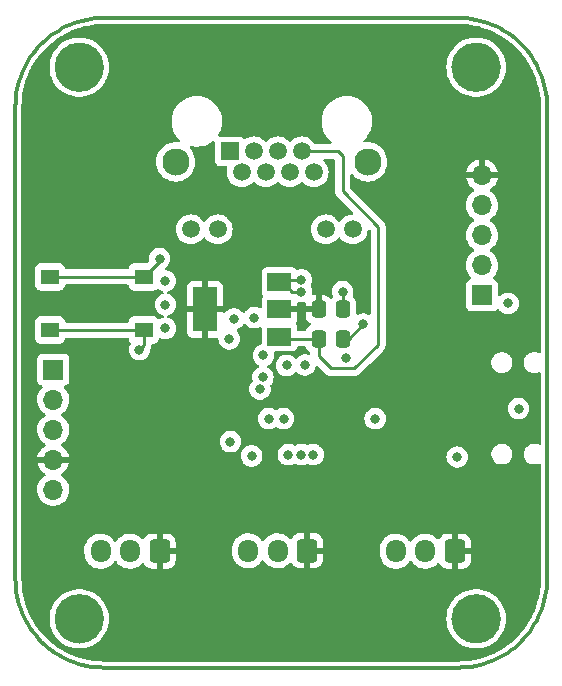
<source format=gbr>
%TF.GenerationSoftware,KiCad,Pcbnew,6.0.10+dfsg-1~bpo11+1*%
%TF.CreationDate,2023-01-29T22:13:57-06:00*%
%TF.ProjectId,Pedals,50656461-6c73-42e6-9b69-6361645f7063,rev?*%
%TF.SameCoordinates,Original*%
%TF.FileFunction,Copper,L4,Bot*%
%TF.FilePolarity,Positive*%
%FSLAX46Y46*%
G04 Gerber Fmt 4.6, Leading zero omitted, Abs format (unit mm)*
G04 Created by KiCad (PCBNEW 6.0.10+dfsg-1~bpo11+1) date 2023-01-29 22:13:57*
%MOMM*%
%LPD*%
G01*
G04 APERTURE LIST*
G04 Aperture macros list*
%AMRoundRect*
0 Rectangle with rounded corners*
0 $1 Rounding radius*
0 $2 $3 $4 $5 $6 $7 $8 $9 X,Y pos of 4 corners*
0 Add a 4 corners polygon primitive as box body*
4,1,4,$2,$3,$4,$5,$6,$7,$8,$9,$2,$3,0*
0 Add four circle primitives for the rounded corners*
1,1,$1+$1,$2,$3*
1,1,$1+$1,$4,$5*
1,1,$1+$1,$6,$7*
1,1,$1+$1,$8,$9*
0 Add four rect primitives between the rounded corners*
20,1,$1+$1,$2,$3,$4,$5,0*
20,1,$1+$1,$4,$5,$6,$7,0*
20,1,$1+$1,$6,$7,$8,$9,0*
20,1,$1+$1,$8,$9,$2,$3,0*%
G04 Aperture macros list end*
%TA.AperFunction,Profile*%
%ADD10C,0.349999*%
%TD*%
%TA.AperFunction,Profile*%
%ADD11C,2.075000*%
%TD*%
%TA.AperFunction,ComponentPad*%
%ADD12O,1.700000X1.700000*%
%TD*%
%TA.AperFunction,ComponentPad*%
%ADD13R,1.700000X1.700000*%
%TD*%
%TA.AperFunction,SMDPad,CuDef*%
%ADD14R,1.550000X1.300000*%
%TD*%
%TA.AperFunction,ComponentPad*%
%ADD15RoundRect,0.250000X0.600000X0.725000X-0.600000X0.725000X-0.600000X-0.725000X0.600000X-0.725000X0*%
%TD*%
%TA.AperFunction,ComponentPad*%
%ADD16O,1.700000X1.950000*%
%TD*%
%TA.AperFunction,ComponentPad*%
%ADD17R,1.500000X1.500000*%
%TD*%
%TA.AperFunction,ComponentPad*%
%ADD18C,1.500000*%
%TD*%
%TA.AperFunction,ComponentPad*%
%ADD19C,2.300000*%
%TD*%
%TA.AperFunction,SMDPad,CuDef*%
%ADD20RoundRect,0.250000X-0.337500X-0.475000X0.337500X-0.475000X0.337500X0.475000X-0.337500X0.475000X0*%
%TD*%
%TA.AperFunction,SMDPad,CuDef*%
%ADD21R,2.000000X1.500000*%
%TD*%
%TA.AperFunction,SMDPad,CuDef*%
%ADD22R,2.000000X3.800000*%
%TD*%
%TA.AperFunction,ViaPad*%
%ADD23C,0.800000*%
%TD*%
%TA.AperFunction,Conductor*%
%ADD24C,0.250000*%
%TD*%
G04 APERTURE END LIST*
D10*
X125183550Y-75797418D02*
X125363960Y-75478420D01*
X166262042Y-73300778D02*
X166553182Y-73527581D01*
X124624190Y-121510361D02*
X124526193Y-121157226D01*
X124336701Y-78587814D02*
X124382194Y-78221573D01*
X161799997Y-71829097D02*
X162171901Y-71838314D01*
X129971872Y-126602905D02*
X129618736Y-126504908D01*
X131058717Y-71865797D02*
X131428097Y-71838314D01*
X169299997Y-79329097D02*
X169299997Y-119329097D01*
X168416448Y-75797418D02*
X168580885Y-76124473D01*
X126766193Y-124888857D02*
X126496700Y-124632400D01*
X129971872Y-72055289D02*
X130329990Y-71974539D01*
X167359757Y-74295289D02*
X167601514Y-74575913D01*
X163270007Y-71974539D02*
X163628126Y-72055289D01*
X169290780Y-119701000D02*
X169263297Y-120070380D01*
X163981261Y-126504908D02*
X163628126Y-126602905D01*
X124382194Y-78221573D02*
X124445443Y-77859086D01*
X131800000Y-126829097D02*
X131428097Y-126819879D01*
X127337956Y-73300778D02*
X127638996Y-73089185D01*
X131428097Y-126819879D02*
X131058717Y-126792397D01*
X126240242Y-74295289D02*
X126496700Y-74025796D01*
X165650675Y-125765138D02*
X165331676Y-125945548D01*
X169154555Y-120799107D02*
X169073805Y-121157226D01*
X168580885Y-76124473D02*
X168729094Y-76458971D01*
X124870904Y-76458971D02*
X125019113Y-76124473D01*
X166553182Y-73527581D02*
X166833806Y-73769338D01*
X163628126Y-72055289D02*
X163981261Y-72153286D01*
X127949323Y-72893056D02*
X128268322Y-72712646D01*
X168860820Y-121857898D02*
X168729094Y-122199223D01*
X125363960Y-123179774D02*
X125183550Y-122860776D01*
X167601514Y-124082282D02*
X167359757Y-124362906D01*
X129618736Y-126504908D02*
X129271199Y-126389919D01*
X124336701Y-120070380D02*
X124309218Y-119701000D01*
X130692477Y-71911290D02*
X131058717Y-71865797D01*
X161799997Y-126829097D02*
X131800000Y-126829097D01*
X125998484Y-124082282D02*
X125771682Y-123791142D01*
X169073805Y-77500968D02*
X169154555Y-77859086D01*
X163628126Y-126602905D02*
X163270007Y-126683655D01*
X168975808Y-77147833D02*
X169073805Y-77500968D01*
X164328798Y-126389919D02*
X163981261Y-126504908D01*
X127337956Y-125357417D02*
X127046816Y-125130614D01*
X124309218Y-119701000D02*
X124300001Y-119329097D01*
D11*
X130737500Y-76000000D02*
G75*
G03*
X130737500Y-76000000I-1037500J0D01*
G01*
D10*
X161799997Y-71829097D02*
X161799997Y-71829097D01*
X129618736Y-72153286D02*
X129971872Y-72055289D01*
X125771682Y-123791142D02*
X125560089Y-123490101D01*
X124300001Y-79329097D02*
X124309218Y-78957193D01*
X127046816Y-125130614D02*
X126766193Y-124888857D01*
X124739178Y-76800295D02*
X124870904Y-76458971D01*
X126496700Y-124632400D02*
X126240242Y-124362906D01*
X166553182Y-125130614D02*
X166262042Y-125357417D01*
X165650675Y-72893056D02*
X165961002Y-73089185D01*
X169263297Y-120070380D02*
X169217804Y-120436620D01*
X127638996Y-125569009D02*
X127337956Y-125357417D01*
X130329990Y-126683655D02*
X129971872Y-126602905D01*
X124739178Y-121857898D02*
X124624190Y-121510361D01*
X128595377Y-72548209D02*
X128929874Y-72400000D01*
X167103300Y-74025796D02*
X167359757Y-74295289D01*
X162541280Y-71865797D02*
X162907520Y-71911290D01*
X162171901Y-71838314D02*
X162541280Y-71865797D01*
X166833806Y-73769338D02*
X167103300Y-74025796D01*
X162907520Y-71911290D02*
X163270007Y-71974539D01*
X131058717Y-126792397D02*
X130692477Y-126746904D01*
X124382194Y-120436620D02*
X124336701Y-120070380D01*
X168729094Y-122199223D02*
X168580885Y-122533720D01*
X165961002Y-73089185D02*
X166262042Y-73300778D01*
X125560089Y-123490101D02*
X125363960Y-123179774D01*
X165004621Y-72548209D02*
X165331676Y-72712646D01*
X168729094Y-76458971D02*
X168860820Y-76800295D01*
X168416448Y-122860776D02*
X168236038Y-123179774D01*
X164670123Y-72400000D02*
X165004621Y-72548209D01*
X163981261Y-72153286D02*
X164328798Y-72268274D01*
X165331676Y-72712646D02*
X165650675Y-72893056D01*
X126766193Y-73769338D02*
X127046816Y-73527581D01*
X129271199Y-72268274D02*
X129618736Y-72153286D01*
X165331676Y-125945548D02*
X165004621Y-126109985D01*
X169299997Y-119329097D02*
X169290780Y-119701000D01*
X126240242Y-124362906D02*
X125998484Y-124082282D01*
X131800000Y-71829097D02*
X161799997Y-71829097D01*
X126496700Y-74025796D02*
X126766193Y-73769338D01*
X169073805Y-121157226D02*
X168975808Y-121510361D01*
X166262042Y-125357417D02*
X165961002Y-125569009D01*
D11*
X164337500Y-76000000D02*
G75*
G03*
X164337500Y-76000000I-1037500J0D01*
G01*
D10*
X168236038Y-123179774D02*
X168039910Y-123490101D01*
X169154555Y-77859086D02*
X169217804Y-78221573D01*
X169217804Y-120436620D02*
X169154555Y-120799107D01*
X129271199Y-126389919D02*
X128929874Y-126258193D01*
X167828317Y-123791142D02*
X167601514Y-124082282D01*
X124445443Y-77859086D02*
X124526193Y-77500968D01*
X128268322Y-125945548D02*
X127949323Y-125765138D01*
X165004621Y-126109985D02*
X164670123Y-126258193D01*
X168236038Y-75478420D02*
X168416448Y-75797418D01*
X130329990Y-71974539D02*
X130692477Y-71911290D01*
X126496700Y-124632400D02*
X126496700Y-124632400D01*
X124526193Y-77500968D02*
X124624190Y-77147833D01*
X168975808Y-121510361D02*
X168860820Y-121857898D01*
X124526193Y-121157226D02*
X124445443Y-120799107D01*
X169290780Y-78957193D02*
X169299997Y-79329097D01*
X131428097Y-71838314D02*
X131800000Y-71829097D01*
X127046816Y-73527581D02*
X127337956Y-73300778D01*
X131800000Y-71829097D02*
X131800000Y-71829097D01*
X166833806Y-124888857D02*
X166553182Y-125130614D01*
X125183550Y-122860776D02*
X125019113Y-122533720D01*
X162541280Y-126792397D02*
X162171901Y-126819879D01*
X125771682Y-74867052D02*
X125998484Y-74575913D01*
X127638996Y-73089185D02*
X127949323Y-72893056D01*
X128929874Y-126258193D02*
X128595377Y-126109985D01*
X168039910Y-75168093D02*
X168236038Y-75478420D01*
X169299997Y-79329097D02*
X169299997Y-79329097D01*
X130692477Y-126746904D02*
X130329990Y-126683655D01*
X163270007Y-126683655D02*
X162907520Y-126746904D01*
X161799997Y-126829097D02*
X161799997Y-126829097D01*
D11*
X130737500Y-122700000D02*
G75*
G03*
X130737500Y-122700000I-1037500J0D01*
G01*
D10*
X167359757Y-124362906D02*
X167103300Y-124632400D01*
X124624190Y-77147833D02*
X124739178Y-76800295D01*
X125560089Y-75168093D02*
X125771682Y-74867052D01*
X125998484Y-74575913D02*
X126240242Y-74295289D01*
X167828317Y-74867052D02*
X168039910Y-75168093D01*
X165961002Y-125569009D02*
X165650675Y-125765138D01*
X127949323Y-125765138D02*
X127638996Y-125569009D01*
X125363960Y-75478420D02*
X125560089Y-75168093D01*
X128595377Y-126109985D02*
X128268322Y-125945548D01*
X164670123Y-126258193D02*
X164328798Y-126389919D01*
X131800000Y-126829097D02*
X131800000Y-126829097D01*
X168580885Y-122533720D02*
X168416448Y-122860776D01*
X124445443Y-120799107D02*
X124382194Y-120436620D01*
X167103300Y-74025796D02*
X167103300Y-74025796D01*
X128268322Y-72712646D02*
X128595377Y-72548209D01*
D11*
X164337500Y-122700000D02*
G75*
G03*
X164337500Y-122700000I-1037500J0D01*
G01*
D10*
X169263297Y-78587814D02*
X169290780Y-78957193D01*
X169299997Y-119329097D02*
X169299997Y-119329097D01*
X168039910Y-123490101D02*
X167828317Y-123791142D01*
X162907520Y-126746904D02*
X162541280Y-126792397D01*
X124300001Y-79329097D02*
X124300001Y-79329097D01*
X124309218Y-78957193D02*
X124336701Y-78587814D01*
X168860820Y-76800295D02*
X168975808Y-77147833D01*
X125019113Y-122533720D02*
X124870904Y-122199223D01*
X164328798Y-72268274D02*
X164670123Y-72400000D01*
X128929874Y-72400000D02*
X129271199Y-72268274D01*
X126496700Y-74025796D02*
X126496700Y-74025796D01*
X162171901Y-126819879D02*
X161799997Y-126829097D01*
X124870904Y-122199223D02*
X124739178Y-121857898D01*
X124300001Y-119329097D02*
X124300001Y-79329097D01*
X167103300Y-124632400D02*
X166833806Y-124888857D01*
X167601514Y-74575913D02*
X167828317Y-74867052D01*
X167103300Y-124632400D02*
X167103300Y-124632400D01*
X169217804Y-78221573D02*
X169263297Y-78587814D01*
X125019113Y-76124473D02*
X125183550Y-75797418D01*
D12*
%TO.P,UART_PGRM1,5,Pin_5*%
%TO.N,unconnected-(UART_PGRM1-Pad5)*%
X127500000Y-111760000D03*
%TO.P,UART_PGRM1,4,Pin_4*%
%TO.N,+3.3V*%
X127500000Y-109220000D03*
%TO.P,UART_PGRM1,3,Pin_3*%
%TO.N,/USART_RX*%
X127500000Y-106680000D03*
%TO.P,UART_PGRM1,2,Pin_2*%
%TO.N,/USART_TX*%
X127500000Y-104140000D03*
D13*
%TO.P,UART_PGRM1,1,Pin_1*%
%TO.N,GNDREF*%
X127500000Y-101600000D03*
%TD*%
D14*
%TO.P,MODE1,1,1*%
%TO.N,/MODE*%
X127225000Y-93750000D03*
X135175000Y-93750000D03*
%TO.P,MODE1,2,2*%
%TO.N,GNDREF*%
X135175000Y-98250000D03*
X127225000Y-98250000D03*
%TD*%
D15*
%TO.P,BRAKE1,1,Pin_1*%
%TO.N,+3.3V*%
X149000000Y-116935000D03*
D16*
%TO.P,BRAKE1,2,Pin_2*%
%TO.N,/BRAKE*%
X146500000Y-116935000D03*
%TO.P,BRAKE1,3,Pin_3*%
%TO.N,GNDREF*%
X144000000Y-116935000D03*
%TD*%
D15*
%TO.P,CLUTCH1,1,Pin_1*%
%TO.N,+3.3V*%
X161500000Y-116967500D03*
D16*
%TO.P,CLUTCH1,2,Pin_2*%
%TO.N,/CLUTCH*%
X159000000Y-116967500D03*
%TO.P,CLUTCH1,3,Pin_3*%
%TO.N,GNDREF*%
X156500000Y-116967500D03*
%TD*%
D17*
%TO.P,DATA1,1*%
%TO.N,GNDREF*%
X142440000Y-83125000D03*
D18*
%TO.P,DATA1,2*%
%TO.N,/MOSI*%
X143456000Y-84905000D03*
%TO.P,DATA1,3*%
%TO.N,/BOOT*%
X144472000Y-83125000D03*
%TO.P,DATA1,4*%
%TO.N,/MISO*%
X145488000Y-84905000D03*
%TO.P,DATA1,5*%
%TO.N,unconnected-(DATA1-Pad5)*%
X146504000Y-83125000D03*
%TO.P,DATA1,6*%
%TO.N,/CS_PDL*%
X147520000Y-84905000D03*
%TO.P,DATA1,7*%
%TO.N,+5V*%
X148536000Y-83125000D03*
%TO.P,DATA1,8*%
%TO.N,/SCKL*%
X149552000Y-84905000D03*
%TO.P,DATA1,9*%
%TO.N,unconnected-(DATA1-Pad9)*%
X139140000Y-89725000D03*
%TO.P,DATA1,10*%
%TO.N,unconnected-(DATA1-Pad10)*%
X141430000Y-89725000D03*
%TO.P,DATA1,11*%
%TO.N,unconnected-(DATA1-Pad11)*%
X150570000Y-89725000D03*
%TO.P,DATA1,12*%
%TO.N,unconnected-(DATA1-Pad12)*%
X152860000Y-89725000D03*
D19*
%TO.P,DATA1,SH*%
%TO.N,GNDREF*%
X137870000Y-84015000D03*
X154130000Y-84015000D03*
%TD*%
D15*
%TO.P,ACCEL1,1,Pin_1*%
%TO.N,+3.3V*%
X136500000Y-116967500D03*
D16*
%TO.P,ACCEL1,2,Pin_2*%
%TO.N,/ACCEL*%
X134000000Y-116967500D03*
%TO.P,ACCEL1,3,Pin_3*%
%TO.N,GNDREF*%
X131500000Y-116967500D03*
%TD*%
D13*
%TO.P,ST-LINK1,1,Pin_1*%
%TO.N,GNDREF*%
X163800000Y-95300000D03*
D12*
%TO.P,ST-LINK1,2,Pin_2*%
%TO.N,/SWCLK*%
X163800000Y-92760000D03*
%TO.P,ST-LINK1,3,Pin_3*%
%TO.N,/SWDIO*%
X163800000Y-90220000D03*
%TO.P,ST-LINK1,4,Pin_4*%
%TO.N,/NRST*%
X163800000Y-87680000D03*
%TO.P,ST-LINK1,5,Pin_5*%
%TO.N,+3.3V*%
X163800000Y-85140000D03*
%TD*%
D20*
%TO.P,C4,1*%
%TO.N,+5V*%
X149962500Y-99000000D03*
%TO.P,C4,2*%
%TO.N,GNDREF*%
X152037500Y-99000000D03*
%TD*%
%TO.P,C5,1*%
%TO.N,+3.3V*%
X149962500Y-96500000D03*
%TO.P,C5,2*%
%TO.N,GNDREF*%
X152037500Y-96500000D03*
%TD*%
D21*
%TO.P,U2,1,GND*%
%TO.N,GNDREF*%
X146650000Y-94200000D03*
%TO.P,U2,2,VO*%
%TO.N,+3.3V*%
X146650000Y-96500000D03*
D22*
X140350000Y-96500000D03*
D21*
%TO.P,U2,3,VI*%
%TO.N,+5V*%
X146650000Y-98800000D03*
%TD*%
D23*
%TO.N,GNDREF*%
X134800000Y-99900000D03*
%TO.N,/MODE*%
X142400000Y-99000000D03*
X136500000Y-92200000D03*
%TO.N,/IND1*%
X137000000Y-98100000D03*
%TO.N,/IND2*%
X137000000Y-94100000D03*
%TO.N,/IND0*%
X137000000Y-96100000D03*
%TO.N,/IND2*%
X142800000Y-97300000D03*
%TO.N,/IND0*%
X145300000Y-100400000D03*
%TO.N,/IND1*%
X144500000Y-97200000D03*
%TO.N,+3.3V*%
X132800000Y-81100000D03*
%TO.N,/SWDIO*%
X148800000Y-101200000D03*
%TO.N,/NRST*%
X166900000Y-104900000D03*
%TO.N,/MOSI*%
X152300000Y-100600000D03*
%TO.N,/SWCLK*%
X166000000Y-96000000D03*
%TO.N,/CLUTCH*%
X149500000Y-108800000D03*
%TO.N,/BRAKE*%
X148500000Y-108800000D03*
%TO.N,/ACCEL*%
X147400000Y-108800000D03*
%TO.N,/NRST*%
X161700000Y-109000000D03*
X145250000Y-102250000D03*
%TO.N,/USART_TX*%
X142500000Y-107700000D03*
%TO.N,/SWCLK*%
X147250000Y-101250000D03*
%TO.N,+3.3V*%
X135250000Y-101500000D03*
X138750000Y-101500000D03*
X167950000Y-96500000D03*
%TO.N,GNDREF*%
X148500000Y-94000000D03*
X152000000Y-95000000D03*
X153750000Y-97750000D03*
X148500000Y-95000000D03*
%TO.N,/MISO*%
X147000000Y-105750000D03*
%TO.N,/CS_PDL*%
X145750000Y-105750000D03*
%TO.N,/SCKL*%
X145000000Y-103250000D03*
X154750000Y-105750000D03*
%TO.N,/USART_RX*%
X144300000Y-108900000D03*
%TD*%
D24*
%TO.N,GNDREF*%
X127225000Y-98250000D02*
X135175000Y-98250000D01*
X135175000Y-98250000D02*
X135175000Y-99525000D01*
X135175000Y-99525000D02*
X134800000Y-99900000D01*
%TO.N,/MODE*%
X136500000Y-92200000D02*
X136500000Y-92425000D01*
X136500000Y-92425000D02*
X135175000Y-93750000D01*
X135175000Y-93750000D02*
X127225000Y-93750000D01*
%TO.N,GNDREF*%
X148500000Y-94000000D02*
X146850000Y-94000000D01*
X146950000Y-94200000D02*
X147750000Y-95000000D01*
X146850000Y-94000000D02*
X147000000Y-94000000D01*
X152037500Y-99000000D02*
X152500000Y-99000000D01*
X152037500Y-96500000D02*
X152037500Y-95037500D01*
X152037500Y-95037500D02*
X152000000Y-95000000D01*
X147750000Y-95000000D02*
X148500000Y-95000000D01*
X146850000Y-94000000D02*
X146650000Y-94200000D01*
X146650000Y-94200000D02*
X146950000Y-94200000D01*
X152500000Y-99000000D02*
X153750000Y-97750000D01*
X147000000Y-94000000D02*
X146650000Y-94200000D01*
%TO.N,+5V*%
X153000000Y-101500000D02*
X151000000Y-101500000D01*
X155000000Y-89500000D02*
X155000000Y-99500000D01*
X149962500Y-100462500D02*
X149962500Y-99000000D01*
X148536000Y-83125000D02*
X151625000Y-83125000D01*
X149500000Y-99000000D02*
X146850000Y-99000000D01*
X146850000Y-99000000D02*
X146650000Y-98800000D01*
X155000000Y-99500000D02*
X153000000Y-101500000D01*
X151625000Y-83125000D02*
X152000000Y-83500000D01*
X152000000Y-83500000D02*
X152000000Y-86500000D01*
X152000000Y-86500000D02*
X155000000Y-89500000D01*
X151000000Y-101500000D02*
X149962500Y-100462500D01*
%TD*%
%TA.AperFunction,Conductor*%
%TO.N,+3.3V*%
G36*
X161795285Y-72337636D02*
G01*
X162143615Y-72346270D01*
X162149808Y-72346576D01*
X162450949Y-72368982D01*
X162487953Y-72371735D01*
X162494138Y-72372349D01*
X162829366Y-72413990D01*
X162835479Y-72414902D01*
X163167295Y-72472800D01*
X163173319Y-72474005D01*
X163367185Y-72517718D01*
X163501138Y-72547923D01*
X163507115Y-72549425D01*
X163830377Y-72639132D01*
X163836261Y-72640921D01*
X163912038Y-72665993D01*
X164154365Y-72746171D01*
X164160151Y-72748243D01*
X164472615Y-72868830D01*
X164478256Y-72871166D01*
X164784530Y-73006871D01*
X164790012Y-73009462D01*
X164989493Y-73109757D01*
X165089411Y-73159994D01*
X165094839Y-73162891D01*
X165386823Y-73328022D01*
X165386837Y-73328030D01*
X165392113Y-73331186D01*
X165646558Y-73491997D01*
X165676178Y-73510717D01*
X165681317Y-73514144D01*
X165956875Y-73707827D01*
X165961853Y-73711512D01*
X166228341Y-73919111D01*
X166233145Y-73923047D01*
X166490031Y-74144354D01*
X166494632Y-74148521D01*
X166701264Y-74345158D01*
X166707969Y-74352245D01*
X166712076Y-74358754D01*
X166746385Y-74389054D01*
X166754236Y-74396619D01*
X166931941Y-74583358D01*
X166980575Y-74634464D01*
X166984751Y-74639075D01*
X167206060Y-74895964D01*
X167209973Y-74900740D01*
X167348458Y-75078507D01*
X167417585Y-75167243D01*
X167421270Y-75172221D01*
X167614949Y-75447776D01*
X167618376Y-75452915D01*
X167707140Y-75593362D01*
X167797897Y-75736964D01*
X167801057Y-75742246D01*
X167874259Y-75871681D01*
X167966207Y-76034262D01*
X167969104Y-76039690D01*
X168109495Y-76318918D01*
X168119613Y-76339043D01*
X168122238Y-76344595D01*
X168244783Y-76621171D01*
X168257919Y-76650819D01*
X168260268Y-76656489D01*
X168380857Y-76968955D01*
X168382911Y-76974689D01*
X168488181Y-77292859D01*
X168489962Y-77298717D01*
X168579672Y-77621990D01*
X168581174Y-77627967D01*
X168602756Y-77723682D01*
X168655083Y-77955744D01*
X168655086Y-77955758D01*
X168656294Y-77961798D01*
X168710480Y-78272340D01*
X168714192Y-78293613D01*
X168715105Y-78299732D01*
X168736001Y-78467955D01*
X168756745Y-78634955D01*
X168757359Y-78641138D01*
X168781726Y-78968634D01*
X168782518Y-78979281D01*
X168782825Y-78985491D01*
X168786593Y-79137511D01*
X168791377Y-79330557D01*
X168791414Y-79334448D01*
X168791342Y-79346216D01*
X168791021Y-79398818D01*
X168791405Y-79400162D01*
X168791497Y-79401507D01*
X168791497Y-100088650D01*
X168771495Y-100156771D01*
X168717839Y-100203264D01*
X168647565Y-100213368D01*
X168602499Y-100197770D01*
X168592056Y-100191741D01*
X168592053Y-100191740D01*
X168586331Y-100188436D01*
X168488876Y-100156771D01*
X168415981Y-100133086D01*
X168415980Y-100133086D01*
X168409702Y-100131046D01*
X168403139Y-100130356D01*
X168403138Y-100130356D01*
X168378942Y-100127813D01*
X168271306Y-100116500D01*
X168178694Y-100116500D01*
X168071058Y-100127813D01*
X168046862Y-100130356D01*
X168046861Y-100130356D01*
X168040298Y-100131046D01*
X168034020Y-100133086D01*
X168034019Y-100133086D01*
X167961124Y-100156771D01*
X167863669Y-100188436D01*
X167857947Y-100191739D01*
X167857946Y-100191740D01*
X167814827Y-100216635D01*
X167702831Y-100281296D01*
X167697924Y-100285714D01*
X167697923Y-100285715D01*
X167579262Y-100392558D01*
X167564815Y-100405566D01*
X167560934Y-100410908D01*
X167560932Y-100410910D01*
X167487702Y-100511703D01*
X167455652Y-100555816D01*
X167452968Y-100561844D01*
X167452967Y-100561846D01*
X167390626Y-100701866D01*
X167380113Y-100725479D01*
X167378741Y-100731936D01*
X167346264Y-100884729D01*
X167341500Y-100907140D01*
X167341500Y-101092860D01*
X167380113Y-101274521D01*
X167382797Y-101280550D01*
X167382798Y-101280552D01*
X167438323Y-101405261D01*
X167455652Y-101444183D01*
X167459532Y-101449524D01*
X167459533Y-101449525D01*
X167551455Y-101576045D01*
X167564815Y-101594434D01*
X167702831Y-101718704D01*
X167801086Y-101775432D01*
X167857945Y-101808259D01*
X167863669Y-101811564D01*
X167869955Y-101813606D01*
X167869954Y-101813606D01*
X168026661Y-101864523D01*
X168040298Y-101868954D01*
X168046861Y-101869644D01*
X168046862Y-101869644D01*
X168071058Y-101872187D01*
X168178694Y-101883500D01*
X168271306Y-101883500D01*
X168378942Y-101872187D01*
X168403138Y-101869644D01*
X168403139Y-101869644D01*
X168409702Y-101868954D01*
X168423340Y-101864523D01*
X168580046Y-101813606D01*
X168580045Y-101813606D01*
X168586331Y-101811564D01*
X168592053Y-101808260D01*
X168592056Y-101808259D01*
X168602499Y-101802230D01*
X168671495Y-101785493D01*
X168738586Y-101808715D01*
X168782472Y-101864523D01*
X168791497Y-101911350D01*
X168791497Y-107838650D01*
X168771495Y-107906771D01*
X168717839Y-107953264D01*
X168647565Y-107963368D01*
X168602499Y-107947770D01*
X168592056Y-107941741D01*
X168592053Y-107941740D01*
X168586331Y-107938436D01*
X168446099Y-107892872D01*
X168415981Y-107883086D01*
X168415980Y-107883086D01*
X168409702Y-107881046D01*
X168403139Y-107880356D01*
X168403138Y-107880356D01*
X168378942Y-107877813D01*
X168271306Y-107866500D01*
X168178694Y-107866500D01*
X168071058Y-107877813D01*
X168046862Y-107880356D01*
X168046861Y-107880356D01*
X168040298Y-107881046D01*
X168034020Y-107883086D01*
X168034019Y-107883086D01*
X168003901Y-107892872D01*
X167863669Y-107938436D01*
X167857947Y-107941739D01*
X167857946Y-107941740D01*
X167801086Y-107974568D01*
X167702831Y-108031296D01*
X167697924Y-108035714D01*
X167697923Y-108035715D01*
X167569726Y-108151144D01*
X167564815Y-108155566D01*
X167560934Y-108160908D01*
X167560932Y-108160910D01*
X167459533Y-108300474D01*
X167455652Y-108305816D01*
X167452968Y-108311844D01*
X167452967Y-108311846D01*
X167427621Y-108368774D01*
X167380113Y-108475479D01*
X167368855Y-108528444D01*
X167346264Y-108634729D01*
X167341500Y-108657140D01*
X167341500Y-108842860D01*
X167380113Y-109024521D01*
X167382797Y-109030550D01*
X167382798Y-109030552D01*
X167445578Y-109171556D01*
X167455652Y-109194183D01*
X167564815Y-109344434D01*
X167702831Y-109468704D01*
X167727158Y-109482749D01*
X167857945Y-109558259D01*
X167863669Y-109561564D01*
X167869955Y-109563606D01*
X167869954Y-109563606D01*
X168026661Y-109614523D01*
X168040298Y-109618954D01*
X168046861Y-109619644D01*
X168046862Y-109619644D01*
X168071058Y-109622187D01*
X168178694Y-109633500D01*
X168271306Y-109633500D01*
X168378942Y-109622187D01*
X168403138Y-109619644D01*
X168403139Y-109619644D01*
X168409702Y-109618954D01*
X168423340Y-109614523D01*
X168580046Y-109563606D01*
X168580045Y-109563606D01*
X168586331Y-109561564D01*
X168592053Y-109558260D01*
X168592056Y-109558259D01*
X168602499Y-109552230D01*
X168671495Y-109535493D01*
X168738586Y-109558715D01*
X168782472Y-109614523D01*
X168791497Y-109661350D01*
X168791497Y-119320500D01*
X168791495Y-119321238D01*
X168791489Y-119322262D01*
X168791452Y-119324633D01*
X168789460Y-119405031D01*
X168782825Y-119672698D01*
X168782518Y-119678908D01*
X168776284Y-119762695D01*
X168757359Y-120017053D01*
X168756745Y-120023236D01*
X168730930Y-120231060D01*
X168715104Y-120358462D01*
X168714191Y-120364582D01*
X168676985Y-120577816D01*
X168656297Y-120696378D01*
X168655089Y-120702419D01*
X168611392Y-120896212D01*
X168581170Y-121030242D01*
X168579668Y-121036219D01*
X168489962Y-121359477D01*
X168488172Y-121365364D01*
X168382923Y-121683465D01*
X168380851Y-121689251D01*
X168260267Y-122001707D01*
X168257922Y-122007367D01*
X168122239Y-122313593D01*
X168119632Y-122319110D01*
X167998026Y-122560977D01*
X167969099Y-122618512D01*
X167966202Y-122623940D01*
X167875809Y-122783773D01*
X167801070Y-122915925D01*
X167797910Y-122921208D01*
X167697984Y-123079317D01*
X167618361Y-123205301D01*
X167614934Y-123210439D01*
X167421271Y-123485972D01*
X167417606Y-123490924D01*
X167209959Y-123757472D01*
X167206071Y-123762218D01*
X166984758Y-124019113D01*
X166980601Y-124023704D01*
X166756873Y-124258805D01*
X166747853Y-124267389D01*
X166716173Y-124294687D01*
X166711290Y-124302221D01*
X166708571Y-124305337D01*
X166700486Y-124313779D01*
X166494632Y-124509676D01*
X166490031Y-124513842D01*
X166247868Y-124722464D01*
X166233151Y-124735143D01*
X166228345Y-124739081D01*
X165961838Y-124946694D01*
X165956860Y-124950379D01*
X165681326Y-125144044D01*
X165676187Y-125147471D01*
X165392122Y-125327002D01*
X165386833Y-125330166D01*
X165094828Y-125495309D01*
X165089400Y-125498206D01*
X164790047Y-125648715D01*
X164784503Y-125651336D01*
X164478246Y-125787031D01*
X164472603Y-125789368D01*
X164319160Y-125848585D01*
X164160167Y-125909944D01*
X164154382Y-125912016D01*
X163836233Y-126017282D01*
X163830367Y-126019065D01*
X163507105Y-126108772D01*
X163501128Y-126110274D01*
X163173335Y-126184185D01*
X163167279Y-126185396D01*
X163074214Y-126201635D01*
X162835465Y-126243294D01*
X162829369Y-126244203D01*
X162541812Y-126279922D01*
X162494140Y-126285844D01*
X162487957Y-126286458D01*
X162487944Y-126286459D01*
X162149798Y-126311618D01*
X162143605Y-126311924D01*
X161804093Y-126320339D01*
X161795276Y-126320558D01*
X161792154Y-126320597D01*
X131807840Y-126320597D01*
X131804718Y-126320558D01*
X131798475Y-126320403D01*
X131456379Y-126311923D01*
X131450186Y-126311617D01*
X131145064Y-126288916D01*
X131112044Y-126286459D01*
X131105861Y-126285845D01*
X131063259Y-126280553D01*
X130770623Y-126244202D01*
X130764515Y-126243291D01*
X130584858Y-126211944D01*
X130432706Y-126185395D01*
X130426649Y-126184184D01*
X130098864Y-126110273D01*
X130092891Y-126108772D01*
X129769620Y-126019063D01*
X129763766Y-126017283D01*
X129445613Y-125912016D01*
X129439851Y-125909953D01*
X129127393Y-125789367D01*
X129121723Y-125787018D01*
X128815490Y-125651333D01*
X128809938Y-125648709D01*
X128510603Y-125498209D01*
X128505175Y-125495312D01*
X128213161Y-125330164D01*
X128207879Y-125327004D01*
X127923799Y-125147462D01*
X127918665Y-125144039D01*
X127643130Y-124950373D01*
X127638152Y-124946688D01*
X127478330Y-124822184D01*
X127371636Y-124739067D01*
X127366847Y-124735143D01*
X127109991Y-124513861D01*
X127105391Y-124509697D01*
X126898731Y-124313033D01*
X126892029Y-124305947D01*
X126887924Y-124299442D01*
X126853621Y-124269146D01*
X126845769Y-124261581D01*
X126619417Y-124023723D01*
X126615254Y-124019126D01*
X126393939Y-123762233D01*
X126390026Y-123757457D01*
X126384294Y-123750098D01*
X126218368Y-123537104D01*
X126182413Y-123490949D01*
X126178728Y-123485971D01*
X125985054Y-123210424D01*
X125981627Y-123205285D01*
X125802100Y-122921227D01*
X125798936Y-122915938D01*
X125676812Y-122700000D01*
X127186540Y-122700000D01*
X127206359Y-123015020D01*
X127265505Y-123325072D01*
X127363044Y-123625266D01*
X127364731Y-123628852D01*
X127364733Y-123628856D01*
X127495750Y-123907283D01*
X127495754Y-123907290D01*
X127497438Y-123910869D01*
X127666568Y-124177375D01*
X127739501Y-124265535D01*
X127839583Y-124386513D01*
X127867767Y-124420582D01*
X127870657Y-124423296D01*
X127870658Y-124423297D01*
X127880371Y-124432418D01*
X128097860Y-124636654D01*
X128353221Y-124822184D01*
X128356690Y-124824091D01*
X128356693Y-124824093D01*
X128613652Y-124965358D01*
X128629821Y-124974247D01*
X128633490Y-124975700D01*
X128633495Y-124975702D01*
X128919628Y-125088990D01*
X128923298Y-125090443D01*
X129229025Y-125168940D01*
X129542179Y-125208500D01*
X129857821Y-125208500D01*
X130170975Y-125168940D01*
X130476702Y-125090443D01*
X130480372Y-125088990D01*
X130766505Y-124975702D01*
X130766510Y-124975700D01*
X130770179Y-124974247D01*
X130786348Y-124965358D01*
X131043307Y-124824093D01*
X131043310Y-124824091D01*
X131046779Y-124822184D01*
X131302140Y-124636654D01*
X131519629Y-124432418D01*
X131529342Y-124423297D01*
X131529343Y-124423296D01*
X131532233Y-124420582D01*
X131560418Y-124386513D01*
X131660499Y-124265535D01*
X131733432Y-124177375D01*
X131902562Y-123910869D01*
X131904246Y-123907290D01*
X131904250Y-123907283D01*
X132035267Y-123628856D01*
X132035269Y-123628852D01*
X132036956Y-123625266D01*
X132134495Y-123325072D01*
X132193641Y-123015020D01*
X132213460Y-122700000D01*
X160786540Y-122700000D01*
X160806359Y-123015020D01*
X160865505Y-123325072D01*
X160963044Y-123625266D01*
X160964731Y-123628852D01*
X160964733Y-123628856D01*
X161095750Y-123907283D01*
X161095754Y-123907290D01*
X161097438Y-123910869D01*
X161266568Y-124177375D01*
X161339501Y-124265535D01*
X161439583Y-124386513D01*
X161467767Y-124420582D01*
X161470657Y-124423296D01*
X161470658Y-124423297D01*
X161480371Y-124432418D01*
X161697860Y-124636654D01*
X161953221Y-124822184D01*
X161956690Y-124824091D01*
X161956693Y-124824093D01*
X162213652Y-124965358D01*
X162229821Y-124974247D01*
X162233490Y-124975700D01*
X162233495Y-124975702D01*
X162519628Y-125088990D01*
X162523298Y-125090443D01*
X162829025Y-125168940D01*
X163142179Y-125208500D01*
X163457821Y-125208500D01*
X163770975Y-125168940D01*
X164076702Y-125090443D01*
X164080372Y-125088990D01*
X164366505Y-124975702D01*
X164366510Y-124975700D01*
X164370179Y-124974247D01*
X164386348Y-124965358D01*
X164643307Y-124824093D01*
X164643310Y-124824091D01*
X164646779Y-124822184D01*
X164902140Y-124636654D01*
X165119629Y-124432418D01*
X165129342Y-124423297D01*
X165129343Y-124423296D01*
X165132233Y-124420582D01*
X165160418Y-124386513D01*
X165260499Y-124265535D01*
X165333432Y-124177375D01*
X165502562Y-123910869D01*
X165504246Y-123907290D01*
X165504250Y-123907283D01*
X165635267Y-123628856D01*
X165635269Y-123628852D01*
X165636956Y-123625266D01*
X165734495Y-123325072D01*
X165793641Y-123015020D01*
X165813460Y-122700000D01*
X165793641Y-122384980D01*
X165734495Y-122074928D01*
X165636956Y-121774734D01*
X165599895Y-121695975D01*
X165504250Y-121492717D01*
X165504246Y-121492710D01*
X165502562Y-121489131D01*
X165333432Y-121222625D01*
X165179223Y-121036219D01*
X165134758Y-120982470D01*
X165134757Y-120982469D01*
X165132233Y-120979418D01*
X164902140Y-120763346D01*
X164646779Y-120577816D01*
X164597647Y-120550805D01*
X164373648Y-120427660D01*
X164373647Y-120427659D01*
X164370179Y-120425753D01*
X164366510Y-120424300D01*
X164366505Y-120424298D01*
X164080372Y-120311010D01*
X164080371Y-120311010D01*
X164076702Y-120309557D01*
X163770975Y-120231060D01*
X163457821Y-120191500D01*
X163142179Y-120191500D01*
X162829025Y-120231060D01*
X162523298Y-120309557D01*
X162519629Y-120311010D01*
X162519628Y-120311010D01*
X162233495Y-120424298D01*
X162233490Y-120424300D01*
X162229821Y-120425753D01*
X162226353Y-120427659D01*
X162226352Y-120427660D01*
X162002354Y-120550805D01*
X161953221Y-120577816D01*
X161697860Y-120763346D01*
X161467767Y-120979418D01*
X161465243Y-120982469D01*
X161465242Y-120982470D01*
X161420777Y-121036219D01*
X161266568Y-121222625D01*
X161097438Y-121489131D01*
X161095754Y-121492710D01*
X161095750Y-121492717D01*
X161000105Y-121695975D01*
X160963044Y-121774734D01*
X160865505Y-122074928D01*
X160806359Y-122384980D01*
X160786540Y-122700000D01*
X132213460Y-122700000D01*
X132193641Y-122384980D01*
X132134495Y-122074928D01*
X132036956Y-121774734D01*
X131999895Y-121695975D01*
X131904250Y-121492717D01*
X131904246Y-121492710D01*
X131902562Y-121489131D01*
X131733432Y-121222625D01*
X131579223Y-121036219D01*
X131534758Y-120982470D01*
X131534757Y-120982469D01*
X131532233Y-120979418D01*
X131302140Y-120763346D01*
X131046779Y-120577816D01*
X130997647Y-120550805D01*
X130773648Y-120427660D01*
X130773647Y-120427659D01*
X130770179Y-120425753D01*
X130766510Y-120424300D01*
X130766505Y-120424298D01*
X130480372Y-120311010D01*
X130480371Y-120311010D01*
X130476702Y-120309557D01*
X130170975Y-120231060D01*
X129857821Y-120191500D01*
X129542179Y-120191500D01*
X129229025Y-120231060D01*
X128923298Y-120309557D01*
X128919629Y-120311010D01*
X128919628Y-120311010D01*
X128633495Y-120424298D01*
X128633490Y-120424300D01*
X128629821Y-120425753D01*
X128626353Y-120427659D01*
X128626352Y-120427660D01*
X128402354Y-120550805D01*
X128353221Y-120577816D01*
X128097860Y-120763346D01*
X127867767Y-120979418D01*
X127865243Y-120982469D01*
X127865242Y-120982470D01*
X127820777Y-121036219D01*
X127666568Y-121222625D01*
X127497438Y-121489131D01*
X127495754Y-121492710D01*
X127495750Y-121492717D01*
X127400105Y-121695975D01*
X127363044Y-121774734D01*
X127265505Y-122074928D01*
X127206359Y-122384980D01*
X127186540Y-122700000D01*
X125676812Y-122700000D01*
X125633796Y-122623940D01*
X125630899Y-122618512D01*
X125529265Y-122416369D01*
X125480376Y-122319131D01*
X125477758Y-122313593D01*
X125342076Y-122007367D01*
X125339725Y-122001691D01*
X125252136Y-121774734D01*
X125219143Y-121689244D01*
X125217074Y-121683465D01*
X125111819Y-121365343D01*
X125110034Y-121359472D01*
X125098929Y-121319452D01*
X125020325Y-121036202D01*
X125018824Y-121030228D01*
X124944913Y-120702435D01*
X124943702Y-120696378D01*
X124885807Y-120364582D01*
X124884893Y-120358456D01*
X124869191Y-120232045D01*
X124843253Y-120023236D01*
X124842639Y-120017056D01*
X124823714Y-119762695D01*
X124817479Y-119678895D01*
X124817172Y-119672685D01*
X124808540Y-119324382D01*
X124808501Y-119321260D01*
X124808501Y-117150390D01*
X130141500Y-117150390D01*
X130141725Y-117153039D01*
X130152872Y-117284409D01*
X130156080Y-117322220D01*
X130157418Y-117327375D01*
X130157419Y-117327381D01*
X130206827Y-117517741D01*
X130213999Y-117545372D01*
X130308688Y-117755575D01*
X130437441Y-117946819D01*
X130596576Y-118113635D01*
X130781542Y-118251254D01*
X130786293Y-118253670D01*
X130786297Y-118253672D01*
X130848704Y-118285401D01*
X130987051Y-118355740D01*
X130992145Y-118357322D01*
X130992148Y-118357323D01*
X131143928Y-118404452D01*
X131207227Y-118424107D01*
X131212516Y-118424808D01*
X131430489Y-118453698D01*
X131430494Y-118453698D01*
X131435774Y-118454398D01*
X131441103Y-118454198D01*
X131441105Y-118454198D01*
X131550966Y-118450073D01*
X131666158Y-118445749D01*
X131671468Y-118444635D01*
X131819738Y-118413525D01*
X131891791Y-118398407D01*
X131896750Y-118396449D01*
X131896752Y-118396448D01*
X132101256Y-118315685D01*
X132101258Y-118315684D01*
X132106221Y-118313724D01*
X132159780Y-118281224D01*
X132298757Y-118196890D01*
X132298756Y-118196890D01*
X132303317Y-118194123D01*
X132380946Y-118126760D01*
X132473412Y-118046523D01*
X132473414Y-118046521D01*
X132477445Y-118043023D01*
X132533654Y-117974471D01*
X132620240Y-117868873D01*
X132620244Y-117868867D01*
X132623624Y-117864745D01*
X132641552Y-117833250D01*
X132692632Y-117783945D01*
X132762262Y-117770083D01*
X132828333Y-117796066D01*
X132855573Y-117825216D01*
X132937441Y-117946819D01*
X133096576Y-118113635D01*
X133281542Y-118251254D01*
X133286293Y-118253670D01*
X133286297Y-118253672D01*
X133348704Y-118285401D01*
X133487051Y-118355740D01*
X133492145Y-118357322D01*
X133492148Y-118357323D01*
X133643928Y-118404452D01*
X133707227Y-118424107D01*
X133712516Y-118424808D01*
X133930489Y-118453698D01*
X133930494Y-118453698D01*
X133935774Y-118454398D01*
X133941103Y-118454198D01*
X133941105Y-118454198D01*
X134050966Y-118450073D01*
X134166158Y-118445749D01*
X134171468Y-118444635D01*
X134319738Y-118413525D01*
X134391791Y-118398407D01*
X134396750Y-118396449D01*
X134396752Y-118396448D01*
X134601256Y-118315685D01*
X134601258Y-118315684D01*
X134606221Y-118313724D01*
X134659780Y-118281224D01*
X134798757Y-118196890D01*
X134798756Y-118196890D01*
X134803317Y-118194123D01*
X134880946Y-118126760D01*
X134973412Y-118046523D01*
X134973414Y-118046521D01*
X134977445Y-118043023D01*
X135007006Y-118006971D01*
X135065666Y-117966976D01*
X135136636Y-117965045D01*
X135197384Y-118001790D01*
X135211584Y-118020559D01*
X135298063Y-118160307D01*
X135307099Y-118171708D01*
X135421829Y-118286239D01*
X135433240Y-118295251D01*
X135571243Y-118380316D01*
X135584424Y-118386463D01*
X135738710Y-118437638D01*
X135752086Y-118440505D01*
X135846438Y-118450172D01*
X135852854Y-118450500D01*
X136227885Y-118450500D01*
X136243124Y-118446025D01*
X136244329Y-118444635D01*
X136246000Y-118436952D01*
X136246000Y-118432384D01*
X136754000Y-118432384D01*
X136758475Y-118447623D01*
X136759865Y-118448828D01*
X136767548Y-118450499D01*
X137147095Y-118450499D01*
X137153614Y-118450162D01*
X137249206Y-118440243D01*
X137262600Y-118437351D01*
X137416784Y-118385912D01*
X137429962Y-118379739D01*
X137567807Y-118294437D01*
X137579208Y-118285401D01*
X137693739Y-118170671D01*
X137702751Y-118159260D01*
X137787816Y-118021257D01*
X137793963Y-118008076D01*
X137845138Y-117853790D01*
X137848005Y-117840414D01*
X137857672Y-117746062D01*
X137858000Y-117739646D01*
X137858000Y-117239615D01*
X137853525Y-117224376D01*
X137852135Y-117223171D01*
X137844452Y-117221500D01*
X136772115Y-117221500D01*
X136756876Y-117225975D01*
X136755671Y-117227365D01*
X136754000Y-117235048D01*
X136754000Y-118432384D01*
X136246000Y-118432384D01*
X136246000Y-117117890D01*
X142641500Y-117117890D01*
X142645426Y-117164156D01*
X142651829Y-117239615D01*
X142656080Y-117289720D01*
X142657418Y-117294875D01*
X142657419Y-117294881D01*
X142697077Y-117447675D01*
X142713999Y-117512872D01*
X142716191Y-117517738D01*
X142716192Y-117517741D01*
X142728639Y-117545372D01*
X142808688Y-117723075D01*
X142937441Y-117914319D01*
X142941120Y-117918176D01*
X142941122Y-117918178D01*
X142972126Y-117950678D01*
X143096576Y-118081135D01*
X143100854Y-118084318D01*
X143157898Y-118126760D01*
X143281542Y-118218754D01*
X143286293Y-118221170D01*
X143286297Y-118221172D01*
X143350352Y-118253739D01*
X143487051Y-118323240D01*
X143492145Y-118324822D01*
X143492148Y-118324823D01*
X143669006Y-118379739D01*
X143707227Y-118391607D01*
X143712516Y-118392308D01*
X143930489Y-118421198D01*
X143930494Y-118421198D01*
X143935774Y-118421898D01*
X143941103Y-118421698D01*
X143941105Y-118421698D01*
X144050966Y-118417573D01*
X144166158Y-118413249D01*
X144171468Y-118412135D01*
X144386572Y-118367002D01*
X144391791Y-118365907D01*
X144396750Y-118363949D01*
X144396752Y-118363948D01*
X144601256Y-118283185D01*
X144601258Y-118283184D01*
X144606221Y-118281224D01*
X144651626Y-118253672D01*
X144798757Y-118164390D01*
X144798756Y-118164390D01*
X144803317Y-118161623D01*
X144843493Y-118126760D01*
X144973412Y-118014023D01*
X144973414Y-118014021D01*
X144977445Y-118010523D01*
X145041383Y-117932545D01*
X145120240Y-117836373D01*
X145120244Y-117836367D01*
X145123624Y-117832245D01*
X145141552Y-117800750D01*
X145192632Y-117751445D01*
X145262262Y-117737583D01*
X145328333Y-117763566D01*
X145355573Y-117792716D01*
X145437441Y-117914319D01*
X145441120Y-117918176D01*
X145441122Y-117918178D01*
X145472126Y-117950678D01*
X145596576Y-118081135D01*
X145600854Y-118084318D01*
X145657898Y-118126760D01*
X145781542Y-118218754D01*
X145786293Y-118221170D01*
X145786297Y-118221172D01*
X145850352Y-118253739D01*
X145987051Y-118323240D01*
X145992145Y-118324822D01*
X145992148Y-118324823D01*
X146169006Y-118379739D01*
X146207227Y-118391607D01*
X146212516Y-118392308D01*
X146430489Y-118421198D01*
X146430494Y-118421198D01*
X146435774Y-118421898D01*
X146441103Y-118421698D01*
X146441105Y-118421698D01*
X146550966Y-118417573D01*
X146666158Y-118413249D01*
X146671468Y-118412135D01*
X146886572Y-118367002D01*
X146891791Y-118365907D01*
X146896750Y-118363949D01*
X146896752Y-118363948D01*
X147101256Y-118283185D01*
X147101258Y-118283184D01*
X147106221Y-118281224D01*
X147151626Y-118253672D01*
X147298757Y-118164390D01*
X147298756Y-118164390D01*
X147303317Y-118161623D01*
X147343493Y-118126760D01*
X147473412Y-118014023D01*
X147473414Y-118014021D01*
X147477445Y-118010523D01*
X147507006Y-117974471D01*
X147565666Y-117934476D01*
X147636636Y-117932545D01*
X147697384Y-117969290D01*
X147711584Y-117988059D01*
X147798063Y-118127807D01*
X147807099Y-118139208D01*
X147921829Y-118253739D01*
X147933240Y-118262751D01*
X148071243Y-118347816D01*
X148084424Y-118353963D01*
X148238710Y-118405138D01*
X148252086Y-118408005D01*
X148346438Y-118417672D01*
X148352854Y-118418000D01*
X148727885Y-118418000D01*
X148743124Y-118413525D01*
X148744329Y-118412135D01*
X148746000Y-118404452D01*
X148746000Y-118399884D01*
X149254000Y-118399884D01*
X149258475Y-118415123D01*
X149259865Y-118416328D01*
X149267548Y-118417999D01*
X149647095Y-118417999D01*
X149653614Y-118417662D01*
X149749206Y-118407743D01*
X149762600Y-118404851D01*
X149916784Y-118353412D01*
X149929962Y-118347239D01*
X150067807Y-118261937D01*
X150079208Y-118252901D01*
X150193739Y-118138171D01*
X150202751Y-118126760D01*
X150287816Y-117988757D01*
X150293963Y-117975576D01*
X150345138Y-117821290D01*
X150348005Y-117807914D01*
X150357672Y-117713562D01*
X150358000Y-117707146D01*
X150358000Y-117207115D01*
X150353525Y-117191876D01*
X150352135Y-117190671D01*
X150344452Y-117189000D01*
X149272115Y-117189000D01*
X149256876Y-117193475D01*
X149255671Y-117194865D01*
X149254000Y-117202548D01*
X149254000Y-118399884D01*
X148746000Y-118399884D01*
X148746000Y-117150390D01*
X155141500Y-117150390D01*
X155141725Y-117153039D01*
X155152872Y-117284409D01*
X155156080Y-117322220D01*
X155157418Y-117327375D01*
X155157419Y-117327381D01*
X155206827Y-117517741D01*
X155213999Y-117545372D01*
X155308688Y-117755575D01*
X155437441Y-117946819D01*
X155596576Y-118113635D01*
X155781542Y-118251254D01*
X155786293Y-118253670D01*
X155786297Y-118253672D01*
X155848704Y-118285401D01*
X155987051Y-118355740D01*
X155992145Y-118357322D01*
X155992148Y-118357323D01*
X156143928Y-118404452D01*
X156207227Y-118424107D01*
X156212516Y-118424808D01*
X156430489Y-118453698D01*
X156430494Y-118453698D01*
X156435774Y-118454398D01*
X156441103Y-118454198D01*
X156441105Y-118454198D01*
X156550966Y-118450073D01*
X156666158Y-118445749D01*
X156671468Y-118444635D01*
X156819738Y-118413525D01*
X156891791Y-118398407D01*
X156896750Y-118396449D01*
X156896752Y-118396448D01*
X157101256Y-118315685D01*
X157101258Y-118315684D01*
X157106221Y-118313724D01*
X157159780Y-118281224D01*
X157298757Y-118196890D01*
X157298756Y-118196890D01*
X157303317Y-118194123D01*
X157380946Y-118126760D01*
X157473412Y-118046523D01*
X157473414Y-118046521D01*
X157477445Y-118043023D01*
X157533654Y-117974471D01*
X157620240Y-117868873D01*
X157620244Y-117868867D01*
X157623624Y-117864745D01*
X157641552Y-117833250D01*
X157692632Y-117783945D01*
X157762262Y-117770083D01*
X157828333Y-117796066D01*
X157855573Y-117825216D01*
X157937441Y-117946819D01*
X158096576Y-118113635D01*
X158281542Y-118251254D01*
X158286293Y-118253670D01*
X158286297Y-118253672D01*
X158348704Y-118285401D01*
X158487051Y-118355740D01*
X158492145Y-118357322D01*
X158492148Y-118357323D01*
X158643928Y-118404452D01*
X158707227Y-118424107D01*
X158712516Y-118424808D01*
X158930489Y-118453698D01*
X158930494Y-118453698D01*
X158935774Y-118454398D01*
X158941103Y-118454198D01*
X158941105Y-118454198D01*
X159050966Y-118450073D01*
X159166158Y-118445749D01*
X159171468Y-118444635D01*
X159319738Y-118413525D01*
X159391791Y-118398407D01*
X159396750Y-118396449D01*
X159396752Y-118396448D01*
X159601256Y-118315685D01*
X159601258Y-118315684D01*
X159606221Y-118313724D01*
X159659780Y-118281224D01*
X159798757Y-118196890D01*
X159798756Y-118196890D01*
X159803317Y-118194123D01*
X159880946Y-118126760D01*
X159973412Y-118046523D01*
X159973414Y-118046521D01*
X159977445Y-118043023D01*
X160007006Y-118006971D01*
X160065666Y-117966976D01*
X160136636Y-117965045D01*
X160197384Y-118001790D01*
X160211584Y-118020559D01*
X160298063Y-118160307D01*
X160307099Y-118171708D01*
X160421829Y-118286239D01*
X160433240Y-118295251D01*
X160571243Y-118380316D01*
X160584424Y-118386463D01*
X160738710Y-118437638D01*
X160752086Y-118440505D01*
X160846438Y-118450172D01*
X160852854Y-118450500D01*
X161227885Y-118450500D01*
X161243124Y-118446025D01*
X161244329Y-118444635D01*
X161246000Y-118436952D01*
X161246000Y-118432384D01*
X161754000Y-118432384D01*
X161758475Y-118447623D01*
X161759865Y-118448828D01*
X161767548Y-118450499D01*
X162147095Y-118450499D01*
X162153614Y-118450162D01*
X162249206Y-118440243D01*
X162262600Y-118437351D01*
X162416784Y-118385912D01*
X162429962Y-118379739D01*
X162567807Y-118294437D01*
X162579208Y-118285401D01*
X162693739Y-118170671D01*
X162702751Y-118159260D01*
X162787816Y-118021257D01*
X162793963Y-118008076D01*
X162845138Y-117853790D01*
X162848005Y-117840414D01*
X162857672Y-117746062D01*
X162858000Y-117739646D01*
X162858000Y-117239615D01*
X162853525Y-117224376D01*
X162852135Y-117223171D01*
X162844452Y-117221500D01*
X161772115Y-117221500D01*
X161756876Y-117225975D01*
X161755671Y-117227365D01*
X161754000Y-117235048D01*
X161754000Y-118432384D01*
X161246000Y-118432384D01*
X161246000Y-116695385D01*
X161754000Y-116695385D01*
X161758475Y-116710624D01*
X161759865Y-116711829D01*
X161767548Y-116713500D01*
X162839884Y-116713500D01*
X162855123Y-116709025D01*
X162856328Y-116707635D01*
X162857999Y-116699952D01*
X162857999Y-116195405D01*
X162857662Y-116188886D01*
X162847743Y-116093294D01*
X162844851Y-116079900D01*
X162793412Y-115925716D01*
X162787239Y-115912538D01*
X162701937Y-115774693D01*
X162692901Y-115763292D01*
X162578171Y-115648761D01*
X162566760Y-115639749D01*
X162428757Y-115554684D01*
X162415576Y-115548537D01*
X162261290Y-115497362D01*
X162247914Y-115494495D01*
X162153562Y-115484828D01*
X162147145Y-115484500D01*
X161772115Y-115484500D01*
X161756876Y-115488975D01*
X161755671Y-115490365D01*
X161754000Y-115498048D01*
X161754000Y-116695385D01*
X161246000Y-116695385D01*
X161246000Y-115502616D01*
X161241525Y-115487377D01*
X161240135Y-115486172D01*
X161232452Y-115484501D01*
X160852905Y-115484501D01*
X160846386Y-115484838D01*
X160750794Y-115494757D01*
X160737400Y-115497649D01*
X160583216Y-115549088D01*
X160570038Y-115555261D01*
X160432193Y-115640563D01*
X160420792Y-115649599D01*
X160306261Y-115764329D01*
X160297247Y-115775743D01*
X160211277Y-115915213D01*
X160158505Y-115962707D01*
X160088434Y-115974131D01*
X160023310Y-115945857D01*
X160012847Y-115936070D01*
X159992951Y-115915213D01*
X159903424Y-115821365D01*
X159855465Y-115785682D01*
X159722740Y-115686932D01*
X159722741Y-115686932D01*
X159718458Y-115683746D01*
X159713707Y-115681330D01*
X159713703Y-115681328D01*
X159587373Y-115617099D01*
X159512949Y-115579260D01*
X159507855Y-115577678D01*
X159507852Y-115577677D01*
X159297871Y-115512476D01*
X159292773Y-115510893D01*
X159287484Y-115510192D01*
X159069511Y-115481302D01*
X159069506Y-115481302D01*
X159064226Y-115480602D01*
X159058897Y-115480802D01*
X159058895Y-115480802D01*
X158960368Y-115484501D01*
X158833842Y-115489251D01*
X158828623Y-115490346D01*
X158808849Y-115494495D01*
X158608209Y-115536593D01*
X158603250Y-115538551D01*
X158603248Y-115538552D01*
X158398744Y-115619315D01*
X158398742Y-115619316D01*
X158393779Y-115621276D01*
X158389220Y-115624043D01*
X158389217Y-115624044D01*
X158290832Y-115683746D01*
X158196683Y-115740877D01*
X158192653Y-115744374D01*
X158033231Y-115882713D01*
X158022555Y-115891977D01*
X158003503Y-115915213D01*
X157879760Y-116066127D01*
X157879756Y-116066133D01*
X157876376Y-116070255D01*
X157858448Y-116101750D01*
X157807368Y-116151055D01*
X157737738Y-116164917D01*
X157671667Y-116138934D01*
X157644427Y-116109784D01*
X157617814Y-116070255D01*
X157562559Y-115988181D01*
X157531556Y-115955681D01*
X157407103Y-115825222D01*
X157403424Y-115821365D01*
X157355465Y-115785682D01*
X157222740Y-115686932D01*
X157222741Y-115686932D01*
X157218458Y-115683746D01*
X157213707Y-115681330D01*
X157213703Y-115681328D01*
X157087373Y-115617099D01*
X157012949Y-115579260D01*
X157007855Y-115577678D01*
X157007852Y-115577677D01*
X156797871Y-115512476D01*
X156792773Y-115510893D01*
X156787484Y-115510192D01*
X156569511Y-115481302D01*
X156569506Y-115481302D01*
X156564226Y-115480602D01*
X156558897Y-115480802D01*
X156558895Y-115480802D01*
X156460368Y-115484501D01*
X156333842Y-115489251D01*
X156328623Y-115490346D01*
X156308849Y-115494495D01*
X156108209Y-115536593D01*
X156103250Y-115538551D01*
X156103248Y-115538552D01*
X155898744Y-115619315D01*
X155898742Y-115619316D01*
X155893779Y-115621276D01*
X155889220Y-115624043D01*
X155889217Y-115624044D01*
X155790832Y-115683746D01*
X155696683Y-115740877D01*
X155692653Y-115744374D01*
X155533231Y-115882713D01*
X155522555Y-115891977D01*
X155503503Y-115915213D01*
X155379760Y-116066127D01*
X155379756Y-116066133D01*
X155376376Y-116070255D01*
X155373738Y-116074890D01*
X155373735Y-116074894D01*
X155322491Y-116164917D01*
X155262325Y-116270614D01*
X155183663Y-116487325D01*
X155182714Y-116492574D01*
X155182713Y-116492577D01*
X155143377Y-116710108D01*
X155143376Y-116710115D01*
X155142639Y-116714192D01*
X155141500Y-116738344D01*
X155141500Y-117150390D01*
X148746000Y-117150390D01*
X148746000Y-116662885D01*
X149254000Y-116662885D01*
X149258475Y-116678124D01*
X149259865Y-116679329D01*
X149267548Y-116681000D01*
X150339884Y-116681000D01*
X150355123Y-116676525D01*
X150356328Y-116675135D01*
X150357999Y-116667452D01*
X150357999Y-116162905D01*
X150357662Y-116156386D01*
X150347743Y-116060794D01*
X150344851Y-116047400D01*
X150293412Y-115893216D01*
X150287239Y-115880038D01*
X150201937Y-115742193D01*
X150192901Y-115730792D01*
X150078171Y-115616261D01*
X150066760Y-115607249D01*
X149928757Y-115522184D01*
X149915576Y-115516037D01*
X149761290Y-115464862D01*
X149747914Y-115461995D01*
X149653562Y-115452328D01*
X149647145Y-115452000D01*
X149272115Y-115452000D01*
X149256876Y-115456475D01*
X149255671Y-115457865D01*
X149254000Y-115465548D01*
X149254000Y-116662885D01*
X148746000Y-116662885D01*
X148746000Y-115470116D01*
X148741525Y-115454877D01*
X148740135Y-115453672D01*
X148732452Y-115452001D01*
X148352905Y-115452001D01*
X148346386Y-115452338D01*
X148250794Y-115462257D01*
X148237400Y-115465149D01*
X148083216Y-115516588D01*
X148070038Y-115522761D01*
X147932193Y-115608063D01*
X147920792Y-115617099D01*
X147806261Y-115731829D01*
X147797247Y-115743243D01*
X147711277Y-115882713D01*
X147658505Y-115930207D01*
X147588434Y-115941631D01*
X147523310Y-115913357D01*
X147512847Y-115903570D01*
X147492951Y-115882713D01*
X147403424Y-115788865D01*
X147385788Y-115775743D01*
X147291526Y-115705610D01*
X147218458Y-115651246D01*
X147213707Y-115648830D01*
X147213703Y-115648828D01*
X147091731Y-115586815D01*
X147012949Y-115546760D01*
X147007855Y-115545178D01*
X147007852Y-115545177D01*
X146797871Y-115479976D01*
X146792773Y-115478393D01*
X146787484Y-115477692D01*
X146569511Y-115448802D01*
X146569506Y-115448802D01*
X146564226Y-115448102D01*
X146558897Y-115448302D01*
X146558895Y-115448302D01*
X146460368Y-115452001D01*
X146333842Y-115456751D01*
X146328623Y-115457846D01*
X146308849Y-115461995D01*
X146108209Y-115504093D01*
X146103250Y-115506051D01*
X146103248Y-115506052D01*
X145898744Y-115586815D01*
X145898742Y-115586816D01*
X145893779Y-115588776D01*
X145889220Y-115591543D01*
X145889217Y-115591544D01*
X145793546Y-115649599D01*
X145696683Y-115708377D01*
X145692653Y-115711874D01*
X145562031Y-115825222D01*
X145522555Y-115859477D01*
X145495907Y-115891977D01*
X145379760Y-116033627D01*
X145379756Y-116033633D01*
X145376376Y-116037755D01*
X145358448Y-116069250D01*
X145307368Y-116118555D01*
X145237738Y-116132417D01*
X145171667Y-116106434D01*
X145144427Y-116077284D01*
X145115035Y-116033627D01*
X145062559Y-115955681D01*
X145053188Y-115945857D01*
X144938107Y-115825222D01*
X144903424Y-115788865D01*
X144885788Y-115775743D01*
X144791526Y-115705610D01*
X144718458Y-115651246D01*
X144713707Y-115648830D01*
X144713703Y-115648828D01*
X144591731Y-115586815D01*
X144512949Y-115546760D01*
X144507855Y-115545178D01*
X144507852Y-115545177D01*
X144297871Y-115479976D01*
X144292773Y-115478393D01*
X144287484Y-115477692D01*
X144069511Y-115448802D01*
X144069506Y-115448802D01*
X144064226Y-115448102D01*
X144058897Y-115448302D01*
X144058895Y-115448302D01*
X143960368Y-115452001D01*
X143833842Y-115456751D01*
X143828623Y-115457846D01*
X143808849Y-115461995D01*
X143608209Y-115504093D01*
X143603250Y-115506051D01*
X143603248Y-115506052D01*
X143398744Y-115586815D01*
X143398742Y-115586816D01*
X143393779Y-115588776D01*
X143389220Y-115591543D01*
X143389217Y-115591544D01*
X143293546Y-115649599D01*
X143196683Y-115708377D01*
X143192653Y-115711874D01*
X143062031Y-115825222D01*
X143022555Y-115859477D01*
X142995907Y-115891977D01*
X142879760Y-116033627D01*
X142879756Y-116033633D01*
X142876376Y-116037755D01*
X142873738Y-116042390D01*
X142873735Y-116042394D01*
X142814233Y-116146925D01*
X142762325Y-116238114D01*
X142683663Y-116454825D01*
X142682714Y-116460074D01*
X142682713Y-116460077D01*
X142643377Y-116677608D01*
X142643376Y-116677615D01*
X142642639Y-116681692D01*
X142641500Y-116705844D01*
X142641500Y-117117890D01*
X136246000Y-117117890D01*
X136246000Y-116695385D01*
X136754000Y-116695385D01*
X136758475Y-116710624D01*
X136759865Y-116711829D01*
X136767548Y-116713500D01*
X137839884Y-116713500D01*
X137855123Y-116709025D01*
X137856328Y-116707635D01*
X137857999Y-116699952D01*
X137857999Y-116195405D01*
X137857662Y-116188886D01*
X137847743Y-116093294D01*
X137844851Y-116079900D01*
X137793412Y-115925716D01*
X137787239Y-115912538D01*
X137701937Y-115774693D01*
X137692901Y-115763292D01*
X137578171Y-115648761D01*
X137566760Y-115639749D01*
X137428757Y-115554684D01*
X137415576Y-115548537D01*
X137261290Y-115497362D01*
X137247914Y-115494495D01*
X137153562Y-115484828D01*
X137147145Y-115484500D01*
X136772115Y-115484500D01*
X136756876Y-115488975D01*
X136755671Y-115490365D01*
X136754000Y-115498048D01*
X136754000Y-116695385D01*
X136246000Y-116695385D01*
X136246000Y-115502616D01*
X136241525Y-115487377D01*
X136240135Y-115486172D01*
X136232452Y-115484501D01*
X135852905Y-115484501D01*
X135846386Y-115484838D01*
X135750794Y-115494757D01*
X135737400Y-115497649D01*
X135583216Y-115549088D01*
X135570038Y-115555261D01*
X135432193Y-115640563D01*
X135420792Y-115649599D01*
X135306261Y-115764329D01*
X135297247Y-115775743D01*
X135211277Y-115915213D01*
X135158505Y-115962707D01*
X135088434Y-115974131D01*
X135023310Y-115945857D01*
X135012847Y-115936070D01*
X134992951Y-115915213D01*
X134903424Y-115821365D01*
X134855465Y-115785682D01*
X134722740Y-115686932D01*
X134722741Y-115686932D01*
X134718458Y-115683746D01*
X134713707Y-115681330D01*
X134713703Y-115681328D01*
X134587373Y-115617099D01*
X134512949Y-115579260D01*
X134507855Y-115577678D01*
X134507852Y-115577677D01*
X134297871Y-115512476D01*
X134292773Y-115510893D01*
X134287484Y-115510192D01*
X134069511Y-115481302D01*
X134069506Y-115481302D01*
X134064226Y-115480602D01*
X134058897Y-115480802D01*
X134058895Y-115480802D01*
X133960368Y-115484501D01*
X133833842Y-115489251D01*
X133828623Y-115490346D01*
X133808849Y-115494495D01*
X133608209Y-115536593D01*
X133603250Y-115538551D01*
X133603248Y-115538552D01*
X133398744Y-115619315D01*
X133398742Y-115619316D01*
X133393779Y-115621276D01*
X133389220Y-115624043D01*
X133389217Y-115624044D01*
X133290832Y-115683746D01*
X133196683Y-115740877D01*
X133192653Y-115744374D01*
X133033231Y-115882713D01*
X133022555Y-115891977D01*
X133003503Y-115915213D01*
X132879760Y-116066127D01*
X132879756Y-116066133D01*
X132876376Y-116070255D01*
X132858448Y-116101750D01*
X132807368Y-116151055D01*
X132737738Y-116164917D01*
X132671667Y-116138934D01*
X132644427Y-116109784D01*
X132617814Y-116070255D01*
X132562559Y-115988181D01*
X132531556Y-115955681D01*
X132407103Y-115825222D01*
X132403424Y-115821365D01*
X132355465Y-115785682D01*
X132222740Y-115686932D01*
X132222741Y-115686932D01*
X132218458Y-115683746D01*
X132213707Y-115681330D01*
X132213703Y-115681328D01*
X132087373Y-115617099D01*
X132012949Y-115579260D01*
X132007855Y-115577678D01*
X132007852Y-115577677D01*
X131797871Y-115512476D01*
X131792773Y-115510893D01*
X131787484Y-115510192D01*
X131569511Y-115481302D01*
X131569506Y-115481302D01*
X131564226Y-115480602D01*
X131558897Y-115480802D01*
X131558895Y-115480802D01*
X131460368Y-115484501D01*
X131333842Y-115489251D01*
X131328623Y-115490346D01*
X131308849Y-115494495D01*
X131108209Y-115536593D01*
X131103250Y-115538551D01*
X131103248Y-115538552D01*
X130898744Y-115619315D01*
X130898742Y-115619316D01*
X130893779Y-115621276D01*
X130889220Y-115624043D01*
X130889217Y-115624044D01*
X130790832Y-115683746D01*
X130696683Y-115740877D01*
X130692653Y-115744374D01*
X130533231Y-115882713D01*
X130522555Y-115891977D01*
X130503503Y-115915213D01*
X130379760Y-116066127D01*
X130379756Y-116066133D01*
X130376376Y-116070255D01*
X130373738Y-116074890D01*
X130373735Y-116074894D01*
X130322491Y-116164917D01*
X130262325Y-116270614D01*
X130183663Y-116487325D01*
X130182714Y-116492574D01*
X130182713Y-116492577D01*
X130143377Y-116710108D01*
X130143376Y-116710115D01*
X130142639Y-116714192D01*
X130141500Y-116738344D01*
X130141500Y-117150390D01*
X124808501Y-117150390D01*
X124808501Y-111726695D01*
X126137251Y-111726695D01*
X126137548Y-111731848D01*
X126137548Y-111731851D01*
X126143011Y-111826590D01*
X126150110Y-111949715D01*
X126151247Y-111954761D01*
X126151248Y-111954767D01*
X126171119Y-112042939D01*
X126199222Y-112167639D01*
X126283266Y-112374616D01*
X126399987Y-112565088D01*
X126546250Y-112733938D01*
X126718126Y-112876632D01*
X126911000Y-112989338D01*
X127119692Y-113069030D01*
X127124760Y-113070061D01*
X127124763Y-113070062D01*
X127232017Y-113091883D01*
X127338597Y-113113567D01*
X127343772Y-113113757D01*
X127343774Y-113113757D01*
X127556673Y-113121564D01*
X127556677Y-113121564D01*
X127561837Y-113121753D01*
X127566957Y-113121097D01*
X127566959Y-113121097D01*
X127778288Y-113094025D01*
X127778289Y-113094025D01*
X127783416Y-113093368D01*
X127788366Y-113091883D01*
X127992429Y-113030661D01*
X127992434Y-113030659D01*
X127997384Y-113029174D01*
X128197994Y-112930896D01*
X128379860Y-112801173D01*
X128538096Y-112643489D01*
X128597594Y-112560689D01*
X128665435Y-112466277D01*
X128668453Y-112462077D01*
X128767430Y-112261811D01*
X128832370Y-112048069D01*
X128861529Y-111826590D01*
X128863156Y-111760000D01*
X128844852Y-111537361D01*
X128790431Y-111320702D01*
X128701354Y-111115840D01*
X128580014Y-110928277D01*
X128429670Y-110763051D01*
X128425619Y-110759852D01*
X128425615Y-110759848D01*
X128258414Y-110627800D01*
X128258410Y-110627798D01*
X128254359Y-110624598D01*
X128212569Y-110601529D01*
X128162598Y-110551097D01*
X128147826Y-110481654D01*
X128172942Y-110415248D01*
X128200294Y-110388641D01*
X128375328Y-110263792D01*
X128383200Y-110257139D01*
X128534052Y-110106812D01*
X128540730Y-110098965D01*
X128665003Y-109926020D01*
X128670313Y-109917183D01*
X128764670Y-109726267D01*
X128768469Y-109716672D01*
X128830377Y-109512910D01*
X128832555Y-109502837D01*
X128833986Y-109491962D01*
X128831775Y-109477778D01*
X128818617Y-109474000D01*
X126183225Y-109474000D01*
X126169694Y-109477973D01*
X126168257Y-109487966D01*
X126198565Y-109622446D01*
X126201645Y-109632275D01*
X126281770Y-109829603D01*
X126286413Y-109838794D01*
X126397694Y-110020388D01*
X126403777Y-110028699D01*
X126543213Y-110189667D01*
X126550580Y-110196883D01*
X126714434Y-110332916D01*
X126722881Y-110338831D01*
X126791969Y-110379203D01*
X126840693Y-110430842D01*
X126853764Y-110500625D01*
X126827033Y-110566396D01*
X126786584Y-110599752D01*
X126773607Y-110606507D01*
X126769474Y-110609610D01*
X126769471Y-110609612D01*
X126745247Y-110627800D01*
X126594965Y-110740635D01*
X126440629Y-110902138D01*
X126314743Y-111086680D01*
X126220688Y-111289305D01*
X126160989Y-111504570D01*
X126137251Y-111726695D01*
X124808501Y-111726695D01*
X124808501Y-106646695D01*
X126137251Y-106646695D01*
X126137548Y-106651848D01*
X126137548Y-106651851D01*
X126147890Y-106831206D01*
X126150110Y-106869715D01*
X126151247Y-106874761D01*
X126151248Y-106874767D01*
X126159811Y-106912763D01*
X126199222Y-107087639D01*
X126283266Y-107294616D01*
X126399987Y-107485088D01*
X126546250Y-107653938D01*
X126718126Y-107796632D01*
X126791955Y-107839774D01*
X126840679Y-107891412D01*
X126853750Y-107961195D01*
X126827019Y-108026967D01*
X126786562Y-108060327D01*
X126778457Y-108064546D01*
X126769738Y-108070036D01*
X126599433Y-108197905D01*
X126591726Y-108204748D01*
X126444590Y-108358717D01*
X126438104Y-108366727D01*
X126318098Y-108542649D01*
X126313000Y-108551623D01*
X126223338Y-108744783D01*
X126219775Y-108754470D01*
X126164389Y-108954183D01*
X126165912Y-108962607D01*
X126178292Y-108966000D01*
X128818344Y-108966000D01*
X128831875Y-108962027D01*
X128833180Y-108952947D01*
X128819881Y-108900000D01*
X143386496Y-108900000D01*
X143387186Y-108906565D01*
X143399584Y-109024521D01*
X143406458Y-109089928D01*
X143465473Y-109271556D01*
X143560960Y-109436944D01*
X143565378Y-109441851D01*
X143565379Y-109441852D01*
X143598707Y-109478866D01*
X143688747Y-109578866D01*
X143763944Y-109633500D01*
X143826385Y-109678866D01*
X143843248Y-109691118D01*
X143849276Y-109693802D01*
X143849278Y-109693803D01*
X143922194Y-109726267D01*
X144017712Y-109768794D01*
X144104479Y-109787237D01*
X144198056Y-109807128D01*
X144198061Y-109807128D01*
X144204513Y-109808500D01*
X144395487Y-109808500D01*
X144401939Y-109807128D01*
X144401944Y-109807128D01*
X144495521Y-109787237D01*
X144582288Y-109768794D01*
X144677806Y-109726267D01*
X144750722Y-109693803D01*
X144750724Y-109693802D01*
X144756752Y-109691118D01*
X144773616Y-109678866D01*
X144836056Y-109633500D01*
X144911253Y-109578866D01*
X145001293Y-109478866D01*
X145034621Y-109441852D01*
X145034622Y-109441851D01*
X145039040Y-109436944D01*
X145134527Y-109271556D01*
X145193542Y-109089928D01*
X145200417Y-109024521D01*
X145212814Y-108906565D01*
X145213504Y-108900000D01*
X145203684Y-108806565D01*
X145202994Y-108800000D01*
X146486496Y-108800000D01*
X146487186Y-108806565D01*
X146503526Y-108962027D01*
X146506458Y-108989928D01*
X146565473Y-109171556D01*
X146568776Y-109177278D01*
X146568777Y-109177279D01*
X146602686Y-109236010D01*
X146660960Y-109336944D01*
X146665378Y-109341851D01*
X146665379Y-109341852D01*
X146686466Y-109365271D01*
X146788747Y-109478866D01*
X146887843Y-109550864D01*
X146926385Y-109578866D01*
X146943248Y-109591118D01*
X146949276Y-109593802D01*
X146949278Y-109593803D01*
X147037667Y-109633156D01*
X147117712Y-109668794D01*
X147183365Y-109682749D01*
X147298056Y-109707128D01*
X147298061Y-109707128D01*
X147304513Y-109708500D01*
X147495487Y-109708500D01*
X147501939Y-109707128D01*
X147501944Y-109707128D01*
X147616635Y-109682749D01*
X147682288Y-109668794D01*
X147762333Y-109633156D01*
X147850722Y-109593803D01*
X147850724Y-109593802D01*
X147856752Y-109591118D01*
X147875940Y-109577177D01*
X147942808Y-109553319D01*
X148011959Y-109569400D01*
X148024060Y-109577177D01*
X148043248Y-109591118D01*
X148049276Y-109593802D01*
X148049278Y-109593803D01*
X148137667Y-109633156D01*
X148217712Y-109668794D01*
X148283365Y-109682749D01*
X148398056Y-109707128D01*
X148398061Y-109707128D01*
X148404513Y-109708500D01*
X148595487Y-109708500D01*
X148601939Y-109707128D01*
X148601944Y-109707128D01*
X148716635Y-109682749D01*
X148782288Y-109668794D01*
X148948752Y-109594680D01*
X149019118Y-109585246D01*
X149051247Y-109594680D01*
X149217712Y-109668794D01*
X149283365Y-109682749D01*
X149398056Y-109707128D01*
X149398061Y-109707128D01*
X149404513Y-109708500D01*
X149595487Y-109708500D01*
X149601939Y-109707128D01*
X149601944Y-109707128D01*
X149716635Y-109682749D01*
X149782288Y-109668794D01*
X149862333Y-109633156D01*
X149950722Y-109593803D01*
X149950724Y-109593802D01*
X149956752Y-109591118D01*
X149973616Y-109578866D01*
X150012157Y-109550864D01*
X150111253Y-109478866D01*
X150213534Y-109365271D01*
X150234621Y-109341852D01*
X150234622Y-109341851D01*
X150239040Y-109336944D01*
X150297314Y-109236010D01*
X150331223Y-109177279D01*
X150331224Y-109177278D01*
X150334527Y-109171556D01*
X150390269Y-109000000D01*
X160786496Y-109000000D01*
X160787186Y-109006565D01*
X160805129Y-109177279D01*
X160806458Y-109189928D01*
X160865473Y-109371556D01*
X160960960Y-109536944D01*
X160965378Y-109541851D01*
X160965379Y-109541852D01*
X161079678Y-109668794D01*
X161088747Y-109678866D01*
X161243248Y-109791118D01*
X161249276Y-109793802D01*
X161249278Y-109793803D01*
X161411681Y-109866109D01*
X161417712Y-109868794D01*
X161511112Y-109888647D01*
X161598056Y-109907128D01*
X161598061Y-109907128D01*
X161604513Y-109908500D01*
X161795487Y-109908500D01*
X161801939Y-109907128D01*
X161801944Y-109907128D01*
X161888888Y-109888647D01*
X161982288Y-109868794D01*
X161988319Y-109866109D01*
X162150722Y-109793803D01*
X162150724Y-109793802D01*
X162156752Y-109791118D01*
X162311253Y-109678866D01*
X162320322Y-109668794D01*
X162434621Y-109541852D01*
X162434622Y-109541851D01*
X162439040Y-109536944D01*
X162534527Y-109371556D01*
X162593542Y-109189928D01*
X162594872Y-109177279D01*
X162612814Y-109006565D01*
X162613504Y-109000000D01*
X162611756Y-108983365D01*
X162596988Y-108842860D01*
X164591500Y-108842860D01*
X164630113Y-109024521D01*
X164632797Y-109030550D01*
X164632798Y-109030552D01*
X164695578Y-109171556D01*
X164705652Y-109194183D01*
X164814815Y-109344434D01*
X164952831Y-109468704D01*
X164977158Y-109482749D01*
X165107945Y-109558259D01*
X165113669Y-109561564D01*
X165119955Y-109563606D01*
X165119954Y-109563606D01*
X165276661Y-109614523D01*
X165290298Y-109618954D01*
X165296861Y-109619644D01*
X165296862Y-109619644D01*
X165321058Y-109622187D01*
X165428694Y-109633500D01*
X165521306Y-109633500D01*
X165628942Y-109622187D01*
X165653138Y-109619644D01*
X165653139Y-109619644D01*
X165659702Y-109618954D01*
X165673340Y-109614523D01*
X165830046Y-109563606D01*
X165830045Y-109563606D01*
X165836331Y-109561564D01*
X165842056Y-109558259D01*
X165972842Y-109482749D01*
X165997169Y-109468704D01*
X166135185Y-109344434D01*
X166144782Y-109331226D01*
X166240467Y-109199526D01*
X166240468Y-109199525D01*
X166244348Y-109194184D01*
X166319887Y-109024521D01*
X166358500Y-108842860D01*
X166358500Y-108657140D01*
X166353737Y-108634729D01*
X166331145Y-108528444D01*
X166319887Y-108475479D01*
X166301744Y-108434729D01*
X166247033Y-108311847D01*
X166247032Y-108311845D01*
X166244348Y-108305817D01*
X166182155Y-108220215D01*
X166139068Y-108160910D01*
X166139066Y-108160908D01*
X166135185Y-108155566D01*
X166130274Y-108151144D01*
X166002077Y-108035715D01*
X166002076Y-108035714D01*
X165997169Y-108031296D01*
X165898914Y-107974568D01*
X165842054Y-107941740D01*
X165842053Y-107941739D01*
X165836331Y-107938436D01*
X165696099Y-107892872D01*
X165665981Y-107883086D01*
X165665980Y-107883086D01*
X165659702Y-107881046D01*
X165653139Y-107880356D01*
X165653138Y-107880356D01*
X165628942Y-107877813D01*
X165521306Y-107866500D01*
X165428694Y-107866500D01*
X165321058Y-107877813D01*
X165296862Y-107880356D01*
X165296861Y-107880356D01*
X165290298Y-107881046D01*
X165284020Y-107883086D01*
X165284019Y-107883086D01*
X165253901Y-107892872D01*
X165113669Y-107938436D01*
X165107947Y-107941739D01*
X165107946Y-107941740D01*
X165051086Y-107974568D01*
X164952831Y-108031296D01*
X164947924Y-108035714D01*
X164947923Y-108035715D01*
X164819726Y-108151144D01*
X164814815Y-108155566D01*
X164810934Y-108160908D01*
X164810932Y-108160910D01*
X164709533Y-108300474D01*
X164705652Y-108305816D01*
X164702968Y-108311844D01*
X164702967Y-108311846D01*
X164677621Y-108368774D01*
X164630113Y-108475479D01*
X164618855Y-108528444D01*
X164596264Y-108634729D01*
X164591500Y-108657140D01*
X164591500Y-108842860D01*
X162596988Y-108842860D01*
X162594232Y-108816635D01*
X162594232Y-108816633D01*
X162593542Y-108810072D01*
X162534527Y-108628444D01*
X162439040Y-108463056D01*
X162311253Y-108321134D01*
X162180375Y-108226045D01*
X162162094Y-108212763D01*
X162162093Y-108212762D01*
X162156752Y-108208882D01*
X162150724Y-108206198D01*
X162150722Y-108206197D01*
X161988319Y-108133891D01*
X161988318Y-108133891D01*
X161982288Y-108131206D01*
X161888888Y-108111353D01*
X161801944Y-108092872D01*
X161801939Y-108092872D01*
X161795487Y-108091500D01*
X161604513Y-108091500D01*
X161598061Y-108092872D01*
X161598056Y-108092872D01*
X161511112Y-108111353D01*
X161417712Y-108131206D01*
X161411682Y-108133891D01*
X161411681Y-108133891D01*
X161249278Y-108206197D01*
X161249276Y-108206198D01*
X161243248Y-108208882D01*
X161237907Y-108212762D01*
X161237906Y-108212763D01*
X161219625Y-108226045D01*
X161088747Y-108321134D01*
X160960960Y-108463056D01*
X160865473Y-108628444D01*
X160806458Y-108810072D01*
X160805768Y-108816633D01*
X160805768Y-108816635D01*
X160788244Y-108983365D01*
X160786496Y-109000000D01*
X150390269Y-109000000D01*
X150393542Y-108989928D01*
X150396475Y-108962027D01*
X150412814Y-108806565D01*
X150413504Y-108800000D01*
X150404052Y-108710072D01*
X150394232Y-108616635D01*
X150394232Y-108616633D01*
X150393542Y-108610072D01*
X150334527Y-108428444D01*
X150239040Y-108263056D01*
X150147068Y-108160910D01*
X150115675Y-108126045D01*
X150115674Y-108126044D01*
X150111253Y-108121134D01*
X150001995Y-108041753D01*
X149962094Y-108012763D01*
X149962093Y-108012762D01*
X149956752Y-108008882D01*
X149950724Y-108006198D01*
X149950722Y-108006197D01*
X149788319Y-107933891D01*
X149788318Y-107933891D01*
X149782288Y-107931206D01*
X149679408Y-107909338D01*
X149601944Y-107892872D01*
X149601939Y-107892872D01*
X149595487Y-107891500D01*
X149404513Y-107891500D01*
X149398061Y-107892872D01*
X149398056Y-107892872D01*
X149320592Y-107909338D01*
X149217712Y-107931206D01*
X149211682Y-107933891D01*
X149211681Y-107933891D01*
X149201473Y-107938436D01*
X149051248Y-108005320D01*
X148980882Y-108014754D01*
X148948753Y-108005320D01*
X148798527Y-107938436D01*
X148788319Y-107933891D01*
X148788318Y-107933891D01*
X148782288Y-107931206D01*
X148679408Y-107909338D01*
X148601944Y-107892872D01*
X148601939Y-107892872D01*
X148595487Y-107891500D01*
X148404513Y-107891500D01*
X148398061Y-107892872D01*
X148398056Y-107892872D01*
X148320592Y-107909338D01*
X148217712Y-107931206D01*
X148211682Y-107933891D01*
X148211681Y-107933891D01*
X148049278Y-108006197D01*
X148049276Y-108006198D01*
X148043248Y-108008882D01*
X148037074Y-108013368D01*
X148024060Y-108022823D01*
X147957192Y-108046681D01*
X147888041Y-108030600D01*
X147875940Y-108022823D01*
X147862926Y-108013368D01*
X147856752Y-108008882D01*
X147850724Y-108006198D01*
X147850722Y-108006197D01*
X147688319Y-107933891D01*
X147688318Y-107933891D01*
X147682288Y-107931206D01*
X147579408Y-107909338D01*
X147501944Y-107892872D01*
X147501939Y-107892872D01*
X147495487Y-107891500D01*
X147304513Y-107891500D01*
X147298061Y-107892872D01*
X147298056Y-107892872D01*
X147220592Y-107909338D01*
X147117712Y-107931206D01*
X147111682Y-107933891D01*
X147111681Y-107933891D01*
X146949278Y-108006197D01*
X146949276Y-108006198D01*
X146943248Y-108008882D01*
X146937907Y-108012762D01*
X146937906Y-108012763D01*
X146898005Y-108041753D01*
X146788747Y-108121134D01*
X146784326Y-108126044D01*
X146784325Y-108126045D01*
X146752933Y-108160910D01*
X146660960Y-108263056D01*
X146565473Y-108428444D01*
X146506458Y-108610072D01*
X146505768Y-108616633D01*
X146505768Y-108616635D01*
X146495948Y-108710072D01*
X146486496Y-108800000D01*
X145202994Y-108800000D01*
X145194232Y-108716635D01*
X145194232Y-108716633D01*
X145193542Y-108710072D01*
X145134527Y-108528444D01*
X145039040Y-108363056D01*
X144992931Y-108311846D01*
X144915675Y-108226045D01*
X144915674Y-108226044D01*
X144911253Y-108221134D01*
X144780375Y-108126045D01*
X144762094Y-108112763D01*
X144762093Y-108112762D01*
X144756752Y-108108882D01*
X144750724Y-108106198D01*
X144750722Y-108106197D01*
X144588319Y-108033891D01*
X144588318Y-108033891D01*
X144582288Y-108031206D01*
X144488888Y-108011353D01*
X144401944Y-107992872D01*
X144401939Y-107992872D01*
X144395487Y-107991500D01*
X144204513Y-107991500D01*
X144198061Y-107992872D01*
X144198056Y-107992872D01*
X144111113Y-108011353D01*
X144017712Y-108031206D01*
X144011682Y-108033891D01*
X144011681Y-108033891D01*
X143849278Y-108106197D01*
X143849276Y-108106198D01*
X143843248Y-108108882D01*
X143837907Y-108112762D01*
X143837906Y-108112763D01*
X143819625Y-108126045D01*
X143688747Y-108221134D01*
X143684326Y-108226044D01*
X143684325Y-108226045D01*
X143607070Y-108311846D01*
X143560960Y-108363056D01*
X143465473Y-108528444D01*
X143406458Y-108710072D01*
X143405768Y-108716633D01*
X143405768Y-108716635D01*
X143396316Y-108806565D01*
X143386496Y-108900000D01*
X128819881Y-108900000D01*
X128791214Y-108785875D01*
X128787894Y-108776124D01*
X128702972Y-108580814D01*
X128698105Y-108571739D01*
X128582426Y-108392926D01*
X128576136Y-108384757D01*
X128432806Y-108227240D01*
X128425273Y-108220215D01*
X128258139Y-108088222D01*
X128249556Y-108082520D01*
X128212602Y-108062120D01*
X128162631Y-108011687D01*
X128147859Y-107942245D01*
X128172975Y-107875839D01*
X128200327Y-107849232D01*
X128223797Y-107832491D01*
X128379860Y-107721173D01*
X128401107Y-107700000D01*
X141586496Y-107700000D01*
X141587186Y-107706565D01*
X141603996Y-107866500D01*
X141606458Y-107889928D01*
X141665473Y-108071556D01*
X141760960Y-108236944D01*
X141765378Y-108241851D01*
X141765379Y-108241852D01*
X141822973Y-108305817D01*
X141888747Y-108378866D01*
X142043248Y-108491118D01*
X142049276Y-108493802D01*
X142049278Y-108493803D01*
X142141200Y-108534729D01*
X142217712Y-108568794D01*
X142311112Y-108588647D01*
X142398056Y-108607128D01*
X142398061Y-108607128D01*
X142404513Y-108608500D01*
X142595487Y-108608500D01*
X142601939Y-108607128D01*
X142601944Y-108607128D01*
X142688888Y-108588647D01*
X142782288Y-108568794D01*
X142858800Y-108534729D01*
X142950722Y-108493803D01*
X142950724Y-108493802D01*
X142956752Y-108491118D01*
X143111253Y-108378866D01*
X143177027Y-108305817D01*
X143234621Y-108241852D01*
X143234622Y-108241851D01*
X143239040Y-108236944D01*
X143334527Y-108071556D01*
X143393542Y-107889928D01*
X143396005Y-107866500D01*
X143412814Y-107706565D01*
X143413504Y-107700000D01*
X143393542Y-107510072D01*
X143334527Y-107328444D01*
X143239040Y-107163056D01*
X143111253Y-107021134D01*
X142956752Y-106908882D01*
X142950724Y-106906198D01*
X142950722Y-106906197D01*
X142788319Y-106833891D01*
X142788318Y-106833891D01*
X142782288Y-106831206D01*
X142688887Y-106811353D01*
X142601944Y-106792872D01*
X142601939Y-106792872D01*
X142595487Y-106791500D01*
X142404513Y-106791500D01*
X142398061Y-106792872D01*
X142398056Y-106792872D01*
X142311113Y-106811353D01*
X142217712Y-106831206D01*
X142211682Y-106833891D01*
X142211681Y-106833891D01*
X142049278Y-106906197D01*
X142049276Y-106906198D01*
X142043248Y-106908882D01*
X141888747Y-107021134D01*
X141760960Y-107163056D01*
X141665473Y-107328444D01*
X141606458Y-107510072D01*
X141586496Y-107700000D01*
X128401107Y-107700000D01*
X128538096Y-107563489D01*
X128597594Y-107480689D01*
X128665435Y-107386277D01*
X128668453Y-107382077D01*
X128697789Y-107322721D01*
X128765136Y-107186453D01*
X128765137Y-107186451D01*
X128767430Y-107181811D01*
X128799900Y-107074940D01*
X128830865Y-106973023D01*
X128830865Y-106973021D01*
X128832370Y-106968069D01*
X128861529Y-106746590D01*
X128863156Y-106680000D01*
X128844852Y-106457361D01*
X128790431Y-106240702D01*
X128701354Y-106035840D01*
X128580014Y-105848277D01*
X128490589Y-105750000D01*
X144836496Y-105750000D01*
X144837186Y-105756565D01*
X144842645Y-105808500D01*
X144856458Y-105939928D01*
X144915473Y-106121556D01*
X145010960Y-106286944D01*
X145138747Y-106428866D01*
X145293248Y-106541118D01*
X145299276Y-106543802D01*
X145299278Y-106543803D01*
X145461681Y-106616109D01*
X145467712Y-106618794D01*
X145561113Y-106638647D01*
X145648056Y-106657128D01*
X145648061Y-106657128D01*
X145654513Y-106658500D01*
X145845487Y-106658500D01*
X145851939Y-106657128D01*
X145851944Y-106657128D01*
X145938887Y-106638647D01*
X146032288Y-106618794D01*
X146038319Y-106616109D01*
X146200722Y-106543803D01*
X146200724Y-106543802D01*
X146206752Y-106541118D01*
X146300939Y-106472687D01*
X146367807Y-106448828D01*
X146436958Y-106464909D01*
X146449061Y-106472687D01*
X146543248Y-106541118D01*
X146549276Y-106543802D01*
X146549278Y-106543803D01*
X146711681Y-106616109D01*
X146717712Y-106618794D01*
X146811113Y-106638647D01*
X146898056Y-106657128D01*
X146898061Y-106657128D01*
X146904513Y-106658500D01*
X147095487Y-106658500D01*
X147101939Y-106657128D01*
X147101944Y-106657128D01*
X147188887Y-106638647D01*
X147282288Y-106618794D01*
X147288319Y-106616109D01*
X147450722Y-106543803D01*
X147450724Y-106543802D01*
X147456752Y-106541118D01*
X147611253Y-106428866D01*
X147739040Y-106286944D01*
X147834527Y-106121556D01*
X147893542Y-105939928D01*
X147907356Y-105808500D01*
X147912814Y-105756565D01*
X147913504Y-105750000D01*
X153836496Y-105750000D01*
X153837186Y-105756565D01*
X153842645Y-105808500D01*
X153856458Y-105939928D01*
X153915473Y-106121556D01*
X154010960Y-106286944D01*
X154138747Y-106428866D01*
X154293248Y-106541118D01*
X154299276Y-106543802D01*
X154299278Y-106543803D01*
X154461681Y-106616109D01*
X154467712Y-106618794D01*
X154561113Y-106638647D01*
X154648056Y-106657128D01*
X154648061Y-106657128D01*
X154654513Y-106658500D01*
X154845487Y-106658500D01*
X154851939Y-106657128D01*
X154851944Y-106657128D01*
X154938887Y-106638647D01*
X155032288Y-106618794D01*
X155038319Y-106616109D01*
X155200722Y-106543803D01*
X155200724Y-106543802D01*
X155206752Y-106541118D01*
X155361253Y-106428866D01*
X155489040Y-106286944D01*
X155584527Y-106121556D01*
X155643542Y-105939928D01*
X155657356Y-105808500D01*
X155662814Y-105756565D01*
X155663504Y-105750000D01*
X155656869Y-105686870D01*
X155644232Y-105566635D01*
X155644232Y-105566633D01*
X155643542Y-105560072D01*
X155584527Y-105378444D01*
X155559743Y-105335516D01*
X155519186Y-105265271D01*
X155489040Y-105213056D01*
X155460333Y-105181173D01*
X155365675Y-105076045D01*
X155365674Y-105076044D01*
X155361253Y-105071134D01*
X155206752Y-104958882D01*
X155200724Y-104956198D01*
X155200722Y-104956197D01*
X155074501Y-104900000D01*
X165986496Y-104900000D01*
X165987186Y-104906565D01*
X166004483Y-105071134D01*
X166006458Y-105089928D01*
X166065473Y-105271556D01*
X166160960Y-105436944D01*
X166165378Y-105441851D01*
X166165379Y-105441852D01*
X166255646Y-105542104D01*
X166288747Y-105578866D01*
X166443248Y-105691118D01*
X166449276Y-105693802D01*
X166449278Y-105693803D01*
X166590245Y-105756565D01*
X166617712Y-105768794D01*
X166711112Y-105788647D01*
X166798056Y-105807128D01*
X166798061Y-105807128D01*
X166804513Y-105808500D01*
X166995487Y-105808500D01*
X167001939Y-105807128D01*
X167001944Y-105807128D01*
X167088887Y-105788647D01*
X167182288Y-105768794D01*
X167209755Y-105756565D01*
X167350722Y-105693803D01*
X167350724Y-105693802D01*
X167356752Y-105691118D01*
X167511253Y-105578866D01*
X167544354Y-105542104D01*
X167634621Y-105441852D01*
X167634622Y-105441851D01*
X167639040Y-105436944D01*
X167734527Y-105271556D01*
X167793542Y-105089928D01*
X167795518Y-105071134D01*
X167812814Y-104906565D01*
X167813504Y-104900000D01*
X167811529Y-104881206D01*
X167794232Y-104716635D01*
X167794232Y-104716633D01*
X167793542Y-104710072D01*
X167734527Y-104528444D01*
X167639040Y-104363056D01*
X167613569Y-104334767D01*
X167515675Y-104226045D01*
X167515674Y-104226044D01*
X167511253Y-104221134D01*
X167356752Y-104108882D01*
X167350724Y-104106198D01*
X167350722Y-104106197D01*
X167188319Y-104033891D01*
X167188318Y-104033891D01*
X167182288Y-104031206D01*
X167088888Y-104011353D01*
X167001944Y-103992872D01*
X167001939Y-103992872D01*
X166995487Y-103991500D01*
X166804513Y-103991500D01*
X166798061Y-103992872D01*
X166798056Y-103992872D01*
X166711112Y-104011353D01*
X166617712Y-104031206D01*
X166611682Y-104033891D01*
X166611681Y-104033891D01*
X166449278Y-104106197D01*
X166449276Y-104106198D01*
X166443248Y-104108882D01*
X166288747Y-104221134D01*
X166284326Y-104226044D01*
X166284325Y-104226045D01*
X166186432Y-104334767D01*
X166160960Y-104363056D01*
X166065473Y-104528444D01*
X166006458Y-104710072D01*
X166005768Y-104716633D01*
X166005768Y-104716635D01*
X165988471Y-104881206D01*
X165986496Y-104900000D01*
X155074501Y-104900000D01*
X155038319Y-104883891D01*
X155038318Y-104883891D01*
X155032288Y-104881206D01*
X154938887Y-104861353D01*
X154851944Y-104842872D01*
X154851939Y-104842872D01*
X154845487Y-104841500D01*
X154654513Y-104841500D01*
X154648061Y-104842872D01*
X154648056Y-104842872D01*
X154561113Y-104861353D01*
X154467712Y-104881206D01*
X154461682Y-104883891D01*
X154461681Y-104883891D01*
X154299278Y-104956197D01*
X154299276Y-104956198D01*
X154293248Y-104958882D01*
X154138747Y-105071134D01*
X154134326Y-105076044D01*
X154134325Y-105076045D01*
X154039668Y-105181173D01*
X154010960Y-105213056D01*
X153980814Y-105265271D01*
X153940258Y-105335516D01*
X153915473Y-105378444D01*
X153856458Y-105560072D01*
X153855768Y-105566633D01*
X153855768Y-105566635D01*
X153843131Y-105686870D01*
X153836496Y-105750000D01*
X147913504Y-105750000D01*
X147906869Y-105686870D01*
X147894232Y-105566635D01*
X147894232Y-105566633D01*
X147893542Y-105560072D01*
X147834527Y-105378444D01*
X147809743Y-105335516D01*
X147769186Y-105265271D01*
X147739040Y-105213056D01*
X147710333Y-105181173D01*
X147615675Y-105076045D01*
X147615674Y-105076044D01*
X147611253Y-105071134D01*
X147456752Y-104958882D01*
X147450724Y-104956198D01*
X147450722Y-104956197D01*
X147288319Y-104883891D01*
X147288318Y-104883891D01*
X147282288Y-104881206D01*
X147188887Y-104861353D01*
X147101944Y-104842872D01*
X147101939Y-104842872D01*
X147095487Y-104841500D01*
X146904513Y-104841500D01*
X146898061Y-104842872D01*
X146898056Y-104842872D01*
X146811113Y-104861353D01*
X146717712Y-104881206D01*
X146711682Y-104883891D01*
X146711681Y-104883891D01*
X146549278Y-104956197D01*
X146549276Y-104956198D01*
X146543248Y-104958882D01*
X146537907Y-104962762D01*
X146537906Y-104962763D01*
X146449061Y-105027313D01*
X146382193Y-105051172D01*
X146313042Y-105035091D01*
X146300939Y-105027313D01*
X146212094Y-104962763D01*
X146212093Y-104962762D01*
X146206752Y-104958882D01*
X146200724Y-104956198D01*
X146200722Y-104956197D01*
X146038319Y-104883891D01*
X146038318Y-104883891D01*
X146032288Y-104881206D01*
X145938887Y-104861353D01*
X145851944Y-104842872D01*
X145851939Y-104842872D01*
X145845487Y-104841500D01*
X145654513Y-104841500D01*
X145648061Y-104842872D01*
X145648056Y-104842872D01*
X145561113Y-104861353D01*
X145467712Y-104881206D01*
X145461682Y-104883891D01*
X145461681Y-104883891D01*
X145299278Y-104956197D01*
X145299276Y-104956198D01*
X145293248Y-104958882D01*
X145138747Y-105071134D01*
X145134326Y-105076044D01*
X145134325Y-105076045D01*
X145039668Y-105181173D01*
X145010960Y-105213056D01*
X144980814Y-105265271D01*
X144940258Y-105335516D01*
X144915473Y-105378444D01*
X144856458Y-105560072D01*
X144855768Y-105566633D01*
X144855768Y-105566635D01*
X144843131Y-105686870D01*
X144836496Y-105750000D01*
X128490589Y-105750000D01*
X128429670Y-105683051D01*
X128425619Y-105679852D01*
X128425615Y-105679848D01*
X128258414Y-105547800D01*
X128258410Y-105547798D01*
X128254359Y-105544598D01*
X128213053Y-105521796D01*
X128163084Y-105471364D01*
X128148312Y-105401921D01*
X128173428Y-105335516D01*
X128200780Y-105308909D01*
X128261958Y-105265271D01*
X128379860Y-105181173D01*
X128538096Y-105023489D01*
X128597594Y-104940689D01*
X128665435Y-104846277D01*
X128668453Y-104842077D01*
X128736797Y-104703794D01*
X128765136Y-104646453D01*
X128765137Y-104646451D01*
X128767430Y-104641811D01*
X128832370Y-104428069D01*
X128861529Y-104206590D01*
X128863156Y-104140000D01*
X128844852Y-103917361D01*
X128790431Y-103700702D01*
X128701354Y-103495840D01*
X128580014Y-103308277D01*
X128576532Y-103304450D01*
X128432798Y-103146488D01*
X128401746Y-103082642D01*
X128410141Y-103012143D01*
X128455317Y-102957375D01*
X128481761Y-102943706D01*
X128588297Y-102903767D01*
X128596705Y-102900615D01*
X128713261Y-102813261D01*
X128800615Y-102696705D01*
X128851745Y-102560316D01*
X128858500Y-102498134D01*
X128858500Y-100701866D01*
X128851745Y-100639684D01*
X128800615Y-100503295D01*
X128713261Y-100386739D01*
X128596705Y-100299385D01*
X128460316Y-100248255D01*
X128398134Y-100241500D01*
X126601866Y-100241500D01*
X126539684Y-100248255D01*
X126403295Y-100299385D01*
X126286739Y-100386739D01*
X126199385Y-100503295D01*
X126148255Y-100639684D01*
X126141500Y-100701866D01*
X126141500Y-102498134D01*
X126148255Y-102560316D01*
X126199385Y-102696705D01*
X126286739Y-102813261D01*
X126403295Y-102900615D01*
X126411704Y-102903767D01*
X126411705Y-102903768D01*
X126520451Y-102944535D01*
X126577216Y-102987176D01*
X126601916Y-103053738D01*
X126586709Y-103123087D01*
X126567316Y-103149568D01*
X126440629Y-103282138D01*
X126314743Y-103466680D01*
X126299003Y-103500590D01*
X126245770Y-103615271D01*
X126220688Y-103669305D01*
X126160989Y-103884570D01*
X126137251Y-104106695D01*
X126137548Y-104111848D01*
X126137548Y-104111851D01*
X126149812Y-104324547D01*
X126150110Y-104329715D01*
X126151247Y-104334761D01*
X126151248Y-104334767D01*
X126158912Y-104368774D01*
X126199222Y-104547639D01*
X126283266Y-104754616D01*
X126285965Y-104759020D01*
X126362486Y-104883891D01*
X126399987Y-104945088D01*
X126546250Y-105113938D01*
X126718126Y-105256632D01*
X126788595Y-105297811D01*
X126791445Y-105299476D01*
X126840169Y-105351114D01*
X126853240Y-105420897D01*
X126826509Y-105486669D01*
X126786055Y-105520027D01*
X126773607Y-105526507D01*
X126769474Y-105529610D01*
X126769471Y-105529612D01*
X126599100Y-105657530D01*
X126594965Y-105660635D01*
X126440629Y-105822138D01*
X126314743Y-106006680D01*
X126220688Y-106209305D01*
X126160989Y-106424570D01*
X126137251Y-106646695D01*
X124808501Y-106646695D01*
X124808501Y-98948134D01*
X125941500Y-98948134D01*
X125948255Y-99010316D01*
X125999385Y-99146705D01*
X126086739Y-99263261D01*
X126203295Y-99350615D01*
X126339684Y-99401745D01*
X126401866Y-99408500D01*
X128048134Y-99408500D01*
X128110316Y-99401745D01*
X128246705Y-99350615D01*
X128363261Y-99263261D01*
X128450615Y-99146705D01*
X128501745Y-99010316D01*
X128503312Y-98995892D01*
X128530554Y-98930330D01*
X128588917Y-98889904D01*
X128628575Y-98883500D01*
X133771425Y-98883500D01*
X133839546Y-98903502D01*
X133886039Y-98957158D01*
X133896688Y-98995892D01*
X133898255Y-99010316D01*
X133949385Y-99146705D01*
X133954771Y-99153891D01*
X134033092Y-99258395D01*
X134057940Y-99324901D01*
X134041385Y-99396960D01*
X133971806Y-99517475D01*
X133965473Y-99528444D01*
X133906458Y-99710072D01*
X133905768Y-99716633D01*
X133905768Y-99716635D01*
X133889090Y-99875321D01*
X133886496Y-99900000D01*
X133887186Y-99906565D01*
X133905759Y-100083273D01*
X133906458Y-100089928D01*
X133965473Y-100271556D01*
X133968776Y-100277278D01*
X133968777Y-100277279D01*
X133969300Y-100278184D01*
X134060960Y-100436944D01*
X134065378Y-100441851D01*
X134065379Y-100441852D01*
X134173422Y-100561846D01*
X134188747Y-100578866D01*
X134343248Y-100691118D01*
X134349276Y-100693802D01*
X134349278Y-100693803D01*
X134420424Y-100725479D01*
X134517712Y-100768794D01*
X134593334Y-100784868D01*
X134698056Y-100807128D01*
X134698061Y-100807128D01*
X134704513Y-100808500D01*
X134895487Y-100808500D01*
X134901939Y-100807128D01*
X134901944Y-100807128D01*
X135006666Y-100784868D01*
X135082288Y-100768794D01*
X135179576Y-100725479D01*
X135250722Y-100693803D01*
X135250724Y-100693802D01*
X135256752Y-100691118D01*
X135411253Y-100578866D01*
X135426578Y-100561846D01*
X135534621Y-100441852D01*
X135534622Y-100441851D01*
X135539040Y-100436944D01*
X135630700Y-100278184D01*
X135631223Y-100277279D01*
X135631224Y-100277278D01*
X135634527Y-100271556D01*
X135693542Y-100089928D01*
X135694242Y-100083273D01*
X135712814Y-99906565D01*
X135713504Y-99900000D01*
X135713503Y-99899993D01*
X135726897Y-99851030D01*
X135724614Y-99850042D01*
X135742174Y-99809463D01*
X135747391Y-99798813D01*
X135768695Y-99760060D01*
X135773733Y-99740437D01*
X135780137Y-99721734D01*
X135785033Y-99710420D01*
X135785033Y-99710419D01*
X135788181Y-99703145D01*
X135789420Y-99695322D01*
X135789423Y-99695312D01*
X135795099Y-99659476D01*
X135797505Y-99647856D01*
X135806528Y-99612711D01*
X135806528Y-99612710D01*
X135808500Y-99605030D01*
X135808500Y-99584776D01*
X135810051Y-99565065D01*
X135811980Y-99552886D01*
X135813220Y-99545057D01*
X135812474Y-99537165D01*
X135812682Y-99530543D01*
X135834814Y-99463084D01*
X135889903Y-99418299D01*
X135938620Y-99408500D01*
X135998134Y-99408500D01*
X136060316Y-99401745D01*
X136196705Y-99350615D01*
X136313261Y-99263261D01*
X136400615Y-99146705D01*
X136451745Y-99010316D01*
X136451773Y-99010057D01*
X136485312Y-98951350D01*
X136548268Y-98918531D01*
X136623923Y-98927037D01*
X136717712Y-98968794D01*
X136811112Y-98988647D01*
X136898056Y-99007128D01*
X136898061Y-99007128D01*
X136904513Y-99008500D01*
X137095487Y-99008500D01*
X137101939Y-99007128D01*
X137101944Y-99007128D01*
X137188888Y-98988647D01*
X137282288Y-98968794D01*
X137321468Y-98951350D01*
X137450722Y-98893803D01*
X137450724Y-98893802D01*
X137456752Y-98891118D01*
X137611253Y-98778866D01*
X137632090Y-98755724D01*
X137734621Y-98641852D01*
X137734622Y-98641851D01*
X137739040Y-98636944D01*
X137834527Y-98471556D01*
X137843263Y-98444669D01*
X138842001Y-98444669D01*
X138842371Y-98451490D01*
X138847895Y-98502352D01*
X138851521Y-98517604D01*
X138896676Y-98638054D01*
X138905214Y-98653649D01*
X138981715Y-98755724D01*
X138994276Y-98768285D01*
X139096351Y-98844786D01*
X139111946Y-98853324D01*
X139232394Y-98898478D01*
X139247649Y-98902105D01*
X139298514Y-98907631D01*
X139305328Y-98908000D01*
X140077885Y-98908000D01*
X140093124Y-98903525D01*
X140094329Y-98902135D01*
X140096000Y-98894452D01*
X140096000Y-96772115D01*
X140091525Y-96756876D01*
X140090135Y-96755671D01*
X140082452Y-96754000D01*
X138860116Y-96754000D01*
X138844877Y-96758475D01*
X138843672Y-96759865D01*
X138842001Y-96767548D01*
X138842001Y-98444669D01*
X137843263Y-98444669D01*
X137893542Y-98289928D01*
X137899906Y-98229383D01*
X137912814Y-98106565D01*
X137913504Y-98100000D01*
X137903190Y-98001866D01*
X137894232Y-97916635D01*
X137894232Y-97916633D01*
X137893542Y-97910072D01*
X137834527Y-97728444D01*
X137815490Y-97695470D01*
X137784968Y-97642606D01*
X137739040Y-97563056D01*
X137728965Y-97551866D01*
X137615675Y-97426045D01*
X137615674Y-97426044D01*
X137611253Y-97421134D01*
X137456752Y-97308882D01*
X137450724Y-97306198D01*
X137450722Y-97306197D01*
X137288319Y-97233891D01*
X137288318Y-97233891D01*
X137282288Y-97231206D01*
X137244844Y-97223247D01*
X137182371Y-97189518D01*
X137148049Y-97127369D01*
X137152777Y-97056530D01*
X137195053Y-96999492D01*
X137244844Y-96976753D01*
X137282288Y-96968794D01*
X137288319Y-96966109D01*
X137450722Y-96893803D01*
X137450724Y-96893802D01*
X137456752Y-96891118D01*
X137485366Y-96870329D01*
X137525045Y-96841500D01*
X137611253Y-96778866D01*
X137626045Y-96762438D01*
X137734621Y-96641852D01*
X137734622Y-96641851D01*
X137739040Y-96636944D01*
X137834527Y-96471556D01*
X137893542Y-96289928D01*
X137898776Y-96240135D01*
X137900063Y-96227885D01*
X138842000Y-96227885D01*
X138846475Y-96243124D01*
X138847865Y-96244329D01*
X138855548Y-96246000D01*
X140077885Y-96246000D01*
X140093124Y-96241525D01*
X140094329Y-96240135D01*
X140096000Y-96232452D01*
X140096000Y-96227885D01*
X140604000Y-96227885D01*
X140608475Y-96243124D01*
X140609865Y-96244329D01*
X140617548Y-96246000D01*
X141839884Y-96246000D01*
X141855123Y-96241525D01*
X141856328Y-96240135D01*
X141857999Y-96232452D01*
X141857999Y-94555331D01*
X141857629Y-94548510D01*
X141852105Y-94497648D01*
X141848479Y-94482396D01*
X141803324Y-94361946D01*
X141794786Y-94346351D01*
X141718285Y-94244276D01*
X141705724Y-94231715D01*
X141603649Y-94155214D01*
X141588054Y-94146676D01*
X141467606Y-94101522D01*
X141452351Y-94097895D01*
X141401486Y-94092369D01*
X141394672Y-94092000D01*
X140622115Y-94092000D01*
X140606876Y-94096475D01*
X140605671Y-94097865D01*
X140604000Y-94105548D01*
X140604000Y-96227885D01*
X140096000Y-96227885D01*
X140096000Y-94110116D01*
X140091525Y-94094877D01*
X140090135Y-94093672D01*
X140082452Y-94092001D01*
X139305331Y-94092001D01*
X139298510Y-94092371D01*
X139247648Y-94097895D01*
X139232396Y-94101521D01*
X139111946Y-94146676D01*
X139096351Y-94155214D01*
X138994276Y-94231715D01*
X138981715Y-94244276D01*
X138905214Y-94346351D01*
X138896676Y-94361946D01*
X138851522Y-94482394D01*
X138847895Y-94497649D01*
X138842369Y-94548514D01*
X138842000Y-94555328D01*
X138842000Y-96227885D01*
X137900063Y-96227885D01*
X137912814Y-96106565D01*
X137913504Y-96100000D01*
X137893542Y-95910072D01*
X137834527Y-95728444D01*
X137815117Y-95694824D01*
X137782436Y-95638220D01*
X137739040Y-95563056D01*
X137732473Y-95555762D01*
X137615675Y-95426045D01*
X137615674Y-95426044D01*
X137611253Y-95421134D01*
X137480375Y-95326045D01*
X137462094Y-95312763D01*
X137462093Y-95312762D01*
X137456752Y-95308882D01*
X137450724Y-95306198D01*
X137450722Y-95306197D01*
X137288319Y-95233891D01*
X137288318Y-95233891D01*
X137282288Y-95231206D01*
X137244844Y-95223247D01*
X137182371Y-95189518D01*
X137148049Y-95127369D01*
X137152777Y-95056530D01*
X137195053Y-94999492D01*
X137244844Y-94976753D01*
X137282288Y-94968794D01*
X137288319Y-94966109D01*
X137450722Y-94893803D01*
X137450724Y-94893802D01*
X137456752Y-94891118D01*
X137611253Y-94778866D01*
X137739040Y-94636944D01*
X137834527Y-94471556D01*
X137893542Y-94289928D01*
X137899661Y-94231715D01*
X137912814Y-94106565D01*
X137913504Y-94100000D01*
X137893542Y-93910072D01*
X137834527Y-93728444D01*
X137739040Y-93563056D01*
X137611253Y-93421134D01*
X137480375Y-93326045D01*
X137462094Y-93312763D01*
X137462093Y-93312762D01*
X137456752Y-93308882D01*
X137450724Y-93306198D01*
X137450722Y-93306197D01*
X137288319Y-93233891D01*
X137288318Y-93233891D01*
X137282288Y-93231206D01*
X137188888Y-93211353D01*
X137101944Y-93192872D01*
X137101939Y-93192872D01*
X137095487Y-93191500D01*
X137068738Y-93191500D01*
X137000617Y-93171498D01*
X136954124Y-93117842D01*
X136944020Y-93047568D01*
X136973514Y-92982988D01*
X136994677Y-92963564D01*
X137036976Y-92932832D01*
X137111253Y-92878866D01*
X137155335Y-92829908D01*
X137234621Y-92741852D01*
X137234622Y-92741851D01*
X137239040Y-92736944D01*
X137323012Y-92591500D01*
X137331223Y-92577279D01*
X137331224Y-92577278D01*
X137334527Y-92571556D01*
X137393542Y-92389928D01*
X137400291Y-92325720D01*
X137412814Y-92206565D01*
X137413504Y-92200000D01*
X137393542Y-92010072D01*
X137334527Y-91828444D01*
X137239040Y-91663056D01*
X137207296Y-91627800D01*
X137115675Y-91526045D01*
X137115674Y-91526044D01*
X137111253Y-91521134D01*
X136956752Y-91408882D01*
X136950724Y-91406198D01*
X136950722Y-91406197D01*
X136788319Y-91333891D01*
X136788318Y-91333891D01*
X136782288Y-91331206D01*
X136688887Y-91311353D01*
X136601944Y-91292872D01*
X136601939Y-91292872D01*
X136595487Y-91291500D01*
X136404513Y-91291500D01*
X136398061Y-91292872D01*
X136398056Y-91292872D01*
X136311113Y-91311353D01*
X136217712Y-91331206D01*
X136211682Y-91333891D01*
X136211681Y-91333891D01*
X136049278Y-91406197D01*
X136049276Y-91406198D01*
X136043248Y-91408882D01*
X135888747Y-91521134D01*
X135884326Y-91526044D01*
X135884325Y-91526045D01*
X135792705Y-91627800D01*
X135760960Y-91663056D01*
X135665473Y-91828444D01*
X135606458Y-92010072D01*
X135586496Y-92200000D01*
X135587186Y-92206565D01*
X135603287Y-92359759D01*
X135590515Y-92429597D01*
X135567072Y-92462024D01*
X135474501Y-92554595D01*
X135412189Y-92588621D01*
X135385406Y-92591500D01*
X134351866Y-92591500D01*
X134289684Y-92598255D01*
X134153295Y-92649385D01*
X134036739Y-92736739D01*
X133949385Y-92853295D01*
X133898255Y-92989684D01*
X133897402Y-92997540D01*
X133896688Y-93004108D01*
X133869446Y-93069670D01*
X133811083Y-93110096D01*
X133771425Y-93116500D01*
X128628575Y-93116500D01*
X128560454Y-93096498D01*
X128513961Y-93042842D01*
X128503312Y-93004108D01*
X128502598Y-92997540D01*
X128501745Y-92989684D01*
X128450615Y-92853295D01*
X128363261Y-92736739D01*
X128246705Y-92649385D01*
X128110316Y-92598255D01*
X128048134Y-92591500D01*
X126401866Y-92591500D01*
X126339684Y-92598255D01*
X126203295Y-92649385D01*
X126086739Y-92736739D01*
X125999385Y-92853295D01*
X125948255Y-92989684D01*
X125941500Y-93051866D01*
X125941500Y-94448134D01*
X125948255Y-94510316D01*
X125999385Y-94646705D01*
X126086739Y-94763261D01*
X126203295Y-94850615D01*
X126339684Y-94901745D01*
X126401866Y-94908500D01*
X128048134Y-94908500D01*
X128110316Y-94901745D01*
X128246705Y-94850615D01*
X128363261Y-94763261D01*
X128450615Y-94646705D01*
X128501745Y-94510316D01*
X128503312Y-94495892D01*
X128530554Y-94430330D01*
X128588917Y-94389904D01*
X128628575Y-94383500D01*
X133771425Y-94383500D01*
X133839546Y-94403502D01*
X133886039Y-94457158D01*
X133896688Y-94495892D01*
X133898255Y-94510316D01*
X133949385Y-94646705D01*
X134036739Y-94763261D01*
X134153295Y-94850615D01*
X134289684Y-94901745D01*
X134351866Y-94908500D01*
X135998134Y-94908500D01*
X136060316Y-94901745D01*
X136196705Y-94850615D01*
X136265443Y-94799099D01*
X136331948Y-94774251D01*
X136401330Y-94789304D01*
X136415064Y-94797986D01*
X136543248Y-94891118D01*
X136549276Y-94893802D01*
X136549278Y-94893803D01*
X136711681Y-94966109D01*
X136717712Y-94968794D01*
X136755156Y-94976753D01*
X136817629Y-95010482D01*
X136851951Y-95072631D01*
X136847223Y-95143470D01*
X136804947Y-95200508D01*
X136755156Y-95223247D01*
X136717712Y-95231206D01*
X136711682Y-95233891D01*
X136711681Y-95233891D01*
X136549278Y-95306197D01*
X136549276Y-95306198D01*
X136543248Y-95308882D01*
X136537907Y-95312762D01*
X136537906Y-95312763D01*
X136519625Y-95326045D01*
X136388747Y-95421134D01*
X136384326Y-95426044D01*
X136384325Y-95426045D01*
X136267528Y-95555762D01*
X136260960Y-95563056D01*
X136217564Y-95638220D01*
X136184884Y-95694824D01*
X136165473Y-95728444D01*
X136106458Y-95910072D01*
X136086496Y-96100000D01*
X136087186Y-96106565D01*
X136101225Y-96240135D01*
X136106458Y-96289928D01*
X136165473Y-96471556D01*
X136260960Y-96636944D01*
X136265378Y-96641851D01*
X136265379Y-96641852D01*
X136373955Y-96762438D01*
X136388747Y-96778866D01*
X136474955Y-96841500D01*
X136514635Y-96870329D01*
X136543248Y-96891118D01*
X136549276Y-96893802D01*
X136549278Y-96893803D01*
X136711681Y-96966109D01*
X136717712Y-96968794D01*
X136755156Y-96976753D01*
X136817629Y-97010482D01*
X136851951Y-97072631D01*
X136847223Y-97143470D01*
X136804947Y-97200508D01*
X136755156Y-97223247D01*
X136717712Y-97231206D01*
X136711682Y-97233891D01*
X136711681Y-97233891D01*
X136549278Y-97306197D01*
X136549276Y-97306198D01*
X136543248Y-97308882D01*
X136529783Y-97318665D01*
X136462915Y-97342523D01*
X136393764Y-97326441D01*
X136354897Y-97292294D01*
X136354515Y-97291784D01*
X136313261Y-97236739D01*
X136196705Y-97149385D01*
X136060316Y-97098255D01*
X135998134Y-97091500D01*
X134351866Y-97091500D01*
X134289684Y-97098255D01*
X134153295Y-97149385D01*
X134036739Y-97236739D01*
X133949385Y-97353295D01*
X133898255Y-97489684D01*
X133897402Y-97497540D01*
X133896688Y-97504108D01*
X133869446Y-97569670D01*
X133811083Y-97610096D01*
X133771425Y-97616500D01*
X128628575Y-97616500D01*
X128560454Y-97596498D01*
X128513961Y-97542842D01*
X128503312Y-97504108D01*
X128502598Y-97497540D01*
X128501745Y-97489684D01*
X128450615Y-97353295D01*
X128363261Y-97236739D01*
X128246705Y-97149385D01*
X128110316Y-97098255D01*
X128048134Y-97091500D01*
X126401866Y-97091500D01*
X126339684Y-97098255D01*
X126203295Y-97149385D01*
X126086739Y-97236739D01*
X125999385Y-97353295D01*
X125948255Y-97489684D01*
X125941500Y-97551866D01*
X125941500Y-98948134D01*
X124808501Y-98948134D01*
X124808501Y-89725000D01*
X137876693Y-89725000D01*
X137895885Y-89944371D01*
X137952880Y-90157076D01*
X137955205Y-90162061D01*
X138043618Y-90351666D01*
X138043621Y-90351671D01*
X138045944Y-90356653D01*
X138049100Y-90361160D01*
X138049101Y-90361162D01*
X138155436Y-90513023D01*
X138172251Y-90537038D01*
X138327962Y-90692749D01*
X138332471Y-90695906D01*
X138332473Y-90695908D01*
X138376096Y-90726453D01*
X138508346Y-90819056D01*
X138707924Y-90912120D01*
X138920629Y-90969115D01*
X139140000Y-90988307D01*
X139359371Y-90969115D01*
X139572076Y-90912120D01*
X139771654Y-90819056D01*
X139903904Y-90726453D01*
X139947527Y-90695908D01*
X139947529Y-90695906D01*
X139952038Y-90692749D01*
X140107749Y-90537038D01*
X140124565Y-90513023D01*
X140181787Y-90431301D01*
X140237244Y-90386973D01*
X140307864Y-90379664D01*
X140371224Y-90411695D01*
X140388213Y-90431301D01*
X140445436Y-90513023D01*
X140462251Y-90537038D01*
X140617962Y-90692749D01*
X140622471Y-90695906D01*
X140622473Y-90695908D01*
X140666096Y-90726453D01*
X140798346Y-90819056D01*
X140997924Y-90912120D01*
X141210629Y-90969115D01*
X141430000Y-90988307D01*
X141649371Y-90969115D01*
X141862076Y-90912120D01*
X142061654Y-90819056D01*
X142193904Y-90726453D01*
X142237527Y-90695908D01*
X142237529Y-90695906D01*
X142242038Y-90692749D01*
X142397749Y-90537038D01*
X142414565Y-90513023D01*
X142520899Y-90361162D01*
X142520900Y-90361160D01*
X142524056Y-90356653D01*
X142526379Y-90351671D01*
X142526382Y-90351666D01*
X142614795Y-90162061D01*
X142617120Y-90157076D01*
X142674115Y-89944371D01*
X142693307Y-89725000D01*
X142674115Y-89505629D01*
X142617120Y-89292924D01*
X142534369Y-89115463D01*
X142526382Y-89098334D01*
X142526379Y-89098329D01*
X142524056Y-89093347D01*
X142516184Y-89082104D01*
X142400908Y-88917473D01*
X142400906Y-88917470D01*
X142397749Y-88912962D01*
X142242038Y-88757251D01*
X142185310Y-88717529D01*
X142099208Y-88657240D01*
X142061654Y-88630944D01*
X141862076Y-88537880D01*
X141649371Y-88480885D01*
X141430000Y-88461693D01*
X141210629Y-88480885D01*
X140997924Y-88537880D01*
X140935182Y-88567137D01*
X140803334Y-88628618D01*
X140803329Y-88628621D01*
X140798347Y-88630944D01*
X140793840Y-88634100D01*
X140793838Y-88634101D01*
X140622473Y-88754092D01*
X140622470Y-88754094D01*
X140617962Y-88757251D01*
X140462251Y-88912962D01*
X140459094Y-88917470D01*
X140459092Y-88917473D01*
X140388213Y-89018699D01*
X140332756Y-89063027D01*
X140262136Y-89070336D01*
X140198776Y-89038305D01*
X140181787Y-89018699D01*
X140110908Y-88917473D01*
X140110906Y-88917470D01*
X140107749Y-88912962D01*
X139952038Y-88757251D01*
X139895310Y-88717529D01*
X139809208Y-88657240D01*
X139771654Y-88630944D01*
X139572076Y-88537880D01*
X139359371Y-88480885D01*
X139140000Y-88461693D01*
X138920629Y-88480885D01*
X138707924Y-88537880D01*
X138645182Y-88567137D01*
X138513334Y-88628618D01*
X138513329Y-88628621D01*
X138508347Y-88630944D01*
X138503840Y-88634100D01*
X138503838Y-88634101D01*
X138332473Y-88754092D01*
X138332470Y-88754094D01*
X138327962Y-88757251D01*
X138172251Y-88912962D01*
X138169094Y-88917470D01*
X138169092Y-88917473D01*
X138053816Y-89082104D01*
X138045944Y-89093347D01*
X138043621Y-89098329D01*
X138043618Y-89098334D01*
X138035631Y-89115463D01*
X137952880Y-89292924D01*
X137895885Y-89505629D01*
X137876693Y-89725000D01*
X124808501Y-89725000D01*
X124808501Y-84015000D01*
X136206372Y-84015000D01*
X136226854Y-84275249D01*
X136228008Y-84280056D01*
X136228009Y-84280062D01*
X136250555Y-84373971D01*
X136287796Y-84529089D01*
X136289689Y-84533660D01*
X136289690Y-84533662D01*
X136373500Y-84735996D01*
X136387697Y-84770271D01*
X136524097Y-84992856D01*
X136693637Y-85191363D01*
X136892144Y-85360903D01*
X137114729Y-85497303D01*
X137119299Y-85499196D01*
X137119303Y-85499198D01*
X137351338Y-85595310D01*
X137355911Y-85597204D01*
X137444931Y-85618576D01*
X137604938Y-85656991D01*
X137604944Y-85656992D01*
X137609751Y-85658146D01*
X137870000Y-85678628D01*
X138130249Y-85658146D01*
X138135056Y-85656992D01*
X138135062Y-85656991D01*
X138295069Y-85618576D01*
X138384089Y-85597204D01*
X138388662Y-85595310D01*
X138620697Y-85499198D01*
X138620701Y-85499196D01*
X138625271Y-85497303D01*
X138847856Y-85360903D01*
X139046363Y-85191363D01*
X139215903Y-84992856D01*
X139352303Y-84770271D01*
X139366501Y-84735996D01*
X139450310Y-84533662D01*
X139450311Y-84533660D01*
X139452204Y-84529089D01*
X139489445Y-84373971D01*
X139511991Y-84280062D01*
X139511992Y-84280056D01*
X139513146Y-84275249D01*
X139533628Y-84015000D01*
X139513146Y-83754751D01*
X139511992Y-83749944D01*
X139511991Y-83749938D01*
X139453359Y-83505723D01*
X139452204Y-83500911D01*
X139450310Y-83496338D01*
X139354198Y-83264303D01*
X139354196Y-83264299D01*
X139352303Y-83259729D01*
X139215903Y-83037144D01*
X139107563Y-82910293D01*
X139077940Y-82875609D01*
X139048909Y-82810819D01*
X139059514Y-82740619D01*
X139106389Y-82687297D01*
X139174651Y-82667782D01*
X139200593Y-82670671D01*
X139337604Y-82700544D01*
X139366650Y-82702830D01*
X139563297Y-82718307D01*
X139563304Y-82718307D01*
X139565753Y-82718500D01*
X139723121Y-82718500D01*
X139725257Y-82718354D01*
X139725268Y-82718354D01*
X139935949Y-82703991D01*
X139935955Y-82703990D01*
X139940226Y-82703699D01*
X139944421Y-82702830D01*
X139944423Y-82702830D01*
X140099714Y-82670671D01*
X140225081Y-82644709D01*
X140499295Y-82547605D01*
X140712094Y-82437771D01*
X140753986Y-82416149D01*
X140753987Y-82416149D01*
X140757793Y-82414184D01*
X140761294Y-82411723D01*
X140761298Y-82411721D01*
X140983049Y-82255871D01*
X141050283Y-82233066D01*
X141119174Y-82250231D01*
X141167848Y-82301915D01*
X141181500Y-82358958D01*
X141181500Y-83923134D01*
X141188255Y-83985316D01*
X141239385Y-84121705D01*
X141326739Y-84238261D01*
X141443295Y-84325615D01*
X141579684Y-84376745D01*
X141641866Y-84383500D01*
X142128634Y-84383500D01*
X142196755Y-84403502D01*
X142243248Y-84457158D01*
X142253352Y-84527432D01*
X142250340Y-84542112D01*
X142213310Y-84680308D01*
X142213309Y-84680317D01*
X142211885Y-84685629D01*
X142192693Y-84905000D01*
X142211885Y-85124371D01*
X142268880Y-85337076D01*
X142303800Y-85411962D01*
X142359618Y-85531666D01*
X142359621Y-85531671D01*
X142361944Y-85536653D01*
X142365100Y-85541160D01*
X142365101Y-85541162D01*
X142446206Y-85656991D01*
X142488251Y-85717038D01*
X142643962Y-85872749D01*
X142824346Y-85999056D01*
X143023924Y-86092120D01*
X143236629Y-86149115D01*
X143456000Y-86168307D01*
X143675371Y-86149115D01*
X143888076Y-86092120D01*
X144087654Y-85999056D01*
X144268038Y-85872749D01*
X144382905Y-85757882D01*
X144445217Y-85723856D01*
X144516032Y-85728921D01*
X144561095Y-85757882D01*
X144675962Y-85872749D01*
X144856346Y-85999056D01*
X145055924Y-86092120D01*
X145268629Y-86149115D01*
X145488000Y-86168307D01*
X145707371Y-86149115D01*
X145920076Y-86092120D01*
X146119654Y-85999056D01*
X146300038Y-85872749D01*
X146414905Y-85757882D01*
X146477217Y-85723856D01*
X146548032Y-85728921D01*
X146593095Y-85757882D01*
X146707962Y-85872749D01*
X146888346Y-85999056D01*
X147087924Y-86092120D01*
X147300629Y-86149115D01*
X147520000Y-86168307D01*
X147739371Y-86149115D01*
X147952076Y-86092120D01*
X148151654Y-85999056D01*
X148332038Y-85872749D01*
X148446905Y-85757882D01*
X148509217Y-85723856D01*
X148580032Y-85728921D01*
X148625095Y-85757882D01*
X148739962Y-85872749D01*
X148920346Y-85999056D01*
X149119924Y-86092120D01*
X149332629Y-86149115D01*
X149552000Y-86168307D01*
X149771371Y-86149115D01*
X149984076Y-86092120D01*
X150183654Y-85999056D01*
X150364038Y-85872749D01*
X150519749Y-85717038D01*
X150561795Y-85656991D01*
X150642899Y-85541162D01*
X150642900Y-85541160D01*
X150646056Y-85536653D01*
X150648379Y-85531671D01*
X150648382Y-85531666D01*
X150704200Y-85411962D01*
X150739120Y-85337076D01*
X150796115Y-85124371D01*
X150815307Y-84905000D01*
X150796115Y-84685629D01*
X150739120Y-84472924D01*
X150670429Y-84325615D01*
X150648382Y-84278334D01*
X150648379Y-84278329D01*
X150646056Y-84273347D01*
X150642899Y-84268838D01*
X150522908Y-84097473D01*
X150522906Y-84097470D01*
X150519749Y-84092962D01*
X150400382Y-83973595D01*
X150366356Y-83911283D01*
X150371421Y-83840468D01*
X150413968Y-83783632D01*
X150480488Y-83758821D01*
X150489477Y-83758500D01*
X151240500Y-83758500D01*
X151308621Y-83778502D01*
X151355114Y-83832158D01*
X151366500Y-83884500D01*
X151366500Y-86421233D01*
X151365973Y-86432416D01*
X151364298Y-86439909D01*
X151364547Y-86447835D01*
X151364547Y-86447836D01*
X151366438Y-86507986D01*
X151366500Y-86511945D01*
X151366500Y-86539856D01*
X151366997Y-86543790D01*
X151366997Y-86543791D01*
X151367005Y-86543856D01*
X151367938Y-86555693D01*
X151369327Y-86599889D01*
X151374978Y-86619339D01*
X151378987Y-86638700D01*
X151381526Y-86658797D01*
X151384445Y-86666168D01*
X151384445Y-86666170D01*
X151397804Y-86699912D01*
X151401649Y-86711142D01*
X151413982Y-86753593D01*
X151418015Y-86760412D01*
X151418017Y-86760417D01*
X151424293Y-86771028D01*
X151432988Y-86788776D01*
X151440448Y-86807617D01*
X151445110Y-86814033D01*
X151445110Y-86814034D01*
X151466436Y-86843387D01*
X151472952Y-86853307D01*
X151495458Y-86891362D01*
X151509779Y-86905683D01*
X151522619Y-86920716D01*
X151534528Y-86937107D01*
X151540634Y-86942158D01*
X151568605Y-86965298D01*
X151577384Y-86973288D01*
X152858167Y-88254071D01*
X152892193Y-88316383D01*
X152887128Y-88387198D01*
X152844581Y-88444034D01*
X152780054Y-88468687D01*
X152683637Y-88477122D01*
X152640629Y-88480885D01*
X152427924Y-88537880D01*
X152365182Y-88567137D01*
X152233334Y-88628618D01*
X152233329Y-88628621D01*
X152228347Y-88630944D01*
X152223840Y-88634100D01*
X152223838Y-88634101D01*
X152052473Y-88754092D01*
X152052470Y-88754094D01*
X152047962Y-88757251D01*
X151892251Y-88912962D01*
X151889094Y-88917470D01*
X151889092Y-88917473D01*
X151818213Y-89018699D01*
X151762756Y-89063027D01*
X151692136Y-89070336D01*
X151628776Y-89038305D01*
X151611787Y-89018699D01*
X151540908Y-88917473D01*
X151540906Y-88917470D01*
X151537749Y-88912962D01*
X151382038Y-88757251D01*
X151325310Y-88717529D01*
X151239208Y-88657240D01*
X151201654Y-88630944D01*
X151002076Y-88537880D01*
X150789371Y-88480885D01*
X150570000Y-88461693D01*
X150350629Y-88480885D01*
X150137924Y-88537880D01*
X150075182Y-88567137D01*
X149943334Y-88628618D01*
X149943329Y-88628621D01*
X149938347Y-88630944D01*
X149933840Y-88634100D01*
X149933838Y-88634101D01*
X149762473Y-88754092D01*
X149762470Y-88754094D01*
X149757962Y-88757251D01*
X149602251Y-88912962D01*
X149599094Y-88917470D01*
X149599092Y-88917473D01*
X149483816Y-89082104D01*
X149475944Y-89093347D01*
X149473621Y-89098329D01*
X149473618Y-89098334D01*
X149465631Y-89115463D01*
X149382880Y-89292924D01*
X149325885Y-89505629D01*
X149306693Y-89725000D01*
X149325885Y-89944371D01*
X149382880Y-90157076D01*
X149385205Y-90162061D01*
X149473618Y-90351666D01*
X149473621Y-90351671D01*
X149475944Y-90356653D01*
X149479100Y-90361160D01*
X149479101Y-90361162D01*
X149585436Y-90513023D01*
X149602251Y-90537038D01*
X149757962Y-90692749D01*
X149762471Y-90695906D01*
X149762473Y-90695908D01*
X149806096Y-90726453D01*
X149938346Y-90819056D01*
X150137924Y-90912120D01*
X150350629Y-90969115D01*
X150570000Y-90988307D01*
X150789371Y-90969115D01*
X151002076Y-90912120D01*
X151201654Y-90819056D01*
X151333904Y-90726453D01*
X151377527Y-90695908D01*
X151377529Y-90695906D01*
X151382038Y-90692749D01*
X151537749Y-90537038D01*
X151554565Y-90513023D01*
X151611787Y-90431301D01*
X151667244Y-90386973D01*
X151737864Y-90379664D01*
X151801224Y-90411695D01*
X151818213Y-90431301D01*
X151875436Y-90513023D01*
X151892251Y-90537038D01*
X152047962Y-90692749D01*
X152052471Y-90695906D01*
X152052473Y-90695908D01*
X152096096Y-90726453D01*
X152228346Y-90819056D01*
X152427924Y-90912120D01*
X152640629Y-90969115D01*
X152860000Y-90988307D01*
X153079371Y-90969115D01*
X153292076Y-90912120D01*
X153491654Y-90819056D01*
X153623904Y-90726453D01*
X153667527Y-90695908D01*
X153667529Y-90695906D01*
X153672038Y-90692749D01*
X153827749Y-90537038D01*
X153844565Y-90513023D01*
X153950899Y-90361162D01*
X153950900Y-90361160D01*
X153954056Y-90356653D01*
X153956379Y-90351671D01*
X153956382Y-90351666D01*
X154044795Y-90162061D01*
X154047120Y-90157076D01*
X154104115Y-89944371D01*
X154114979Y-89820192D01*
X154140842Y-89754073D01*
X154198346Y-89712434D01*
X154269233Y-89708493D01*
X154330998Y-89743502D01*
X154364030Y-89806346D01*
X154366500Y-89831173D01*
X154366500Y-96835983D01*
X154346498Y-96904104D01*
X154292842Y-96950597D01*
X154222568Y-96960701D01*
X154189251Y-96951090D01*
X154038319Y-96883891D01*
X154038318Y-96883891D01*
X154032288Y-96881206D01*
X153938887Y-96861353D01*
X153851944Y-96842872D01*
X153851939Y-96842872D01*
X153845487Y-96841500D01*
X153654513Y-96841500D01*
X153648061Y-96842872D01*
X153648056Y-96842872D01*
X153561113Y-96861353D01*
X153467712Y-96881206D01*
X153461682Y-96883891D01*
X153461681Y-96883891D01*
X153310749Y-96951090D01*
X153240382Y-96960524D01*
X153176085Y-96930417D01*
X153138271Y-96870329D01*
X153133500Y-96835983D01*
X153133500Y-95974600D01*
X153133163Y-95971350D01*
X153123238Y-95875692D01*
X153123237Y-95875688D01*
X153122526Y-95868834D01*
X153102922Y-95810072D01*
X153068868Y-95708002D01*
X153066550Y-95701054D01*
X152973478Y-95550652D01*
X152879317Y-95456655D01*
X152845238Y-95394373D01*
X152848502Y-95328546D01*
X152886122Y-95212763D01*
X152893542Y-95189928D01*
X152899598Y-95132314D01*
X152912814Y-95006565D01*
X152912814Y-95006564D01*
X152913504Y-95000000D01*
X152901652Y-94887237D01*
X152894232Y-94816635D01*
X152894232Y-94816633D01*
X152893542Y-94810072D01*
X152834527Y-94628444D01*
X152739040Y-94463056D01*
X152733730Y-94457158D01*
X152615675Y-94326045D01*
X152615674Y-94326044D01*
X152611253Y-94321134D01*
X152512157Y-94249136D01*
X152462094Y-94212763D01*
X152462093Y-94212762D01*
X152456752Y-94208882D01*
X152450724Y-94206198D01*
X152450722Y-94206197D01*
X152288319Y-94133891D01*
X152288318Y-94133891D01*
X152282288Y-94131206D01*
X152166362Y-94106565D01*
X152101944Y-94092872D01*
X152101939Y-94092872D01*
X152095487Y-94091500D01*
X151904513Y-94091500D01*
X151898061Y-94092872D01*
X151898056Y-94092872D01*
X151833638Y-94106565D01*
X151717712Y-94131206D01*
X151711682Y-94133891D01*
X151711681Y-94133891D01*
X151549278Y-94206197D01*
X151549276Y-94206198D01*
X151543248Y-94208882D01*
X151537907Y-94212762D01*
X151537906Y-94212763D01*
X151487843Y-94249136D01*
X151388747Y-94321134D01*
X151384326Y-94326044D01*
X151384325Y-94326045D01*
X151266271Y-94457158D01*
X151260960Y-94463056D01*
X151165473Y-94628444D01*
X151106458Y-94810072D01*
X151105768Y-94816633D01*
X151105768Y-94816635D01*
X151098348Y-94887237D01*
X151086496Y-95000000D01*
X151087186Y-95006564D01*
X151087186Y-95006565D01*
X151100403Y-95132314D01*
X151106458Y-95189928D01*
X151165473Y-95371556D01*
X151166516Y-95373362D01*
X151175726Y-95442068D01*
X151145618Y-95506364D01*
X151140358Y-95511965D01*
X151100695Y-95551697D01*
X151097898Y-95556235D01*
X151040647Y-95596824D01*
X150969724Y-95600054D01*
X150908313Y-95564428D01*
X150900938Y-95555932D01*
X150892902Y-95545793D01*
X150778171Y-95431261D01*
X150766760Y-95422249D01*
X150628757Y-95337184D01*
X150615576Y-95331037D01*
X150461290Y-95279862D01*
X150447914Y-95276995D01*
X150353562Y-95267328D01*
X150347145Y-95267000D01*
X150234615Y-95267000D01*
X150219376Y-95271475D01*
X150218171Y-95272865D01*
X150216500Y-95280548D01*
X150216500Y-96628000D01*
X150196498Y-96696121D01*
X150142842Y-96742614D01*
X150090500Y-96754000D01*
X148885116Y-96754000D01*
X148869877Y-96758475D01*
X148868672Y-96759865D01*
X148867001Y-96767548D01*
X148867001Y-97022095D01*
X148867338Y-97028614D01*
X148877257Y-97124206D01*
X148880149Y-97137600D01*
X148931588Y-97291784D01*
X148937761Y-97304962D01*
X149023063Y-97442807D01*
X149032099Y-97454208D01*
X149146829Y-97568739D01*
X149158240Y-97577751D01*
X149263124Y-97642402D01*
X149310617Y-97695174D01*
X149322041Y-97765246D01*
X149293767Y-97830369D01*
X149263311Y-97856806D01*
X149235592Y-97873959D01*
X149150652Y-97926522D01*
X149025695Y-98051697D01*
X148932885Y-98202262D01*
X148920202Y-98240500D01*
X148907045Y-98280167D01*
X148866614Y-98338527D01*
X148801050Y-98365764D01*
X148787452Y-98366500D01*
X148284500Y-98366500D01*
X148216379Y-98346498D01*
X148169886Y-98292842D01*
X148158500Y-98240500D01*
X148158500Y-98001866D01*
X148151745Y-97939684D01*
X148100615Y-97803295D01*
X148042047Y-97725148D01*
X148017199Y-97658642D01*
X148032252Y-97589259D01*
X148042047Y-97574018D01*
X148094786Y-97503648D01*
X148103324Y-97488054D01*
X148148478Y-97367606D01*
X148152105Y-97352351D01*
X148157631Y-97301486D01*
X148158000Y-97294672D01*
X148158000Y-96772115D01*
X148153525Y-96756876D01*
X148152135Y-96755671D01*
X148144452Y-96754000D01*
X146522000Y-96754000D01*
X146453879Y-96733998D01*
X146407386Y-96680342D01*
X146396000Y-96628000D01*
X146396000Y-96372000D01*
X146416002Y-96303879D01*
X146469658Y-96257386D01*
X146522000Y-96246000D01*
X148139884Y-96246000D01*
X148155123Y-96241525D01*
X148156328Y-96240135D01*
X148157999Y-96232452D01*
X148157999Y-96011699D01*
X148178001Y-95943578D01*
X148231657Y-95897085D01*
X148301931Y-95886981D01*
X148310190Y-95888451D01*
X148334990Y-95893722D01*
X148398056Y-95907128D01*
X148398061Y-95907128D01*
X148404513Y-95908500D01*
X148595487Y-95908500D01*
X148601940Y-95907128D01*
X148601953Y-95907127D01*
X148714803Y-95883139D01*
X148785593Y-95888540D01*
X148842226Y-95931357D01*
X148866720Y-95997994D01*
X148867000Y-96006385D01*
X148867000Y-96227885D01*
X148871475Y-96243124D01*
X148872865Y-96244329D01*
X148880548Y-96246000D01*
X149690385Y-96246000D01*
X149705624Y-96241525D01*
X149706829Y-96240135D01*
X149708500Y-96232452D01*
X149708500Y-95285116D01*
X149704025Y-95269877D01*
X149702635Y-95268672D01*
X149694952Y-95267001D01*
X149577905Y-95267001D01*
X149571389Y-95267338D01*
X149537911Y-95270812D01*
X149468090Y-95257948D01*
X149416308Y-95209377D01*
X149399005Y-95140521D01*
X149399597Y-95132314D01*
X149399714Y-95131206D01*
X149413504Y-95000000D01*
X149401652Y-94887237D01*
X149394232Y-94816635D01*
X149394232Y-94816633D01*
X149393542Y-94810072D01*
X149334527Y-94628444D01*
X149296743Y-94563000D01*
X149280005Y-94494005D01*
X149296743Y-94437000D01*
X149331223Y-94377279D01*
X149331224Y-94377278D01*
X149334527Y-94371556D01*
X149393542Y-94189928D01*
X149401931Y-94110116D01*
X149412814Y-94006565D01*
X149413504Y-94000000D01*
X149408770Y-93954960D01*
X149394232Y-93816635D01*
X149394232Y-93816633D01*
X149393542Y-93810072D01*
X149334527Y-93628444D01*
X149239040Y-93463056D01*
X149127956Y-93339684D01*
X149115675Y-93326045D01*
X149115674Y-93326044D01*
X149111253Y-93321134D01*
X148956752Y-93208882D01*
X148950724Y-93206198D01*
X148950722Y-93206197D01*
X148788319Y-93133891D01*
X148788318Y-93133891D01*
X148782288Y-93131206D01*
X148682974Y-93110096D01*
X148601944Y-93092872D01*
X148601939Y-93092872D01*
X148595487Y-93091500D01*
X148404513Y-93091500D01*
X148398061Y-93092872D01*
X148398056Y-93092872D01*
X148317026Y-93110096D01*
X148217712Y-93131206D01*
X148211685Y-93133889D01*
X148211677Y-93133892D01*
X148181209Y-93147458D01*
X148110842Y-93156893D01*
X148046545Y-93126787D01*
X148029133Y-93107917D01*
X148018642Y-93093919D01*
X148013261Y-93086739D01*
X147896705Y-92999385D01*
X147760316Y-92948255D01*
X147698134Y-92941500D01*
X145601866Y-92941500D01*
X145539684Y-92948255D01*
X145403295Y-92999385D01*
X145286739Y-93086739D01*
X145199385Y-93203295D01*
X145148255Y-93339684D01*
X145141500Y-93401866D01*
X145141500Y-94998134D01*
X145148255Y-95060316D01*
X145199385Y-95196705D01*
X145238285Y-95248609D01*
X145257953Y-95274852D01*
X145282801Y-95341358D01*
X145267748Y-95410741D01*
X145257953Y-95425982D01*
X145205214Y-95496352D01*
X145196676Y-95511946D01*
X145151522Y-95632394D01*
X145147895Y-95647649D01*
X145142369Y-95698514D01*
X145142000Y-95705328D01*
X145142001Y-96298394D01*
X145121999Y-96366515D01*
X145068343Y-96413008D01*
X144998070Y-96423112D01*
X144956779Y-96408820D01*
X144956752Y-96408882D01*
X144950724Y-96406198D01*
X144950722Y-96406197D01*
X144788319Y-96333891D01*
X144788318Y-96333891D01*
X144782288Y-96331206D01*
X144688887Y-96311353D01*
X144601944Y-96292872D01*
X144601939Y-96292872D01*
X144595487Y-96291500D01*
X144404513Y-96291500D01*
X144398061Y-96292872D01*
X144398056Y-96292872D01*
X144311112Y-96311353D01*
X144217712Y-96331206D01*
X144211682Y-96333891D01*
X144211681Y-96333891D01*
X144049278Y-96406197D01*
X144049276Y-96406198D01*
X144043248Y-96408882D01*
X143888747Y-96521134D01*
X143884326Y-96526044D01*
X143884325Y-96526045D01*
X143792525Y-96628000D01*
X143760960Y-96663056D01*
X143749591Y-96682749D01*
X143725791Y-96723971D01*
X143674409Y-96772964D01*
X143604695Y-96786401D01*
X143538784Y-96760014D01*
X143523036Y-96745282D01*
X143512876Y-96733998D01*
X143411253Y-96621134D01*
X143280375Y-96526045D01*
X143262094Y-96512763D01*
X143262093Y-96512762D01*
X143256752Y-96508882D01*
X143250724Y-96506198D01*
X143250722Y-96506197D01*
X143088319Y-96433891D01*
X143088318Y-96433891D01*
X143082288Y-96431206D01*
X142988887Y-96411353D01*
X142901944Y-96392872D01*
X142901939Y-96392872D01*
X142895487Y-96391500D01*
X142704513Y-96391500D01*
X142698061Y-96392872D01*
X142698056Y-96392872D01*
X142611113Y-96411353D01*
X142517712Y-96431206D01*
X142511682Y-96433891D01*
X142511681Y-96433891D01*
X142349278Y-96506197D01*
X142349276Y-96506198D01*
X142343248Y-96508882D01*
X142337907Y-96512762D01*
X142337906Y-96512763D01*
X142319625Y-96526045D01*
X142188747Y-96621134D01*
X142060960Y-96763056D01*
X142060274Y-96762438D01*
X142008577Y-96802305D01*
X141937841Y-96808383D01*
X141880347Y-96780117D01*
X141852135Y-96755671D01*
X141844452Y-96754000D01*
X140622115Y-96754000D01*
X140606876Y-96758475D01*
X140605671Y-96759865D01*
X140604000Y-96767548D01*
X140604000Y-98889884D01*
X140608475Y-98905123D01*
X140609865Y-98906328D01*
X140617548Y-98907999D01*
X141363375Y-98907999D01*
X141431496Y-98928001D01*
X141477989Y-98981657D01*
X141488685Y-99020828D01*
X141506458Y-99189928D01*
X141565473Y-99371556D01*
X141660960Y-99536944D01*
X141665378Y-99541851D01*
X141665379Y-99541852D01*
X141781045Y-99670312D01*
X141788747Y-99678866D01*
X141846924Y-99721134D01*
X141919415Y-99773802D01*
X141943248Y-99791118D01*
X141949276Y-99793802D01*
X141949278Y-99793803D01*
X142104824Y-99863056D01*
X142117712Y-99868794D01*
X142211112Y-99888647D01*
X142298056Y-99907128D01*
X142298061Y-99907128D01*
X142304513Y-99908500D01*
X142495487Y-99908500D01*
X142501939Y-99907128D01*
X142501944Y-99907128D01*
X142588888Y-99888647D01*
X142682288Y-99868794D01*
X142695176Y-99863056D01*
X142850722Y-99793803D01*
X142850724Y-99793802D01*
X142856752Y-99791118D01*
X142880586Y-99773802D01*
X142953076Y-99721134D01*
X143011253Y-99678866D01*
X143018955Y-99670312D01*
X143134621Y-99541852D01*
X143134622Y-99541851D01*
X143139040Y-99536944D01*
X143234527Y-99371556D01*
X143293542Y-99189928D01*
X143313504Y-99000000D01*
X143307694Y-98944717D01*
X143294232Y-98816635D01*
X143294232Y-98816633D01*
X143293542Y-98810072D01*
X143234527Y-98628444D01*
X143227406Y-98616109D01*
X143170533Y-98517604D01*
X143139040Y-98463056D01*
X143049708Y-98363842D01*
X143018992Y-98299837D01*
X143027756Y-98229383D01*
X143073218Y-98174852D01*
X143092097Y-98164427D01*
X143250719Y-98093805D01*
X143250726Y-98093801D01*
X143256752Y-98091118D01*
X143411253Y-97978866D01*
X143539040Y-97836944D01*
X143574210Y-97776028D01*
X143625591Y-97727036D01*
X143695305Y-97713599D01*
X143761216Y-97739986D01*
X143776963Y-97754717D01*
X143888747Y-97878866D01*
X143983268Y-97947540D01*
X144026385Y-97978866D01*
X144043248Y-97991118D01*
X144049276Y-97993802D01*
X144049278Y-97993803D01*
X144187525Y-98055354D01*
X144217712Y-98068794D01*
X144304479Y-98087237D01*
X144398056Y-98107128D01*
X144398061Y-98107128D01*
X144404513Y-98108500D01*
X144595487Y-98108500D01*
X144601939Y-98107128D01*
X144601944Y-98107128D01*
X144695521Y-98087237D01*
X144782288Y-98068794D01*
X144812475Y-98055354D01*
X144950722Y-97993803D01*
X144950724Y-97993802D01*
X144956752Y-97991118D01*
X144957004Y-97991685D01*
X145021490Y-97976037D01*
X145088583Y-97999255D01*
X145132472Y-98055060D01*
X145141500Y-98101895D01*
X145141500Y-99402861D01*
X145121498Y-99470982D01*
X145067842Y-99517475D01*
X145041696Y-99526108D01*
X145024170Y-99529833D01*
X145024167Y-99529834D01*
X145017712Y-99531206D01*
X145011682Y-99533891D01*
X145011681Y-99533891D01*
X144849278Y-99606197D01*
X144849276Y-99606198D01*
X144843248Y-99608882D01*
X144837907Y-99612762D01*
X144837906Y-99612763D01*
X144823786Y-99623022D01*
X144688747Y-99721134D01*
X144684326Y-99726044D01*
X144684325Y-99726045D01*
X144619773Y-99797738D01*
X144560960Y-99863056D01*
X144465473Y-100028444D01*
X144406458Y-100210072D01*
X144405768Y-100216633D01*
X144405768Y-100216635D01*
X144388471Y-100381206D01*
X144386496Y-100400000D01*
X144387186Y-100406565D01*
X144404483Y-100571134D01*
X144406458Y-100589928D01*
X144465473Y-100771556D01*
X144468776Y-100777278D01*
X144468777Y-100777279D01*
X144486803Y-100808500D01*
X144560960Y-100936944D01*
X144688747Y-101078866D01*
X144843248Y-101191118D01*
X144849279Y-101193803D01*
X144860415Y-101198761D01*
X144914512Y-101244739D01*
X144935163Y-101312666D01*
X144915813Y-101380975D01*
X144860418Y-101428976D01*
X144799278Y-101456197D01*
X144799276Y-101456198D01*
X144793248Y-101458882D01*
X144638747Y-101571134D01*
X144634326Y-101576044D01*
X144634325Y-101576045D01*
X144617768Y-101594434D01*
X144510960Y-101713056D01*
X144415473Y-101878444D01*
X144356458Y-102060072D01*
X144355768Y-102066633D01*
X144355768Y-102066635D01*
X144348793Y-102133003D01*
X144336496Y-102250000D01*
X144356458Y-102439928D01*
X144358498Y-102446206D01*
X144373867Y-102493508D01*
X144375894Y-102564476D01*
X144347672Y-102616753D01*
X144260960Y-102713056D01*
X144165473Y-102878444D01*
X144106458Y-103060072D01*
X144086496Y-103250000D01*
X144106458Y-103439928D01*
X144165473Y-103621556D01*
X144260960Y-103786944D01*
X144388747Y-103928866D01*
X144543248Y-104041118D01*
X144549276Y-104043802D01*
X144549278Y-104043803D01*
X144704166Y-104112763D01*
X144717712Y-104118794D01*
X144801699Y-104136646D01*
X144898056Y-104157128D01*
X144898061Y-104157128D01*
X144904513Y-104158500D01*
X145095487Y-104158500D01*
X145101939Y-104157128D01*
X145101944Y-104157128D01*
X145198301Y-104136646D01*
X145282288Y-104118794D01*
X145295834Y-104112763D01*
X145450722Y-104043803D01*
X145450724Y-104043802D01*
X145456752Y-104041118D01*
X145611253Y-103928866D01*
X145739040Y-103786944D01*
X145834527Y-103621556D01*
X145893542Y-103439928D01*
X145913504Y-103250000D01*
X145893542Y-103060072D01*
X145876133Y-103006492D01*
X145874106Y-102935524D01*
X145902329Y-102883246D01*
X145911806Y-102872721D01*
X145989040Y-102786944D01*
X146084527Y-102621556D01*
X146143542Y-102439928D01*
X146163504Y-102250000D01*
X146151207Y-102133003D01*
X146144232Y-102066635D01*
X146144232Y-102066633D01*
X146143542Y-102060072D01*
X146084527Y-101878444D01*
X145989040Y-101713056D01*
X145882233Y-101594434D01*
X145865675Y-101576045D01*
X145865674Y-101576044D01*
X145861253Y-101571134D01*
X145706752Y-101458882D01*
X145689584Y-101451239D01*
X145635488Y-101405261D01*
X145614837Y-101337334D01*
X145634187Y-101269025D01*
X145689582Y-101221024D01*
X145750722Y-101193803D01*
X145750724Y-101193802D01*
X145756752Y-101191118D01*
X145911253Y-101078866D01*
X146039040Y-100936944D01*
X146113197Y-100808500D01*
X146131223Y-100777279D01*
X146131224Y-100777278D01*
X146134527Y-100771556D01*
X146193542Y-100589928D01*
X146195518Y-100571134D01*
X146212814Y-100406565D01*
X146213504Y-100400000D01*
X146193542Y-100210072D01*
X146193117Y-100208763D01*
X146198372Y-100139905D01*
X146241189Y-100083273D01*
X146307827Y-100058780D01*
X146316216Y-100058500D01*
X147698134Y-100058500D01*
X147760316Y-100051745D01*
X147896705Y-100000615D01*
X148013261Y-99913261D01*
X148100615Y-99796705D01*
X148125309Y-99730834D01*
X148131144Y-99715270D01*
X148173786Y-99658506D01*
X148240348Y-99633806D01*
X148249126Y-99633500D01*
X148787462Y-99633500D01*
X148855583Y-99653502D01*
X148902076Y-99707158D01*
X148906986Y-99719624D01*
X148933450Y-99798946D01*
X149026522Y-99949348D01*
X149151697Y-100074305D01*
X149203645Y-100106326D01*
X149228706Y-100121774D01*
X149276199Y-100174546D01*
X149287623Y-100244618D01*
X149259349Y-100309742D01*
X149200355Y-100349241D01*
X149129371Y-100350576D01*
X149111342Y-100344141D01*
X149088323Y-100333892D01*
X149088315Y-100333889D01*
X149082288Y-100331206D01*
X148988888Y-100311353D01*
X148901944Y-100292872D01*
X148901939Y-100292872D01*
X148895487Y-100291500D01*
X148704513Y-100291500D01*
X148698061Y-100292872D01*
X148698056Y-100292872D01*
X148611113Y-100311353D01*
X148517712Y-100331206D01*
X148511682Y-100333891D01*
X148511681Y-100333891D01*
X148349278Y-100406197D01*
X148349276Y-100406198D01*
X148343248Y-100408882D01*
X148188747Y-100521134D01*
X148184326Y-100526044D01*
X148184325Y-100526045D01*
X148096126Y-100624000D01*
X148035680Y-100661240D01*
X147964696Y-100659888D01*
X147908855Y-100624002D01*
X147861253Y-100571134D01*
X147706752Y-100458882D01*
X147700724Y-100456198D01*
X147700722Y-100456197D01*
X147538319Y-100383891D01*
X147538318Y-100383891D01*
X147532288Y-100381206D01*
X147438887Y-100361353D01*
X147351944Y-100342872D01*
X147351939Y-100342872D01*
X147345487Y-100341500D01*
X147154513Y-100341500D01*
X147148061Y-100342872D01*
X147148056Y-100342872D01*
X147061113Y-100361353D01*
X146967712Y-100381206D01*
X146961682Y-100383891D01*
X146961681Y-100383891D01*
X146799278Y-100456197D01*
X146799276Y-100456198D01*
X146793248Y-100458882D01*
X146638747Y-100571134D01*
X146634329Y-100576041D01*
X146634325Y-100576045D01*
X146521036Y-100701866D01*
X146510960Y-100713056D01*
X146415473Y-100878444D01*
X146356458Y-101060072D01*
X146355768Y-101066633D01*
X146355768Y-101066635D01*
X146353706Y-101086257D01*
X146336496Y-101250000D01*
X146337186Y-101256565D01*
X146350513Y-101383360D01*
X146356458Y-101439928D01*
X146415473Y-101621556D01*
X146510960Y-101786944D01*
X146515378Y-101791851D01*
X146515379Y-101791852D01*
X146623960Y-101912443D01*
X146638747Y-101928866D01*
X146793248Y-102041118D01*
X146799276Y-102043802D01*
X146799278Y-102043803D01*
X146960437Y-102115555D01*
X146967712Y-102118794D01*
X147053270Y-102136980D01*
X147148056Y-102157128D01*
X147148061Y-102157128D01*
X147154513Y-102158500D01*
X147345487Y-102158500D01*
X147351939Y-102157128D01*
X147351944Y-102157128D01*
X147446730Y-102136980D01*
X147532288Y-102118794D01*
X147539563Y-102115555D01*
X147700722Y-102043803D01*
X147700724Y-102043802D01*
X147706752Y-102041118D01*
X147861253Y-101928866D01*
X147876040Y-101912443D01*
X147953874Y-101826000D01*
X148014320Y-101788760D01*
X148085304Y-101790112D01*
X148141145Y-101825998D01*
X148188747Y-101878866D01*
X148257566Y-101928866D01*
X148331044Y-101982251D01*
X148343248Y-101991118D01*
X148349276Y-101993802D01*
X148349278Y-101993803D01*
X148511681Y-102066109D01*
X148517712Y-102068794D01*
X148598744Y-102086018D01*
X148698056Y-102107128D01*
X148698061Y-102107128D01*
X148704513Y-102108500D01*
X148895487Y-102108500D01*
X148901939Y-102107128D01*
X148901944Y-102107128D01*
X149001256Y-102086018D01*
X149082288Y-102068794D01*
X149088319Y-102066109D01*
X149250722Y-101993803D01*
X149250724Y-101993802D01*
X149256752Y-101991118D01*
X149268957Y-101982251D01*
X149342434Y-101928866D01*
X149411253Y-101878866D01*
X149422015Y-101866914D01*
X149534621Y-101741852D01*
X149534622Y-101741851D01*
X149539040Y-101736944D01*
X149634527Y-101571556D01*
X149693542Y-101389928D01*
X149694232Y-101383366D01*
X149694233Y-101383360D01*
X149694509Y-101380734D01*
X149695092Y-101379316D01*
X149695606Y-101376900D01*
X149696048Y-101376994D01*
X149721526Y-101315079D01*
X149779749Y-101274453D01*
X149850695Y-101271754D01*
X149908913Y-101304817D01*
X150496343Y-101892247D01*
X150503887Y-101900537D01*
X150508000Y-101907018D01*
X150513777Y-101912443D01*
X150557667Y-101953658D01*
X150560509Y-101956413D01*
X150580231Y-101976135D01*
X150583355Y-101978558D01*
X150583359Y-101978562D01*
X150583424Y-101978612D01*
X150592445Y-101986317D01*
X150624679Y-102016586D01*
X150631627Y-102020405D01*
X150631629Y-102020407D01*
X150642432Y-102026346D01*
X150658959Y-102037202D01*
X150668698Y-102044757D01*
X150668700Y-102044758D01*
X150674960Y-102049614D01*
X150715540Y-102067174D01*
X150726188Y-102072391D01*
X150750976Y-102086018D01*
X150764940Y-102093695D01*
X150772616Y-102095666D01*
X150772619Y-102095667D01*
X150784562Y-102098733D01*
X150803266Y-102105137D01*
X150811038Y-102108500D01*
X150821855Y-102113181D01*
X150829678Y-102114420D01*
X150829688Y-102114423D01*
X150865524Y-102120099D01*
X150877144Y-102122505D01*
X150908959Y-102130673D01*
X150919970Y-102133500D01*
X150940224Y-102133500D01*
X150959934Y-102135051D01*
X150979943Y-102138220D01*
X150987835Y-102137474D01*
X151006580Y-102135702D01*
X151023962Y-102134059D01*
X151035819Y-102133500D01*
X152921233Y-102133500D01*
X152932416Y-102134027D01*
X152939909Y-102135702D01*
X152947835Y-102135453D01*
X152947836Y-102135453D01*
X153007986Y-102133562D01*
X153011945Y-102133500D01*
X153039856Y-102133500D01*
X153043791Y-102133003D01*
X153043856Y-102132995D01*
X153055693Y-102132062D01*
X153087951Y-102131048D01*
X153091970Y-102130922D01*
X153099889Y-102130673D01*
X153119343Y-102125021D01*
X153138700Y-102121013D01*
X153150930Y-102119468D01*
X153150931Y-102119468D01*
X153158797Y-102118474D01*
X153166168Y-102115555D01*
X153166170Y-102115555D01*
X153199912Y-102102196D01*
X153211142Y-102098351D01*
X153245983Y-102088229D01*
X153245984Y-102088229D01*
X153253593Y-102086018D01*
X153260412Y-102081985D01*
X153260417Y-102081983D01*
X153271028Y-102075707D01*
X153288776Y-102067012D01*
X153307617Y-102059552D01*
X153315543Y-102053794D01*
X153343387Y-102033564D01*
X153353307Y-102027048D01*
X153384535Y-102008580D01*
X153384538Y-102008578D01*
X153391362Y-102004542D01*
X153405683Y-101990221D01*
X153420717Y-101977380D01*
X153422431Y-101976135D01*
X153437107Y-101965472D01*
X153465298Y-101931395D01*
X153473288Y-101922616D01*
X154303044Y-101092860D01*
X164591500Y-101092860D01*
X164630113Y-101274521D01*
X164632797Y-101280550D01*
X164632798Y-101280552D01*
X164688323Y-101405261D01*
X164705652Y-101444183D01*
X164709532Y-101449524D01*
X164709533Y-101449525D01*
X164801455Y-101576045D01*
X164814815Y-101594434D01*
X164952831Y-101718704D01*
X165051086Y-101775432D01*
X165107945Y-101808259D01*
X165113669Y-101811564D01*
X165119955Y-101813606D01*
X165119954Y-101813606D01*
X165276661Y-101864523D01*
X165290298Y-101868954D01*
X165296861Y-101869644D01*
X165296862Y-101869644D01*
X165321058Y-101872187D01*
X165428694Y-101883500D01*
X165521306Y-101883500D01*
X165628942Y-101872187D01*
X165653138Y-101869644D01*
X165653139Y-101869644D01*
X165659702Y-101868954D01*
X165673340Y-101864523D01*
X165830046Y-101813606D01*
X165830045Y-101813606D01*
X165836331Y-101811564D01*
X165842056Y-101808259D01*
X165898914Y-101775432D01*
X165997169Y-101718704D01*
X166135185Y-101594434D01*
X166148546Y-101576045D01*
X166240467Y-101449526D01*
X166240468Y-101449525D01*
X166244348Y-101444184D01*
X166268505Y-101389928D01*
X166317202Y-101280552D01*
X166317202Y-101280551D01*
X166319887Y-101274521D01*
X166358500Y-101092860D01*
X166358500Y-100907140D01*
X166353737Y-100884729D01*
X166321259Y-100731936D01*
X166319887Y-100725479D01*
X166305784Y-100693803D01*
X166247033Y-100561847D01*
X166247032Y-100561845D01*
X166244348Y-100555817D01*
X166222718Y-100526045D01*
X166139068Y-100410910D01*
X166139066Y-100410908D01*
X166135185Y-100405566D01*
X166120738Y-100392558D01*
X166002077Y-100285715D01*
X166002076Y-100285714D01*
X165997169Y-100281296D01*
X165885173Y-100216635D01*
X165842054Y-100191740D01*
X165842053Y-100191739D01*
X165836331Y-100188436D01*
X165738876Y-100156771D01*
X165665981Y-100133086D01*
X165665980Y-100133086D01*
X165659702Y-100131046D01*
X165653139Y-100130356D01*
X165653138Y-100130356D01*
X165628942Y-100127813D01*
X165521306Y-100116500D01*
X165428694Y-100116500D01*
X165321058Y-100127813D01*
X165296862Y-100130356D01*
X165296861Y-100130356D01*
X165290298Y-100131046D01*
X165284020Y-100133086D01*
X165284019Y-100133086D01*
X165211124Y-100156771D01*
X165113669Y-100188436D01*
X165107947Y-100191739D01*
X165107946Y-100191740D01*
X165064827Y-100216635D01*
X164952831Y-100281296D01*
X164947924Y-100285714D01*
X164947923Y-100285715D01*
X164829262Y-100392558D01*
X164814815Y-100405566D01*
X164810934Y-100410908D01*
X164810932Y-100410910D01*
X164737702Y-100511703D01*
X164705652Y-100555816D01*
X164702968Y-100561844D01*
X164702967Y-100561846D01*
X164640626Y-100701866D01*
X164630113Y-100725479D01*
X164628741Y-100731936D01*
X164596264Y-100884729D01*
X164591500Y-100907140D01*
X164591500Y-101092860D01*
X154303044Y-101092860D01*
X155392253Y-100003652D01*
X155400539Y-99996112D01*
X155407018Y-99992000D01*
X155453644Y-99942348D01*
X155456398Y-99939507D01*
X155476135Y-99919770D01*
X155478615Y-99916573D01*
X155486320Y-99907551D01*
X155487246Y-99906565D01*
X155516586Y-99875321D01*
X155520405Y-99868375D01*
X155520407Y-99868372D01*
X155526348Y-99857566D01*
X155537199Y-99841047D01*
X155544758Y-99831301D01*
X155549614Y-99825041D01*
X155552759Y-99817772D01*
X155552762Y-99817768D01*
X155567174Y-99784463D01*
X155572391Y-99773813D01*
X155593695Y-99735060D01*
X155598733Y-99715437D01*
X155605137Y-99696734D01*
X155610033Y-99685420D01*
X155610033Y-99685419D01*
X155613181Y-99678145D01*
X155614420Y-99670322D01*
X155614423Y-99670312D01*
X155620099Y-99634476D01*
X155622505Y-99622856D01*
X155631528Y-99587711D01*
X155631528Y-99587710D01*
X155633500Y-99580030D01*
X155633500Y-99559776D01*
X155635051Y-99540065D01*
X155636980Y-99527886D01*
X155638220Y-99520057D01*
X155634059Y-99476038D01*
X155633500Y-99464181D01*
X155633500Y-92726695D01*
X162437251Y-92726695D01*
X162437548Y-92731848D01*
X162437548Y-92731851D01*
X162445035Y-92861703D01*
X162450110Y-92949715D01*
X162451247Y-92954761D01*
X162451248Y-92954767D01*
X162471097Y-93042842D01*
X162499222Y-93167639D01*
X162537461Y-93261811D01*
X162578308Y-93362405D01*
X162583266Y-93374616D01*
X162699987Y-93565088D01*
X162846250Y-93733938D01*
X162850230Y-93737242D01*
X162854981Y-93741187D01*
X162894616Y-93800090D01*
X162896113Y-93871071D01*
X162858997Y-93931593D01*
X162818724Y-93956112D01*
X162703295Y-93999385D01*
X162586739Y-94086739D01*
X162499385Y-94203295D01*
X162448255Y-94339684D01*
X162441500Y-94401866D01*
X162441500Y-96198134D01*
X162448255Y-96260316D01*
X162499385Y-96396705D01*
X162586739Y-96513261D01*
X162703295Y-96600615D01*
X162839684Y-96651745D01*
X162901866Y-96658500D01*
X164698134Y-96658500D01*
X164760316Y-96651745D01*
X164896705Y-96600615D01*
X165013261Y-96513261D01*
X165030961Y-96489644D01*
X165087820Y-96447129D01*
X165158639Y-96442103D01*
X165220932Y-96476163D01*
X165240904Y-96502206D01*
X165260960Y-96536944D01*
X165265378Y-96541851D01*
X165265379Y-96541852D01*
X165333269Y-96617251D01*
X165388747Y-96678866D01*
X165476488Y-96742614D01*
X165536756Y-96786401D01*
X165543248Y-96791118D01*
X165549276Y-96793802D01*
X165549278Y-96793803D01*
X165656408Y-96841500D01*
X165717712Y-96868794D01*
X165804479Y-96887237D01*
X165898056Y-96907128D01*
X165898061Y-96907128D01*
X165904513Y-96908500D01*
X166095487Y-96908500D01*
X166101939Y-96907128D01*
X166101944Y-96907128D01*
X166195521Y-96887237D01*
X166282288Y-96868794D01*
X166343592Y-96841500D01*
X166450722Y-96793803D01*
X166450724Y-96793802D01*
X166456752Y-96791118D01*
X166463245Y-96786401D01*
X166523512Y-96742614D01*
X166611253Y-96678866D01*
X166666731Y-96617251D01*
X166734621Y-96541852D01*
X166734622Y-96541851D01*
X166739040Y-96536944D01*
X166834527Y-96371556D01*
X166893542Y-96189928D01*
X166913504Y-96000000D01*
X166903743Y-95907127D01*
X166894232Y-95816635D01*
X166894232Y-95816633D01*
X166893542Y-95810072D01*
X166834527Y-95628444D01*
X166739040Y-95463056D01*
X166720143Y-95442068D01*
X166615675Y-95326045D01*
X166615674Y-95326044D01*
X166611253Y-95321134D01*
X166456752Y-95208882D01*
X166450724Y-95206198D01*
X166450722Y-95206197D01*
X166288319Y-95133891D01*
X166288318Y-95133891D01*
X166282288Y-95131206D01*
X166188888Y-95111353D01*
X166101944Y-95092872D01*
X166101939Y-95092872D01*
X166095487Y-95091500D01*
X165904513Y-95091500D01*
X165898061Y-95092872D01*
X165898056Y-95092872D01*
X165811112Y-95111353D01*
X165717712Y-95131206D01*
X165711682Y-95133891D01*
X165711681Y-95133891D01*
X165549278Y-95206197D01*
X165549276Y-95206198D01*
X165543248Y-95208882D01*
X165388747Y-95321134D01*
X165379831Y-95331037D01*
X165378137Y-95332918D01*
X165317692Y-95370159D01*
X165246708Y-95368808D01*
X165187723Y-95329295D01*
X165159464Y-95264164D01*
X165158500Y-95248609D01*
X165158500Y-94401866D01*
X165151745Y-94339684D01*
X165100615Y-94203295D01*
X165013261Y-94086739D01*
X164896705Y-93999385D01*
X164880833Y-93993435D01*
X164778203Y-93954960D01*
X164721439Y-93912318D01*
X164696739Y-93845756D01*
X164711947Y-93776408D01*
X164733493Y-93747727D01*
X164744015Y-93737242D01*
X164838096Y-93643489D01*
X164897594Y-93560689D01*
X164965435Y-93466277D01*
X164968453Y-93462077D01*
X164990608Y-93417251D01*
X165065136Y-93266453D01*
X165065137Y-93266451D01*
X165067430Y-93261811D01*
X165132370Y-93048069D01*
X165161529Y-92826590D01*
X165163156Y-92760000D01*
X165144852Y-92537361D01*
X165090431Y-92320702D01*
X165001354Y-92115840D01*
X164880014Y-91928277D01*
X164729670Y-91763051D01*
X164725619Y-91759852D01*
X164725615Y-91759848D01*
X164558414Y-91627800D01*
X164558410Y-91627798D01*
X164554359Y-91624598D01*
X164513053Y-91601796D01*
X164463084Y-91551364D01*
X164448312Y-91481921D01*
X164473428Y-91415516D01*
X164500780Y-91388909D01*
X164544603Y-91357650D01*
X164679860Y-91261173D01*
X164838096Y-91103489D01*
X164897594Y-91020689D01*
X164965435Y-90926277D01*
X164968453Y-90922077D01*
X165067430Y-90721811D01*
X165132370Y-90508069D01*
X165161529Y-90286590D01*
X165161611Y-90283240D01*
X165163074Y-90223365D01*
X165163074Y-90223361D01*
X165163156Y-90220000D01*
X165144852Y-89997361D01*
X165090431Y-89780702D01*
X165001354Y-89575840D01*
X164926507Y-89460144D01*
X164882822Y-89392617D01*
X164882820Y-89392614D01*
X164880014Y-89388277D01*
X164729670Y-89223051D01*
X164725619Y-89219852D01*
X164725615Y-89219848D01*
X164558414Y-89087800D01*
X164558410Y-89087798D01*
X164554359Y-89084598D01*
X164513053Y-89061796D01*
X164463084Y-89011364D01*
X164448312Y-88941921D01*
X164473428Y-88875516D01*
X164500780Y-88848909D01*
X164544603Y-88817650D01*
X164679860Y-88721173D01*
X164838096Y-88563489D01*
X164895978Y-88482938D01*
X164965435Y-88386277D01*
X164968453Y-88382077D01*
X165067430Y-88181811D01*
X165132370Y-87968069D01*
X165161529Y-87746590D01*
X165163156Y-87680000D01*
X165144852Y-87457361D01*
X165090431Y-87240702D01*
X165001354Y-87035840D01*
X164907887Y-86891362D01*
X164882822Y-86852617D01*
X164882820Y-86852614D01*
X164880014Y-86848277D01*
X164729670Y-86683051D01*
X164725619Y-86679852D01*
X164725615Y-86679848D01*
X164558414Y-86547800D01*
X164558410Y-86547798D01*
X164554359Y-86544598D01*
X164512569Y-86521529D01*
X164462598Y-86471097D01*
X164447826Y-86401654D01*
X164472942Y-86335248D01*
X164500294Y-86308641D01*
X164675328Y-86183792D01*
X164683200Y-86177139D01*
X164834052Y-86026812D01*
X164840730Y-86018965D01*
X164965003Y-85846020D01*
X164970313Y-85837183D01*
X165064670Y-85646267D01*
X165068469Y-85636672D01*
X165130377Y-85432910D01*
X165132555Y-85422837D01*
X165133986Y-85411962D01*
X165131775Y-85397778D01*
X165118617Y-85394000D01*
X162483225Y-85394000D01*
X162469694Y-85397973D01*
X162468257Y-85407966D01*
X162498565Y-85542446D01*
X162501645Y-85552275D01*
X162581770Y-85749603D01*
X162586413Y-85758794D01*
X162697694Y-85940388D01*
X162703777Y-85948699D01*
X162843213Y-86109667D01*
X162850580Y-86116883D01*
X163014434Y-86252916D01*
X163022881Y-86258831D01*
X163091969Y-86299203D01*
X163140693Y-86350842D01*
X163153764Y-86420625D01*
X163127033Y-86486396D01*
X163086584Y-86519752D01*
X163073607Y-86526507D01*
X163069474Y-86529610D01*
X163069471Y-86529612D01*
X162899100Y-86657530D01*
X162894965Y-86660635D01*
X162891393Y-86664373D01*
X162754506Y-86807617D01*
X162740629Y-86822138D01*
X162614743Y-87006680D01*
X162520688Y-87209305D01*
X162460989Y-87424570D01*
X162437251Y-87646695D01*
X162437548Y-87651848D01*
X162437548Y-87651851D01*
X162443011Y-87746590D01*
X162450110Y-87869715D01*
X162451247Y-87874761D01*
X162451248Y-87874767D01*
X162471119Y-87962939D01*
X162499222Y-88087639D01*
X162537461Y-88181811D01*
X162566803Y-88254071D01*
X162583266Y-88294616D01*
X162585965Y-88299020D01*
X162685651Y-88461693D01*
X162699987Y-88485088D01*
X162846250Y-88653938D01*
X163018126Y-88796632D01*
X163088595Y-88837811D01*
X163091445Y-88839476D01*
X163140169Y-88891114D01*
X163153240Y-88960897D01*
X163126509Y-89026669D01*
X163086055Y-89060027D01*
X163073607Y-89066507D01*
X163069474Y-89069610D01*
X163069471Y-89069612D01*
X162899100Y-89197530D01*
X162894965Y-89200635D01*
X162876605Y-89219848D01*
X162810648Y-89288868D01*
X162740629Y-89362138D01*
X162737715Y-89366410D01*
X162737714Y-89366411D01*
X162684574Y-89444311D01*
X162614743Y-89546680D01*
X162599003Y-89580590D01*
X162523382Y-89743502D01*
X162520688Y-89749305D01*
X162460989Y-89964570D01*
X162437251Y-90186695D01*
X162437548Y-90191848D01*
X162437548Y-90191851D01*
X162448377Y-90379664D01*
X162450110Y-90409715D01*
X162451247Y-90414761D01*
X162451248Y-90414767D01*
X162471119Y-90502939D01*
X162499222Y-90627639D01*
X162583266Y-90834616D01*
X162585965Y-90839020D01*
X162677448Y-90988307D01*
X162699987Y-91025088D01*
X162846250Y-91193938D01*
X163018126Y-91336632D01*
X163088595Y-91377811D01*
X163091445Y-91379476D01*
X163140169Y-91431114D01*
X163153240Y-91500897D01*
X163126509Y-91566669D01*
X163086055Y-91600027D01*
X163073607Y-91606507D01*
X163069474Y-91609610D01*
X163069471Y-91609612D01*
X162990675Y-91668774D01*
X162894965Y-91740635D01*
X162740629Y-91902138D01*
X162614743Y-92086680D01*
X162520688Y-92289305D01*
X162460989Y-92504570D01*
X162437251Y-92726695D01*
X155633500Y-92726695D01*
X155633500Y-89578768D01*
X155634027Y-89567585D01*
X155635702Y-89560092D01*
X155635281Y-89546680D01*
X155633562Y-89492002D01*
X155633500Y-89488044D01*
X155633500Y-89460144D01*
X155632996Y-89456153D01*
X155632063Y-89444311D01*
X155630923Y-89408036D01*
X155630674Y-89400111D01*
X155625021Y-89380652D01*
X155621012Y-89361293D01*
X155620647Y-89358401D01*
X155618474Y-89341203D01*
X155615558Y-89333837D01*
X155615556Y-89333831D01*
X155602200Y-89300098D01*
X155598355Y-89288868D01*
X155588230Y-89254017D01*
X155588230Y-89254016D01*
X155586019Y-89246407D01*
X155575705Y-89228966D01*
X155567008Y-89211213D01*
X155562472Y-89199758D01*
X155559552Y-89192383D01*
X155533563Y-89156612D01*
X155527047Y-89146692D01*
X155508578Y-89115463D01*
X155504542Y-89108638D01*
X155490221Y-89094317D01*
X155477380Y-89079283D01*
X155465472Y-89062893D01*
X155431395Y-89034702D01*
X155422616Y-89026712D01*
X152670405Y-86274500D01*
X152636379Y-86212188D01*
X152633500Y-86185405D01*
X152633500Y-85158067D01*
X152653502Y-85089946D01*
X152707158Y-85043453D01*
X152777432Y-85033349D01*
X152842012Y-85062843D01*
X152855303Y-85076228D01*
X152953637Y-85191363D01*
X153152144Y-85360903D01*
X153374729Y-85497303D01*
X153379299Y-85499196D01*
X153379303Y-85499198D01*
X153611338Y-85595310D01*
X153615911Y-85597204D01*
X153704931Y-85618576D01*
X153864938Y-85656991D01*
X153864944Y-85656992D01*
X153869751Y-85658146D01*
X154130000Y-85678628D01*
X154390249Y-85658146D01*
X154395056Y-85656992D01*
X154395062Y-85656991D01*
X154555069Y-85618576D01*
X154644089Y-85597204D01*
X154648662Y-85595310D01*
X154880697Y-85499198D01*
X154880701Y-85499196D01*
X154885271Y-85497303D01*
X155107856Y-85360903D01*
X155306363Y-85191363D01*
X155475903Y-84992856D01*
X155548626Y-84874183D01*
X162464389Y-84874183D01*
X162465912Y-84882607D01*
X162478292Y-84886000D01*
X163527885Y-84886000D01*
X163543124Y-84881525D01*
X163544329Y-84880135D01*
X163546000Y-84872452D01*
X163546000Y-84867885D01*
X164054000Y-84867885D01*
X164058475Y-84883124D01*
X164059865Y-84884329D01*
X164067548Y-84886000D01*
X165118344Y-84886000D01*
X165131875Y-84882027D01*
X165133180Y-84872947D01*
X165091214Y-84705875D01*
X165087894Y-84696124D01*
X165002972Y-84500814D01*
X164998105Y-84491739D01*
X164882426Y-84312926D01*
X164876136Y-84304757D01*
X164732806Y-84147240D01*
X164725273Y-84140215D01*
X164558139Y-84008222D01*
X164549552Y-84002517D01*
X164363117Y-83899599D01*
X164353705Y-83895369D01*
X164152959Y-83824280D01*
X164142988Y-83821646D01*
X164071837Y-83808972D01*
X164058540Y-83810432D01*
X164054000Y-83824989D01*
X164054000Y-84867885D01*
X163546000Y-84867885D01*
X163546000Y-83823102D01*
X163542082Y-83809758D01*
X163527806Y-83807771D01*
X163489324Y-83813660D01*
X163479288Y-83816051D01*
X163276868Y-83882212D01*
X163267359Y-83886209D01*
X163078463Y-83984542D01*
X163069738Y-83990036D01*
X162899433Y-84117905D01*
X162891726Y-84124748D01*
X162744590Y-84278717D01*
X162738104Y-84286727D01*
X162618098Y-84462649D01*
X162613000Y-84471623D01*
X162523338Y-84664783D01*
X162519775Y-84674470D01*
X162464389Y-84874183D01*
X155548626Y-84874183D01*
X155612303Y-84770271D01*
X155626501Y-84735996D01*
X155710310Y-84533662D01*
X155710311Y-84533660D01*
X155712204Y-84529089D01*
X155749445Y-84373971D01*
X155771991Y-84280062D01*
X155771992Y-84280056D01*
X155773146Y-84275249D01*
X155793628Y-84015000D01*
X155773146Y-83754751D01*
X155771992Y-83749944D01*
X155771991Y-83749938D01*
X155713359Y-83505723D01*
X155712204Y-83500911D01*
X155710310Y-83496338D01*
X155614198Y-83264303D01*
X155614196Y-83264299D01*
X155612303Y-83259729D01*
X155475903Y-83037144D01*
X155306363Y-82838637D01*
X155107856Y-82669097D01*
X154885271Y-82532697D01*
X154880701Y-82530804D01*
X154880697Y-82530802D01*
X154648662Y-82434690D01*
X154648660Y-82434689D01*
X154644089Y-82432796D01*
X154555069Y-82411424D01*
X154395062Y-82373009D01*
X154395056Y-82373008D01*
X154390249Y-82371854D01*
X154130000Y-82351372D01*
X153893512Y-82369984D01*
X153824032Y-82355388D01*
X153773472Y-82305545D01*
X153757886Y-82236281D01*
X153782221Y-82169585D01*
X153797849Y-82152078D01*
X153908888Y-82048894D01*
X153919895Y-82035447D01*
X154025574Y-81906332D01*
X154093139Y-81823784D01*
X154245133Y-81575752D01*
X154253869Y-81555852D01*
X154360334Y-81313315D01*
X154362059Y-81309386D01*
X154368073Y-81288276D01*
X154387782Y-81219087D01*
X154441754Y-81029616D01*
X154444286Y-81011829D01*
X154482137Y-80745870D01*
X154482742Y-80741619D01*
X154484265Y-80450723D01*
X154446295Y-80162313D01*
X154369535Y-79881724D01*
X154255404Y-79614148D01*
X154106015Y-79364538D01*
X154100341Y-79357455D01*
X153926823Y-79140869D01*
X153924133Y-79137511D01*
X153713122Y-78937269D01*
X153476887Y-78767517D01*
X153238198Y-78641138D01*
X153223587Y-78633402D01*
X153223586Y-78633401D01*
X153219800Y-78631397D01*
X153215777Y-78629925D01*
X153215773Y-78629923D01*
X152950649Y-78532901D01*
X152950647Y-78532900D01*
X152946618Y-78531426D01*
X152662396Y-78469456D01*
X152618598Y-78466009D01*
X152436703Y-78451693D01*
X152436696Y-78451693D01*
X152434247Y-78451500D01*
X152276879Y-78451500D01*
X152274743Y-78451646D01*
X152274732Y-78451646D01*
X152064051Y-78466009D01*
X152064045Y-78466010D01*
X152059774Y-78466301D01*
X152055579Y-78467170D01*
X152055577Y-78467170D01*
X152040130Y-78470369D01*
X151774919Y-78525291D01*
X151500705Y-78622395D01*
X151242207Y-78755816D01*
X151238706Y-78758277D01*
X151238702Y-78758279D01*
X151225558Y-78767517D01*
X151004208Y-78923085D01*
X150791112Y-79121106D01*
X150788398Y-79124422D01*
X150788395Y-79124425D01*
X150774936Y-79140869D01*
X150606861Y-79346216D01*
X150454867Y-79594248D01*
X150453148Y-79598165D01*
X150453146Y-79598168D01*
X150444397Y-79618100D01*
X150337941Y-79860614D01*
X150336765Y-79864742D01*
X150336764Y-79864745D01*
X150312218Y-79950913D01*
X150258246Y-80140384D01*
X150257642Y-80144626D01*
X150257641Y-80144632D01*
X150255125Y-80162313D01*
X150217258Y-80428381D01*
X150215735Y-80719277D01*
X150253705Y-81007687D01*
X150330465Y-81288276D01*
X150444596Y-81555852D01*
X150593985Y-81805462D01*
X150596669Y-81808813D01*
X150596671Y-81808815D01*
X150654026Y-81880406D01*
X150775867Y-82032489D01*
X150904010Y-82154092D01*
X150967510Y-82214351D01*
X150986878Y-82232731D01*
X150990359Y-82235232D01*
X150990367Y-82235239D01*
X151029248Y-82263178D01*
X151072896Y-82319172D01*
X151079342Y-82389876D01*
X151046539Y-82452840D01*
X150984903Y-82488074D01*
X150955722Y-82491500D01*
X149694354Y-82491500D01*
X149626233Y-82471498D01*
X149591141Y-82437771D01*
X149587658Y-82432796D01*
X149530644Y-82351372D01*
X149506908Y-82317473D01*
X149506906Y-82317470D01*
X149503749Y-82312962D01*
X149348038Y-82157251D01*
X149340641Y-82152071D01*
X149254278Y-82091599D01*
X149167654Y-82030944D01*
X148968076Y-81937880D01*
X148755371Y-81880885D01*
X148536000Y-81861693D01*
X148316629Y-81880885D01*
X148103924Y-81937880D01*
X148010562Y-81981415D01*
X147909334Y-82028618D01*
X147909329Y-82028621D01*
X147904347Y-82030944D01*
X147899840Y-82034100D01*
X147899838Y-82034101D01*
X147728473Y-82154092D01*
X147728470Y-82154094D01*
X147723962Y-82157251D01*
X147609095Y-82272118D01*
X147546783Y-82306144D01*
X147475968Y-82301079D01*
X147430905Y-82272118D01*
X147316038Y-82157251D01*
X147308641Y-82152071D01*
X147222278Y-82091599D01*
X147135654Y-82030944D01*
X146936076Y-81937880D01*
X146723371Y-81880885D01*
X146504000Y-81861693D01*
X146284629Y-81880885D01*
X146071924Y-81937880D01*
X145978562Y-81981415D01*
X145877334Y-82028618D01*
X145877329Y-82028621D01*
X145872347Y-82030944D01*
X145867840Y-82034100D01*
X145867838Y-82034101D01*
X145696473Y-82154092D01*
X145696470Y-82154094D01*
X145691962Y-82157251D01*
X145577095Y-82272118D01*
X145514783Y-82306144D01*
X145443968Y-82301079D01*
X145398905Y-82272118D01*
X145284038Y-82157251D01*
X145276641Y-82152071D01*
X145190278Y-82091599D01*
X145103654Y-82030944D01*
X144904076Y-81937880D01*
X144691371Y-81880885D01*
X144472000Y-81861693D01*
X144252629Y-81880885D01*
X144039924Y-81937880D01*
X143946562Y-81981415D01*
X143845334Y-82028618D01*
X143845329Y-82028621D01*
X143840347Y-82030944D01*
X143835840Y-82034100D01*
X143835838Y-82034101D01*
X143761439Y-82086196D01*
X143694165Y-82108884D01*
X143625304Y-82091599D01*
X143588343Y-82058549D01*
X143553261Y-82011739D01*
X143436705Y-81924385D01*
X143300316Y-81873255D01*
X143238134Y-81866500D01*
X141641866Y-81866500D01*
X141602486Y-81870778D01*
X141532605Y-81858250D01*
X141480589Y-81809930D01*
X141462954Y-81741158D01*
X141481446Y-81679680D01*
X141542896Y-81579402D01*
X141545133Y-81575752D01*
X141553869Y-81555852D01*
X141660334Y-81313315D01*
X141662059Y-81309386D01*
X141668073Y-81288276D01*
X141687782Y-81219087D01*
X141741754Y-81029616D01*
X141744286Y-81011829D01*
X141782137Y-80745870D01*
X141782742Y-80741619D01*
X141784265Y-80450723D01*
X141746295Y-80162313D01*
X141669535Y-79881724D01*
X141555404Y-79614148D01*
X141406015Y-79364538D01*
X141400341Y-79357455D01*
X141226823Y-79140869D01*
X141224133Y-79137511D01*
X141013122Y-78937269D01*
X140776887Y-78767517D01*
X140538198Y-78641138D01*
X140523587Y-78633402D01*
X140523586Y-78633401D01*
X140519800Y-78631397D01*
X140515777Y-78629925D01*
X140515773Y-78629923D01*
X140250649Y-78532901D01*
X140250647Y-78532900D01*
X140246618Y-78531426D01*
X139962396Y-78469456D01*
X139918598Y-78466009D01*
X139736703Y-78451693D01*
X139736696Y-78451693D01*
X139734247Y-78451500D01*
X139576879Y-78451500D01*
X139574743Y-78451646D01*
X139574732Y-78451646D01*
X139364051Y-78466009D01*
X139364045Y-78466010D01*
X139359774Y-78466301D01*
X139355579Y-78467170D01*
X139355577Y-78467170D01*
X139340130Y-78470369D01*
X139074919Y-78525291D01*
X138800705Y-78622395D01*
X138542207Y-78755816D01*
X138538706Y-78758277D01*
X138538702Y-78758279D01*
X138525558Y-78767517D01*
X138304208Y-78923085D01*
X138091112Y-79121106D01*
X138088398Y-79124422D01*
X138088395Y-79124425D01*
X138074936Y-79140869D01*
X137906861Y-79346216D01*
X137754867Y-79594248D01*
X137753148Y-79598165D01*
X137753146Y-79598168D01*
X137744397Y-79618100D01*
X137637941Y-79860614D01*
X137636765Y-79864742D01*
X137636764Y-79864745D01*
X137612218Y-79950913D01*
X137558246Y-80140384D01*
X137557642Y-80144626D01*
X137557641Y-80144632D01*
X137555125Y-80162313D01*
X137517258Y-80428381D01*
X137515735Y-80719277D01*
X137553705Y-81007687D01*
X137630465Y-81288276D01*
X137744596Y-81555852D01*
X137893985Y-81805462D01*
X137896669Y-81808813D01*
X137896671Y-81808815D01*
X137954026Y-81880406D01*
X138075867Y-82032489D01*
X138078981Y-82035444D01*
X138078991Y-82035455D01*
X138202807Y-82152951D01*
X138238452Y-82214351D01*
X138235243Y-82285275D01*
X138194199Y-82343205D01*
X138128351Y-82369749D01*
X138106189Y-82369960D01*
X137874930Y-82351760D01*
X137870000Y-82351372D01*
X137609751Y-82371854D01*
X137604944Y-82373008D01*
X137604938Y-82373009D01*
X137444931Y-82411424D01*
X137355911Y-82432796D01*
X137351340Y-82434689D01*
X137351338Y-82434690D01*
X137119303Y-82530802D01*
X137119299Y-82530804D01*
X137114729Y-82532697D01*
X136892144Y-82669097D01*
X136693637Y-82838637D01*
X136524097Y-83037144D01*
X136387697Y-83259729D01*
X136385804Y-83264299D01*
X136385802Y-83264303D01*
X136289690Y-83496338D01*
X136287796Y-83500911D01*
X136286641Y-83505723D01*
X136228009Y-83749938D01*
X136228008Y-83749944D01*
X136226854Y-83754751D01*
X136206372Y-84015000D01*
X124808501Y-84015000D01*
X124808501Y-79337694D01*
X124808503Y-79336956D01*
X124808509Y-79335932D01*
X124808546Y-79333548D01*
X124809670Y-79288199D01*
X124817174Y-78985479D01*
X124817480Y-78979286D01*
X124842639Y-78641138D01*
X124843253Y-78634958D01*
X124873504Y-78391424D01*
X124884895Y-78299720D01*
X124885807Y-78293606D01*
X124943703Y-77961802D01*
X124944914Y-77955744D01*
X125018827Y-77627954D01*
X125020329Y-77621978D01*
X125110036Y-77298716D01*
X125111826Y-77292829D01*
X125137836Y-77214216D01*
X125217076Y-76974721D01*
X125219133Y-76968976D01*
X125339740Y-76656466D01*
X125342092Y-76650790D01*
X125477751Y-76344618D01*
X125480377Y-76339061D01*
X125630894Y-76039691D01*
X125633791Y-76034263D01*
X125653168Y-76000000D01*
X127186540Y-76000000D01*
X127206359Y-76315020D01*
X127265505Y-76625072D01*
X127363044Y-76925266D01*
X127364731Y-76928852D01*
X127364733Y-76928856D01*
X127495750Y-77207283D01*
X127495754Y-77207290D01*
X127497438Y-77210869D01*
X127666568Y-77477375D01*
X127867767Y-77720582D01*
X128097860Y-77936654D01*
X128101062Y-77938981D01*
X128101064Y-77938982D01*
X128128314Y-77958780D01*
X128353221Y-78122184D01*
X128356690Y-78124091D01*
X128356693Y-78124093D01*
X128463524Y-78182824D01*
X128629821Y-78274247D01*
X128633490Y-78275700D01*
X128633495Y-78275702D01*
X128694206Y-78299739D01*
X128923298Y-78390443D01*
X129229025Y-78468940D01*
X129542179Y-78508500D01*
X129857821Y-78508500D01*
X130170975Y-78468940D01*
X130476702Y-78390443D01*
X130705794Y-78299739D01*
X130766505Y-78275702D01*
X130766510Y-78275700D01*
X130770179Y-78274247D01*
X130936476Y-78182824D01*
X131043307Y-78124093D01*
X131043310Y-78124091D01*
X131046779Y-78122184D01*
X131271686Y-77958780D01*
X131298936Y-77938982D01*
X131298938Y-77938981D01*
X131302140Y-77936654D01*
X131532233Y-77720582D01*
X131733432Y-77477375D01*
X131902562Y-77210869D01*
X131904246Y-77207290D01*
X131904250Y-77207283D01*
X132035267Y-76928856D01*
X132035269Y-76928852D01*
X132036956Y-76925266D01*
X132134495Y-76625072D01*
X132193641Y-76315020D01*
X132213460Y-76000000D01*
X160786540Y-76000000D01*
X160806359Y-76315020D01*
X160865505Y-76625072D01*
X160963044Y-76925266D01*
X160964731Y-76928852D01*
X160964733Y-76928856D01*
X161095750Y-77207283D01*
X161095754Y-77207290D01*
X161097438Y-77210869D01*
X161266568Y-77477375D01*
X161467767Y-77720582D01*
X161697860Y-77936654D01*
X161701062Y-77938981D01*
X161701064Y-77938982D01*
X161728314Y-77958780D01*
X161953221Y-78122184D01*
X161956690Y-78124091D01*
X161956693Y-78124093D01*
X162063524Y-78182824D01*
X162229821Y-78274247D01*
X162233490Y-78275700D01*
X162233495Y-78275702D01*
X162294206Y-78299739D01*
X162523298Y-78390443D01*
X162829025Y-78468940D01*
X163142179Y-78508500D01*
X163457821Y-78508500D01*
X163770975Y-78468940D01*
X164076702Y-78390443D01*
X164305794Y-78299739D01*
X164366505Y-78275702D01*
X164366510Y-78275700D01*
X164370179Y-78274247D01*
X164536476Y-78182824D01*
X164643307Y-78124093D01*
X164643310Y-78124091D01*
X164646779Y-78122184D01*
X164871686Y-77958780D01*
X164898936Y-77938982D01*
X164898938Y-77938981D01*
X164902140Y-77936654D01*
X165132233Y-77720582D01*
X165333432Y-77477375D01*
X165502562Y-77210869D01*
X165504246Y-77207290D01*
X165504250Y-77207283D01*
X165635267Y-76928856D01*
X165635269Y-76928852D01*
X165636956Y-76925266D01*
X165734495Y-76625072D01*
X165793641Y-76315020D01*
X165813460Y-76000000D01*
X165793641Y-75684980D01*
X165734495Y-75374928D01*
X165636956Y-75074734D01*
X165635267Y-75071144D01*
X165504250Y-74792717D01*
X165504246Y-74792710D01*
X165502562Y-74789131D01*
X165333432Y-74522625D01*
X165197866Y-74358754D01*
X165134758Y-74282470D01*
X165134757Y-74282469D01*
X165132233Y-74279418D01*
X164902140Y-74063346D01*
X164646779Y-73877816D01*
X164370179Y-73725753D01*
X164366510Y-73724300D01*
X164366505Y-73724298D01*
X164080372Y-73611010D01*
X164080371Y-73611010D01*
X164076702Y-73609557D01*
X163770975Y-73531060D01*
X163457821Y-73491500D01*
X163142179Y-73491500D01*
X162829025Y-73531060D01*
X162523298Y-73609557D01*
X162519629Y-73611010D01*
X162519628Y-73611010D01*
X162233495Y-73724298D01*
X162233490Y-73724300D01*
X162229821Y-73725753D01*
X161953221Y-73877816D01*
X161697860Y-74063346D01*
X161467767Y-74279418D01*
X161465243Y-74282469D01*
X161465242Y-74282470D01*
X161402134Y-74358754D01*
X161266568Y-74522625D01*
X161097438Y-74789131D01*
X161095754Y-74792710D01*
X161095750Y-74792717D01*
X160964733Y-75071144D01*
X160963044Y-75074734D01*
X160865505Y-75374928D01*
X160806359Y-75684980D01*
X160786540Y-76000000D01*
X132213460Y-76000000D01*
X132193641Y-75684980D01*
X132134495Y-75374928D01*
X132036956Y-75074734D01*
X132035267Y-75071144D01*
X131904250Y-74792717D01*
X131904246Y-74792710D01*
X131902562Y-74789131D01*
X131733432Y-74522625D01*
X131597866Y-74358754D01*
X131534758Y-74282470D01*
X131534757Y-74282469D01*
X131532233Y-74279418D01*
X131302140Y-74063346D01*
X131046779Y-73877816D01*
X130770179Y-73725753D01*
X130766510Y-73724300D01*
X130766505Y-73724298D01*
X130480372Y-73611010D01*
X130480371Y-73611010D01*
X130476702Y-73609557D01*
X130170975Y-73531060D01*
X129857821Y-73491500D01*
X129542179Y-73491500D01*
X129229025Y-73531060D01*
X128923298Y-73609557D01*
X128919629Y-73611010D01*
X128919628Y-73611010D01*
X128633495Y-73724298D01*
X128633490Y-73724300D01*
X128629821Y-73725753D01*
X128353221Y-73877816D01*
X128097860Y-74063346D01*
X127867767Y-74279418D01*
X127865243Y-74282469D01*
X127865242Y-74282470D01*
X127802134Y-74358754D01*
X127666568Y-74522625D01*
X127497438Y-74789131D01*
X127495754Y-74792710D01*
X127495750Y-74792717D01*
X127364733Y-75071144D01*
X127363044Y-75074734D01*
X127265505Y-75374928D01*
X127206359Y-75684980D01*
X127186540Y-76000000D01*
X125653168Y-76000000D01*
X125798937Y-75742254D01*
X125802101Y-75736966D01*
X125900308Y-75581576D01*
X125981624Y-75452912D01*
X125985031Y-75447802D01*
X126155082Y-75205864D01*
X126178726Y-75172225D01*
X126182411Y-75167247D01*
X126377480Y-74916842D01*
X126390032Y-74900731D01*
X126393962Y-74895935D01*
X126402617Y-74885889D01*
X126615240Y-74639085D01*
X126619413Y-74634476D01*
X126843123Y-74399396D01*
X126852150Y-74390804D01*
X126877027Y-74369369D01*
X126877030Y-74369366D01*
X126883827Y-74363509D01*
X126888709Y-74355977D01*
X126891415Y-74352875D01*
X126899503Y-74344429D01*
X127105374Y-74148515D01*
X127109985Y-74144340D01*
X127366861Y-73923041D01*
X127371646Y-73919119D01*
X127638144Y-73711512D01*
X127643117Y-73707831D01*
X127918683Y-73514144D01*
X127923822Y-73510717D01*
X128149017Y-73368392D01*
X128207893Y-73331182D01*
X128213175Y-73328022D01*
X128505156Y-73162892D01*
X128510584Y-73159995D01*
X128809958Y-73009476D01*
X128815515Y-73006850D01*
X129121718Y-72871177D01*
X129127395Y-72868825D01*
X129439854Y-72748240D01*
X129445640Y-72746168D01*
X129618963Y-72688821D01*
X129763758Y-72640913D01*
X129769616Y-72639132D01*
X130092890Y-72549422D01*
X130098864Y-72547921D01*
X130426678Y-72474005D01*
X130432702Y-72472800D01*
X130764524Y-72414901D01*
X130770637Y-72413989D01*
X131105856Y-72372349D01*
X131112041Y-72371735D01*
X131148092Y-72369053D01*
X131450202Y-72346575D01*
X131456395Y-72346269D01*
X131804716Y-72337636D01*
X131807837Y-72337597D01*
X161792162Y-72337597D01*
X161795285Y-72337636D01*
G37*
%TD.AperFunction*%
%TD*%
M02*

</source>
